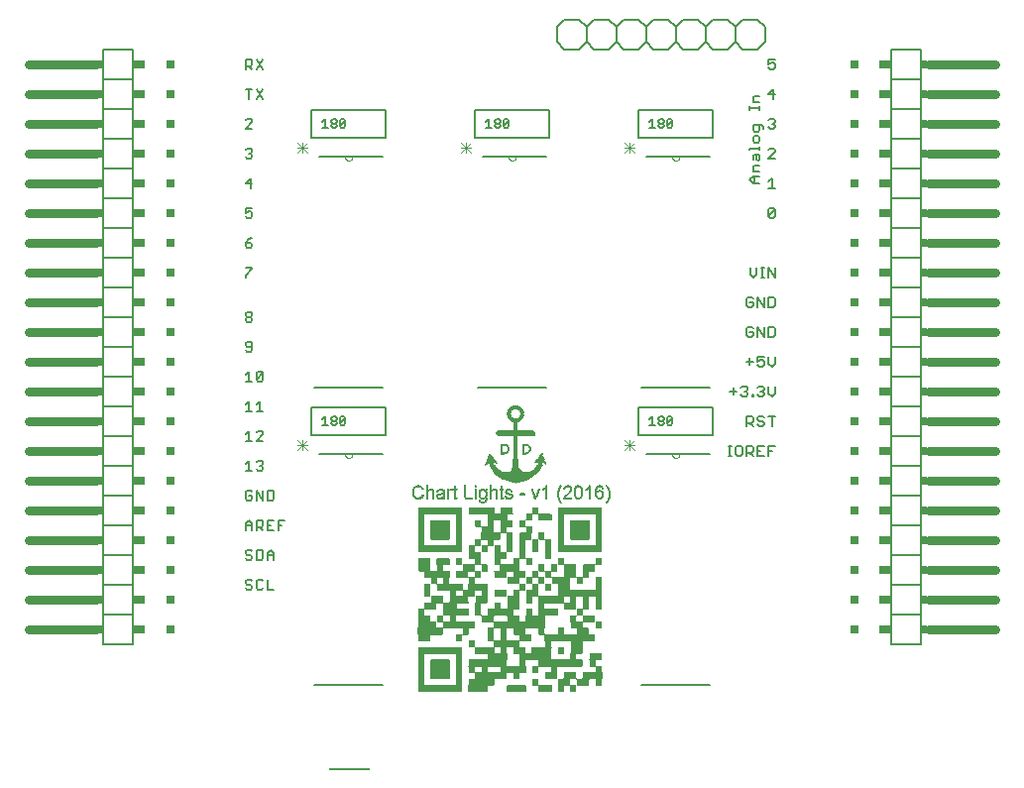
<source format=gto>
G75*
%MOIN*%
%OFA0B0*%
%FSLAX25Y25*%
%IPPOS*%
%LPD*%
%AMOC8*
5,1,8,0,0,1.08239X$1,22.5*
%
%ADD10R,0.14890X0.00111*%
%ADD11R,0.06220X0.00111*%
%ADD12R,0.06330X0.00111*%
%ADD13R,0.04120X0.00111*%
%ADD14R,0.02110X0.00111*%
%ADD15R,0.02000X0.00111*%
%ADD16R,0.06440X0.00111*%
%ADD17R,0.04340X0.00111*%
%ADD18R,0.02220X0.00111*%
%ADD19R,0.14890X0.00112*%
%ADD20R,0.06440X0.00112*%
%ADD21R,0.04340X0.00112*%
%ADD22R,0.02110X0.00112*%
%ADD23R,0.02220X0.00112*%
%ADD24R,0.06330X0.00112*%
%ADD25R,0.06550X0.00111*%
%ADD26R,0.04230X0.00111*%
%ADD27R,0.02220X0.00111*%
%ADD28R,0.08440X0.00111*%
%ADD29R,0.04220X0.00111*%
%ADD30R,0.04110X0.00111*%
%ADD31R,0.08550X0.00111*%
%ADD32R,0.04220X0.00111*%
%ADD33R,0.08550X0.00112*%
%ADD34R,0.04220X0.00112*%
%ADD35R,0.04220X0.00112*%
%ADD36R,0.04330X0.00111*%
%ADD37R,0.08560X0.00111*%
%ADD38R,0.04340X0.00111*%
%ADD39R,0.06220X0.00111*%
%ADD40R,0.10670X0.00111*%
%ADD41R,0.04440X0.00111*%
%ADD42R,0.06450X0.00111*%
%ADD43R,0.06340X0.00111*%
%ADD44R,0.06450X0.00112*%
%ADD45R,0.10670X0.00112*%
%ADD46R,0.04330X0.00112*%
%ADD47R,0.06340X0.00112*%
%ADD48R,0.10780X0.00111*%
%ADD49R,0.02330X0.00111*%
%ADD50R,0.01890X0.00111*%
%ADD51R,0.02230X0.00111*%
%ADD52R,0.13000X0.00111*%
%ADD53R,0.14670X0.00111*%
%ADD54R,0.01890X0.00111*%
%ADD55R,0.12890X0.00111*%
%ADD56R,0.15000X0.00111*%
%ADD57R,0.02120X0.00111*%
%ADD58R,0.12780X0.00111*%
%ADD59R,0.12780X0.00112*%
%ADD60R,0.15000X0.00112*%
%ADD61R,0.02120X0.00112*%
%ADD62R,0.06000X0.00111*%
%ADD63R,0.12560X0.00111*%
%ADD64R,0.02340X0.00111*%
%ADD65R,0.04230X0.00112*%
%ADD66R,0.04000X0.00111*%
%ADD67R,0.14780X0.00111*%
%ADD68R,0.02000X0.00112*%
%ADD69R,0.08670X0.00112*%
%ADD70R,0.02230X0.00112*%
%ADD71R,0.08560X0.00112*%
%ADD72R,0.16880X0.00111*%
%ADD73R,0.17000X0.00111*%
%ADD74R,0.17000X0.00112*%
%ADD75R,0.08330X0.00111*%
%ADD76R,0.02440X0.00111*%
%ADD77R,0.04670X0.00111*%
%ADD78R,0.08440X0.00112*%
%ADD79R,0.02550X0.00111*%
%ADD80R,0.02450X0.00111*%
%ADD81R,0.04660X0.00111*%
%ADD82R,0.01780X0.00111*%
%ADD83R,0.17120X0.00111*%
%ADD84R,0.17120X0.00112*%
%ADD85R,0.10560X0.00111*%
%ADD86R,0.06560X0.00111*%
%ADD87R,0.08450X0.00111*%
%ADD88R,0.08670X0.00111*%
%ADD89R,0.04450X0.00111*%
%ADD90R,0.02340X0.00111*%
%ADD91R,0.04110X0.00112*%
%ADD92R,0.06550X0.00112*%
%ADD93R,0.02330X0.00112*%
%ADD94R,0.02440X0.00112*%
%ADD95R,0.02560X0.00112*%
%ADD96R,0.14890X0.00111*%
%ADD97R,0.14890X0.00112*%
%ADD98R,0.02220X0.00112*%
%ADD99R,0.06670X0.00111*%
%ADD100R,0.01770X0.00111*%
%ADD101R,0.04340X0.00112*%
%ADD102R,0.14780X0.00112*%
%ADD103R,0.06340X0.00111*%
%ADD104R,0.06340X0.00112*%
%ADD105R,0.01220X0.00111*%
%ADD106R,0.00330X0.00111*%
%ADD107R,0.00450X0.00111*%
%ADD108R,0.01660X0.00111*%
%ADD109R,0.00440X0.00111*%
%ADD110R,0.00670X0.00111*%
%ADD111R,0.00890X0.00111*%
%ADD112R,0.00560X0.00111*%
%ADD113R,0.00670X0.00112*%
%ADD114R,0.00670X0.00112*%
%ADD115R,0.00560X0.00112*%
%ADD116R,0.00450X0.00112*%
%ADD117R,0.00340X0.00111*%
%ADD118R,0.00550X0.00111*%
%ADD119R,0.01340X0.00111*%
%ADD120R,0.01110X0.00111*%
%ADD121R,0.00780X0.00111*%
%ADD122R,0.02890X0.00111*%
%ADD123R,0.01000X0.00111*%
%ADD124R,0.03000X0.00111*%
%ADD125R,0.00440X0.00111*%
%ADD126R,0.01670X0.00111*%
%ADD127R,0.01440X0.00111*%
%ADD128R,0.01560X0.00111*%
%ADD129R,0.01450X0.00111*%
%ADD130R,0.02440X0.00112*%
%ADD131R,0.00550X0.00112*%
%ADD132R,0.01890X0.00112*%
%ADD133R,0.01000X0.00112*%
%ADD134R,0.02890X0.00112*%
%ADD135R,0.00780X0.00112*%
%ADD136R,0.03000X0.00112*%
%ADD137R,0.01780X0.00112*%
%ADD138R,0.02660X0.00111*%
%ADD139R,0.02780X0.00111*%
%ADD140R,0.02890X0.00111*%
%ADD141R,0.01220X0.00111*%
%ADD142R,0.00770X0.00111*%
%ADD143R,0.00670X0.00111*%
%ADD144R,0.00660X0.00111*%
%ADD145R,0.00890X0.00111*%
%ADD146R,0.00660X0.00112*%
%ADD147R,0.00230X0.00111*%
%ADD148R,0.01670X0.00111*%
%ADD149R,0.00880X0.00111*%
%ADD150R,0.02560X0.00111*%
%ADD151R,0.00890X0.00112*%
%ADD152R,0.00220X0.00111*%
%ADD153R,0.02670X0.00111*%
%ADD154R,0.01330X0.00111*%
%ADD155R,0.01550X0.00111*%
%ADD156R,0.00340X0.00111*%
%ADD157R,0.01220X0.00112*%
%ADD158R,0.01550X0.00112*%
%ADD159R,0.02550X0.00112*%
%ADD160R,0.01220X0.00112*%
%ADD161R,0.01560X0.00112*%
%ADD162R,0.01440X0.00112*%
%ADD163R,0.00440X0.00112*%
%ADD164R,0.00440X0.00112*%
%ADD165R,0.00110X0.00111*%
%ADD166R,0.00220X0.00111*%
%ADD167R,0.01230X0.00111*%
%ADD168R,0.03890X0.00111*%
%ADD169R,0.05560X0.00111*%
%ADD170R,0.06220X0.00112*%
%ADD171R,0.06890X0.00111*%
%ADD172R,0.07560X0.00111*%
%ADD173R,0.08110X0.00111*%
%ADD174R,0.09000X0.00111*%
%ADD175R,0.09550X0.00111*%
%ADD176R,0.10000X0.00111*%
%ADD177R,0.10330X0.00111*%
%ADD178R,0.11110X0.00111*%
%ADD179R,0.11330X0.00111*%
%ADD180R,0.11670X0.00111*%
%ADD181R,0.12000X0.00111*%
%ADD182R,0.12220X0.00111*%
%ADD183R,0.13220X0.00112*%
%ADD184R,0.13560X0.00111*%
%ADD185R,0.13780X0.00111*%
%ADD186R,0.14000X0.00111*%
%ADD187R,0.14220X0.00111*%
%ADD188R,0.14440X0.00111*%
%ADD189R,0.03560X0.00111*%
%ADD190R,0.05890X0.00111*%
%ADD191R,0.03550X0.00111*%
%ADD192R,0.03230X0.00111*%
%ADD193R,0.04890X0.00111*%
%ADD194R,0.03110X0.00111*%
%ADD195R,0.02660X0.00112*%
%ADD196R,0.02670X0.00111*%
%ADD197R,0.03670X0.00111*%
%ADD198R,0.03220X0.00111*%
%ADD199R,0.01670X0.00112*%
%ADD200R,0.01890X0.00112*%
%ADD201R,0.01670X0.00112*%
%ADD202R,0.01450X0.00112*%
%ADD203R,0.03660X0.00111*%
%ADD204R,0.03330X0.00111*%
%ADD205R,0.03450X0.00111*%
%ADD206R,0.03220X0.00111*%
%ADD207R,0.03340X0.00111*%
%ADD208R,0.02770X0.00111*%
%ADD209R,0.01330X0.00112*%
%ADD210R,0.01660X0.00112*%
%ADD211R,0.00340X0.00112*%
%ADD212R,0.00120X0.00111*%
%ADD213R,0.12330X0.00111*%
%ADD214R,0.12550X0.00111*%
%ADD215R,0.13110X0.00111*%
%ADD216R,0.13110X0.00112*%
%ADD217R,0.12890X0.00111*%
%ADD218R,0.12110X0.00111*%
%ADD219R,0.07330X0.00111*%
%ADD220R,0.02780X0.00112*%
%ADD221R,0.03780X0.00111*%
%ADD222R,0.01110X0.00112*%
%ADD223R,0.04560X0.00111*%
%ADD224C,0.00000*%
%ADD225C,0.00600*%
%ADD226C,0.00800*%
%ADD227C,0.00500*%
%ADD228C,0.00300*%
%ADD229C,0.03000*%
%ADD230R,0.02000X0.03000*%
%ADD231R,0.04000X0.03000*%
%ADD232R,0.03000X0.03000*%
D10*
X0140826Y0066525D03*
X0140826Y0066636D03*
X0140826Y0066747D03*
X0140826Y0066858D03*
X0140826Y0066969D03*
X0140826Y0067080D03*
X0140826Y0067191D03*
X0140826Y0067302D03*
X0140826Y0067525D03*
X0140826Y0067636D03*
X0140826Y0067747D03*
X0140826Y0067858D03*
X0140826Y0067969D03*
X0140826Y0068080D03*
X0140826Y0068191D03*
X0140826Y0068302D03*
X0140826Y0068525D03*
X0140826Y0079302D03*
X0140826Y0079525D03*
X0140826Y0079636D03*
X0140826Y0079747D03*
X0140826Y0079858D03*
X0140826Y0079969D03*
X0140826Y0080080D03*
X0140826Y0080191D03*
X0140826Y0080302D03*
X0140826Y0080525D03*
X0140826Y0080636D03*
X0140826Y0080747D03*
X0140826Y0080858D03*
X0140826Y0080969D03*
X0140826Y0081080D03*
X0140826Y0081191D03*
X0140826Y0113525D03*
X0140826Y0113636D03*
X0140826Y0113747D03*
X0140826Y0113858D03*
X0140826Y0113969D03*
X0140826Y0114080D03*
X0140826Y0114191D03*
X0140826Y0114302D03*
X0140826Y0114525D03*
X0140826Y0114636D03*
X0140826Y0114747D03*
X0140826Y0114858D03*
X0140826Y0114969D03*
X0140826Y0115080D03*
X0140826Y0115191D03*
X0140826Y0115302D03*
X0140826Y0126191D03*
X0140826Y0126302D03*
X0140826Y0126525D03*
X0140826Y0126636D03*
X0140826Y0126747D03*
X0140826Y0126858D03*
X0140826Y0126969D03*
X0140826Y0127080D03*
X0140826Y0127191D03*
X0140826Y0127302D03*
X0140826Y0127525D03*
X0140826Y0127636D03*
X0140826Y0127747D03*
X0140826Y0127858D03*
X0140826Y0127969D03*
X0140826Y0128080D03*
X0140826Y0128191D03*
X0181156Y0077080D03*
D11*
X0166381Y0068525D03*
X0153601Y0066525D03*
D12*
X0166436Y0066525D03*
X0140766Y0070858D03*
X0140766Y0076969D03*
X0136546Y0087969D03*
X0136546Y0088080D03*
X0136546Y0088191D03*
X0136546Y0088302D03*
X0136546Y0088525D03*
X0136546Y0088636D03*
X0136546Y0088747D03*
X0136546Y0088858D03*
X0136546Y0088969D03*
X0136546Y0089080D03*
X0136546Y0089191D03*
X0136546Y0089302D03*
X0136546Y0089525D03*
X0136546Y0089636D03*
X0136546Y0089747D03*
X0136546Y0089858D03*
X0147216Y0096525D03*
X0147216Y0096636D03*
X0147216Y0096747D03*
X0147216Y0096858D03*
X0147216Y0096969D03*
X0147216Y0097080D03*
X0147216Y0097191D03*
X0147216Y0097302D03*
X0147216Y0097525D03*
X0147216Y0097636D03*
X0147216Y0097747D03*
X0147216Y0097858D03*
X0147216Y0097969D03*
X0147216Y0098080D03*
X0147216Y0098191D03*
X0147216Y0098302D03*
X0153546Y0102636D03*
X0140766Y0117747D03*
X0140766Y0123858D03*
X0181326Y0104636D03*
X0181326Y0104525D03*
X0181326Y0104302D03*
X0181326Y0104191D03*
X0181326Y0104080D03*
X0181326Y0103969D03*
X0181326Y0103858D03*
X0181326Y0103747D03*
X0181326Y0103636D03*
X0181326Y0103525D03*
X0181326Y0103302D03*
X0181326Y0103191D03*
X0181326Y0103080D03*
X0181326Y0102969D03*
X0181326Y0102858D03*
X0181326Y0102747D03*
X0187766Y0117747D03*
X0187766Y0123858D03*
D13*
X0175991Y0124080D03*
X0190991Y0109080D03*
X0175991Y0066525D03*
D14*
X0172766Y0068747D03*
X0172766Y0068858D03*
X0172766Y0068969D03*
X0172766Y0069080D03*
X0172766Y0069191D03*
X0172766Y0069302D03*
X0172766Y0069525D03*
X0172766Y0069636D03*
X0172766Y0069747D03*
X0172766Y0069858D03*
X0172766Y0069969D03*
X0172766Y0070080D03*
X0172766Y0070191D03*
X0172766Y0070302D03*
X0172766Y0070525D03*
X0172766Y0072969D03*
X0172766Y0073080D03*
X0172766Y0073191D03*
X0172766Y0073302D03*
X0172766Y0073525D03*
X0172766Y0073636D03*
X0172766Y0073747D03*
X0172766Y0073858D03*
X0172766Y0073969D03*
X0172766Y0074080D03*
X0172766Y0074191D03*
X0172766Y0074302D03*
X0172766Y0074525D03*
X0172766Y0074636D03*
X0172766Y0074747D03*
X0168546Y0075080D03*
X0168546Y0075191D03*
X0168546Y0075302D03*
X0168546Y0075525D03*
X0168546Y0075636D03*
X0168546Y0075747D03*
X0168546Y0075858D03*
X0168546Y0075969D03*
X0168546Y0076080D03*
X0168546Y0076191D03*
X0168546Y0076302D03*
X0168546Y0076525D03*
X0168546Y0076636D03*
X0168546Y0076747D03*
X0168546Y0076858D03*
X0168546Y0076969D03*
X0166436Y0072636D03*
X0166436Y0072525D03*
X0166436Y0072302D03*
X0166436Y0072191D03*
X0166436Y0072080D03*
X0166436Y0071969D03*
X0166436Y0071858D03*
X0166436Y0071747D03*
X0166436Y0071636D03*
X0166436Y0071525D03*
X0166436Y0071302D03*
X0166436Y0071191D03*
X0166436Y0071080D03*
X0166436Y0070969D03*
X0166436Y0070858D03*
X0162106Y0079302D03*
X0162106Y0079525D03*
X0162106Y0079636D03*
X0162106Y0079747D03*
X0162106Y0079858D03*
X0162106Y0079969D03*
X0162106Y0080080D03*
X0162106Y0080191D03*
X0162106Y0080302D03*
X0162106Y0080525D03*
X0162106Y0080636D03*
X0162106Y0080747D03*
X0162106Y0080858D03*
X0162106Y0080969D03*
X0162106Y0081080D03*
X0162106Y0083747D03*
X0162106Y0083858D03*
X0162106Y0083969D03*
X0162106Y0084080D03*
X0162106Y0084191D03*
X0162106Y0084302D03*
X0162106Y0084525D03*
X0162106Y0084636D03*
X0162106Y0084747D03*
X0162106Y0084858D03*
X0162106Y0084969D03*
X0162106Y0085080D03*
X0162106Y0085191D03*
X0162106Y0085302D03*
X0162106Y0085525D03*
X0162106Y0085636D03*
X0162106Y0085747D03*
X0162106Y0085858D03*
X0162106Y0085969D03*
X0162106Y0086080D03*
X0162106Y0086191D03*
X0162106Y0086302D03*
X0162106Y0086525D03*
X0162106Y0086636D03*
X0162106Y0086747D03*
X0162106Y0086858D03*
X0162106Y0086969D03*
X0162106Y0087080D03*
X0162106Y0087191D03*
X0162106Y0087302D03*
X0162106Y0087525D03*
X0157876Y0087525D03*
X0157876Y0087636D03*
X0157876Y0087302D03*
X0157876Y0087191D03*
X0157876Y0087080D03*
X0157876Y0086969D03*
X0157876Y0086858D03*
X0157876Y0086747D03*
X0157876Y0086636D03*
X0157876Y0086525D03*
X0157876Y0086302D03*
X0157876Y0086191D03*
X0157876Y0086080D03*
X0157876Y0085969D03*
X0157876Y0085858D03*
X0157876Y0085747D03*
X0157876Y0085636D03*
X0157876Y0085525D03*
X0157876Y0085302D03*
X0157876Y0085191D03*
X0157876Y0085080D03*
X0157876Y0084969D03*
X0157876Y0084858D03*
X0157876Y0084747D03*
X0157876Y0084636D03*
X0157876Y0084525D03*
X0157876Y0084302D03*
X0157876Y0084191D03*
X0157876Y0084080D03*
X0157876Y0083969D03*
X0157876Y0083858D03*
X0157876Y0083747D03*
X0157876Y0083636D03*
X0151436Y0083302D03*
X0151436Y0083191D03*
X0151436Y0083080D03*
X0151436Y0082969D03*
X0151436Y0082858D03*
X0151436Y0082747D03*
X0151436Y0082636D03*
X0151436Y0082525D03*
X0151436Y0082302D03*
X0151436Y0082191D03*
X0151436Y0082080D03*
X0151436Y0081969D03*
X0151436Y0081858D03*
X0151436Y0081747D03*
X0151436Y0081636D03*
X0151436Y0081525D03*
X0147216Y0083636D03*
X0147216Y0083747D03*
X0147216Y0083858D03*
X0147216Y0083969D03*
X0147216Y0084080D03*
X0147216Y0084191D03*
X0147216Y0084302D03*
X0147216Y0084525D03*
X0147216Y0084636D03*
X0147216Y0084747D03*
X0147216Y0084858D03*
X0147216Y0084969D03*
X0147216Y0085080D03*
X0147216Y0085191D03*
X0147216Y0085302D03*
X0147216Y0085525D03*
X0149326Y0085747D03*
X0149326Y0085858D03*
X0149326Y0085969D03*
X0149326Y0086080D03*
X0149326Y0086191D03*
X0149326Y0086302D03*
X0149326Y0086525D03*
X0149326Y0086636D03*
X0149326Y0086747D03*
X0149326Y0086858D03*
X0149326Y0086969D03*
X0149326Y0087080D03*
X0149326Y0087191D03*
X0149326Y0087302D03*
X0149326Y0087525D03*
X0149326Y0087636D03*
X0145106Y0090080D03*
X0145106Y0090191D03*
X0145106Y0090302D03*
X0145106Y0090525D03*
X0145106Y0090636D03*
X0145106Y0090747D03*
X0145106Y0090858D03*
X0145106Y0090969D03*
X0145106Y0091080D03*
X0145106Y0091191D03*
X0145106Y0091302D03*
X0145106Y0091525D03*
X0145106Y0091636D03*
X0145106Y0091747D03*
X0140766Y0091747D03*
X0140766Y0091858D03*
X0140766Y0091636D03*
X0140766Y0091525D03*
X0140766Y0091302D03*
X0140766Y0091191D03*
X0140766Y0091080D03*
X0140766Y0090969D03*
X0140766Y0090858D03*
X0140766Y0090747D03*
X0140766Y0090636D03*
X0140766Y0090525D03*
X0140766Y0090302D03*
X0140766Y0090191D03*
X0140766Y0090080D03*
X0140766Y0089969D03*
X0134436Y0092191D03*
X0134436Y0092302D03*
X0134436Y0092525D03*
X0134436Y0092636D03*
X0134436Y0092747D03*
X0134436Y0092858D03*
X0134436Y0092969D03*
X0134436Y0093080D03*
X0134436Y0093191D03*
X0134436Y0093302D03*
X0134436Y0093525D03*
X0134436Y0093636D03*
X0134436Y0093747D03*
X0134436Y0093858D03*
X0134436Y0093969D03*
X0134436Y0094080D03*
X0136546Y0098525D03*
X0136546Y0098636D03*
X0136546Y0098747D03*
X0136546Y0098858D03*
X0136546Y0098969D03*
X0136546Y0099080D03*
X0136546Y0099191D03*
X0136546Y0099302D03*
X0136546Y0099525D03*
X0136546Y0099636D03*
X0136546Y0099747D03*
X0136546Y0099858D03*
X0136546Y0099969D03*
X0136546Y0100080D03*
X0136546Y0100191D03*
X0136546Y0100302D03*
X0136546Y0100525D03*
X0136546Y0100636D03*
X0136546Y0100747D03*
X0136546Y0100858D03*
X0136546Y0100969D03*
X0136546Y0101080D03*
X0136546Y0101191D03*
X0136546Y0101302D03*
X0136546Y0101525D03*
X0136546Y0101636D03*
X0136546Y0101747D03*
X0136546Y0101858D03*
X0136546Y0101969D03*
X0136546Y0102080D03*
X0136546Y0102191D03*
X0136546Y0102302D03*
X0136546Y0102525D03*
X0138656Y0102747D03*
X0138656Y0102858D03*
X0138656Y0102969D03*
X0138656Y0103080D03*
X0138656Y0103191D03*
X0138656Y0103302D03*
X0138656Y0103525D03*
X0138656Y0103636D03*
X0138656Y0103747D03*
X0138656Y0103858D03*
X0138656Y0103969D03*
X0138656Y0104080D03*
X0138656Y0104191D03*
X0138656Y0104302D03*
X0138656Y0104525D03*
X0138656Y0104636D03*
X0140766Y0107191D03*
X0140766Y0107302D03*
X0140766Y0107525D03*
X0140766Y0107636D03*
X0140766Y0107747D03*
X0140766Y0107858D03*
X0140766Y0107969D03*
X0140766Y0108080D03*
X0140766Y0108191D03*
X0140766Y0108302D03*
X0140766Y0108525D03*
X0140766Y0108636D03*
X0140766Y0108747D03*
X0140766Y0108858D03*
X0147216Y0109191D03*
X0147216Y0109302D03*
X0147216Y0109525D03*
X0147216Y0109636D03*
X0147216Y0109747D03*
X0147216Y0109858D03*
X0147216Y0109969D03*
X0147216Y0110080D03*
X0147216Y0110191D03*
X0147216Y0110302D03*
X0147216Y0110525D03*
X0147216Y0110636D03*
X0147216Y0110747D03*
X0147216Y0110858D03*
X0147216Y0110969D03*
X0147216Y0111080D03*
X0147216Y0115636D03*
X0147216Y0115747D03*
X0147216Y0115858D03*
X0147216Y0115969D03*
X0147216Y0116080D03*
X0147216Y0116191D03*
X0147216Y0116302D03*
X0147216Y0116525D03*
X0147216Y0116636D03*
X0147216Y0116747D03*
X0147216Y0116858D03*
X0147216Y0116969D03*
X0147216Y0117080D03*
X0147216Y0117191D03*
X0147216Y0117302D03*
X0147216Y0117525D03*
X0147216Y0117636D03*
X0147216Y0117747D03*
X0147216Y0117858D03*
X0147216Y0117969D03*
X0147216Y0118080D03*
X0147216Y0118191D03*
X0147216Y0118302D03*
X0147216Y0118525D03*
X0147216Y0118636D03*
X0147216Y0118747D03*
X0147216Y0118858D03*
X0147216Y0118969D03*
X0147216Y0119080D03*
X0147216Y0119191D03*
X0147216Y0119302D03*
X0147216Y0119525D03*
X0147216Y0119636D03*
X0147216Y0119747D03*
X0147216Y0119858D03*
X0147216Y0119969D03*
X0147216Y0120080D03*
X0147216Y0120191D03*
X0147216Y0120302D03*
X0147216Y0120525D03*
X0147216Y0120636D03*
X0147216Y0120747D03*
X0147216Y0120858D03*
X0147216Y0120969D03*
X0147216Y0121080D03*
X0147216Y0121191D03*
X0147216Y0121302D03*
X0147216Y0121525D03*
X0147216Y0121636D03*
X0147216Y0121747D03*
X0147216Y0121858D03*
X0147216Y0121969D03*
X0147216Y0122080D03*
X0147216Y0122191D03*
X0147216Y0122302D03*
X0147216Y0122525D03*
X0147216Y0122636D03*
X0147216Y0122747D03*
X0147216Y0122858D03*
X0147216Y0122969D03*
X0147216Y0123080D03*
X0147216Y0123191D03*
X0147216Y0123302D03*
X0147216Y0123525D03*
X0147216Y0123636D03*
X0147216Y0123747D03*
X0147216Y0123858D03*
X0147216Y0123969D03*
X0147216Y0124080D03*
X0147216Y0124191D03*
X0147216Y0124302D03*
X0147216Y0124525D03*
X0147216Y0124636D03*
X0147216Y0124747D03*
X0147216Y0124858D03*
X0147216Y0124969D03*
X0147216Y0125080D03*
X0147216Y0125191D03*
X0147216Y0125302D03*
X0147216Y0125525D03*
X0147216Y0125636D03*
X0147216Y0125747D03*
X0147216Y0125858D03*
X0147216Y0125969D03*
X0153656Y0121969D03*
X0157876Y0122080D03*
X0157876Y0122191D03*
X0157876Y0122302D03*
X0157876Y0122525D03*
X0157876Y0122636D03*
X0157876Y0122747D03*
X0157876Y0122858D03*
X0157876Y0122969D03*
X0157876Y0123080D03*
X0157876Y0123191D03*
X0157876Y0123302D03*
X0157876Y0123525D03*
X0157876Y0123636D03*
X0157876Y0123747D03*
X0157876Y0123858D03*
X0162106Y0121636D03*
X0162106Y0121525D03*
X0162106Y0121302D03*
X0162106Y0121191D03*
X0162106Y0121080D03*
X0162106Y0120969D03*
X0162106Y0120858D03*
X0162106Y0120747D03*
X0162106Y0120636D03*
X0162106Y0120525D03*
X0162106Y0120302D03*
X0162106Y0120191D03*
X0162106Y0120080D03*
X0162106Y0119969D03*
X0162106Y0119858D03*
X0164216Y0119636D03*
X0168546Y0117525D03*
X0168546Y0117302D03*
X0168546Y0117191D03*
X0168546Y0117080D03*
X0168546Y0116969D03*
X0168546Y0116858D03*
X0168546Y0116747D03*
X0168546Y0116636D03*
X0168546Y0116525D03*
X0168546Y0116302D03*
X0168546Y0116191D03*
X0168546Y0116080D03*
X0168546Y0115969D03*
X0168546Y0115858D03*
X0168546Y0115747D03*
X0168546Y0115636D03*
X0168546Y0115525D03*
X0168546Y0115302D03*
X0168546Y0115191D03*
X0168546Y0115080D03*
X0168546Y0114969D03*
X0168546Y0114858D03*
X0168546Y0114747D03*
X0168546Y0114636D03*
X0168546Y0114525D03*
X0168546Y0114302D03*
X0168546Y0114191D03*
X0168546Y0114080D03*
X0168546Y0113969D03*
X0168546Y0113858D03*
X0168546Y0113747D03*
X0168546Y0113636D03*
X0168546Y0113525D03*
X0168546Y0113302D03*
X0168546Y0113191D03*
X0168546Y0113080D03*
X0168546Y0112969D03*
X0168546Y0112858D03*
X0168546Y0112747D03*
X0168546Y0112636D03*
X0168546Y0112525D03*
X0168546Y0112302D03*
X0168546Y0112191D03*
X0168546Y0112080D03*
X0168546Y0111969D03*
X0168546Y0111858D03*
X0168546Y0111747D03*
X0168546Y0111636D03*
X0168546Y0111525D03*
X0168546Y0111302D03*
X0166436Y0111080D03*
X0166436Y0110969D03*
X0166436Y0110858D03*
X0166436Y0110747D03*
X0166436Y0110636D03*
X0166436Y0110525D03*
X0166436Y0110302D03*
X0166436Y0110191D03*
X0166436Y0110080D03*
X0166436Y0109969D03*
X0166436Y0109858D03*
X0166436Y0109747D03*
X0166436Y0109636D03*
X0166436Y0109525D03*
X0166436Y0109302D03*
X0170656Y0109302D03*
X0170656Y0109191D03*
X0170656Y0109525D03*
X0170656Y0109636D03*
X0170656Y0109747D03*
X0170656Y0109858D03*
X0170656Y0109969D03*
X0170656Y0110080D03*
X0170656Y0110191D03*
X0170656Y0110302D03*
X0170656Y0110525D03*
X0170656Y0110636D03*
X0170656Y0110747D03*
X0170656Y0110858D03*
X0170656Y0110969D03*
X0170656Y0111080D03*
X0172766Y0113525D03*
X0172766Y0113636D03*
X0172766Y0113747D03*
X0172766Y0113858D03*
X0172766Y0113969D03*
X0172766Y0114080D03*
X0172766Y0114191D03*
X0172766Y0114302D03*
X0172766Y0114525D03*
X0172766Y0114636D03*
X0172766Y0114747D03*
X0172766Y0114858D03*
X0172766Y0114969D03*
X0172766Y0115080D03*
X0172766Y0115191D03*
X0172766Y0115302D03*
X0172766Y0115525D03*
X0172766Y0115636D03*
X0172766Y0115747D03*
X0172766Y0115858D03*
X0172766Y0115969D03*
X0172766Y0116080D03*
X0172766Y0116191D03*
X0172766Y0116302D03*
X0172766Y0116525D03*
X0172766Y0116636D03*
X0172766Y0116747D03*
X0172766Y0116858D03*
X0172766Y0116969D03*
X0172766Y0117080D03*
X0172766Y0117191D03*
X0172766Y0117302D03*
X0172766Y0117525D03*
X0170656Y0119858D03*
X0170656Y0119969D03*
X0170656Y0120080D03*
X0170656Y0120191D03*
X0170656Y0120302D03*
X0170656Y0120525D03*
X0170656Y0120636D03*
X0170656Y0120747D03*
X0170656Y0120858D03*
X0170656Y0120969D03*
X0170656Y0121080D03*
X0170656Y0121191D03*
X0170656Y0121302D03*
X0170656Y0121525D03*
X0170656Y0121636D03*
X0170656Y0121747D03*
X0168546Y0121969D03*
X0168546Y0122080D03*
X0168546Y0122191D03*
X0168546Y0122302D03*
X0168546Y0122525D03*
X0168546Y0122636D03*
X0168546Y0122747D03*
X0168546Y0122858D03*
X0168546Y0122969D03*
X0168546Y0123080D03*
X0168546Y0123191D03*
X0168546Y0123302D03*
X0168546Y0123525D03*
X0168546Y0123636D03*
X0168546Y0123747D03*
X0168546Y0123858D03*
X0170656Y0124191D03*
X0170656Y0124302D03*
X0170656Y0124525D03*
X0170656Y0124636D03*
X0170656Y0124747D03*
X0170656Y0124858D03*
X0170656Y0124969D03*
X0170656Y0125080D03*
X0170656Y0125191D03*
X0170656Y0125302D03*
X0170656Y0125525D03*
X0170656Y0125636D03*
X0170656Y0125747D03*
X0170656Y0125858D03*
X0170656Y0125969D03*
X0172766Y0126191D03*
X0172766Y0126302D03*
X0172766Y0126525D03*
X0172766Y0126636D03*
X0172766Y0126747D03*
X0172766Y0126858D03*
X0172766Y0126969D03*
X0172766Y0127080D03*
X0172766Y0127191D03*
X0172766Y0127302D03*
X0172766Y0127525D03*
X0172766Y0127636D03*
X0172766Y0127747D03*
X0172766Y0127858D03*
X0172766Y0127969D03*
X0172766Y0128080D03*
X0181326Y0125969D03*
X0181326Y0125858D03*
X0181326Y0125747D03*
X0181326Y0125636D03*
X0181326Y0125525D03*
X0181326Y0125302D03*
X0181326Y0125191D03*
X0181326Y0125080D03*
X0181326Y0124969D03*
X0181326Y0124858D03*
X0181326Y0124747D03*
X0181326Y0124636D03*
X0181326Y0124525D03*
X0181326Y0124302D03*
X0181326Y0124191D03*
X0181326Y0124080D03*
X0181326Y0123969D03*
X0181326Y0123858D03*
X0181326Y0123747D03*
X0181326Y0123636D03*
X0181326Y0123525D03*
X0181326Y0123302D03*
X0181326Y0123191D03*
X0181326Y0123080D03*
X0181326Y0122969D03*
X0181326Y0122858D03*
X0181326Y0122747D03*
X0181326Y0122636D03*
X0181326Y0122525D03*
X0181326Y0122302D03*
X0181326Y0122191D03*
X0181326Y0122080D03*
X0181326Y0121969D03*
X0181326Y0121858D03*
X0181326Y0121747D03*
X0181326Y0121636D03*
X0181326Y0121525D03*
X0181326Y0121302D03*
X0181326Y0121191D03*
X0181326Y0121080D03*
X0181326Y0120969D03*
X0181326Y0120858D03*
X0181326Y0120747D03*
X0181326Y0120636D03*
X0181326Y0120525D03*
X0181326Y0120302D03*
X0181326Y0120191D03*
X0181326Y0120080D03*
X0181326Y0119969D03*
X0181326Y0119858D03*
X0181326Y0119747D03*
X0181326Y0119636D03*
X0181326Y0119525D03*
X0181326Y0119302D03*
X0181326Y0119191D03*
X0181326Y0119080D03*
X0181326Y0118969D03*
X0181326Y0118858D03*
X0181326Y0118747D03*
X0181326Y0118636D03*
X0181326Y0118525D03*
X0181326Y0118302D03*
X0181326Y0118191D03*
X0181326Y0118080D03*
X0181326Y0117969D03*
X0181326Y0117858D03*
X0181326Y0117747D03*
X0181326Y0117636D03*
X0181326Y0117525D03*
X0181326Y0117302D03*
X0181326Y0117191D03*
X0181326Y0117080D03*
X0181326Y0116969D03*
X0181326Y0116858D03*
X0181326Y0116747D03*
X0181326Y0116636D03*
X0181326Y0116525D03*
X0181326Y0116302D03*
X0181326Y0116191D03*
X0181326Y0116080D03*
X0181326Y0115969D03*
X0181326Y0115858D03*
X0181326Y0115747D03*
X0181326Y0115636D03*
X0177106Y0115636D03*
X0177106Y0115747D03*
X0177106Y0115858D03*
X0177106Y0115969D03*
X0177106Y0116080D03*
X0177106Y0116191D03*
X0177106Y0116302D03*
X0177106Y0116525D03*
X0177106Y0116636D03*
X0177106Y0116747D03*
X0177106Y0116858D03*
X0177106Y0116969D03*
X0177106Y0117080D03*
X0177106Y0117191D03*
X0177106Y0117302D03*
X0177106Y0115525D03*
X0177106Y0115302D03*
X0177106Y0115191D03*
X0177106Y0115080D03*
X0177106Y0114969D03*
X0177106Y0114858D03*
X0177106Y0114747D03*
X0177106Y0114636D03*
X0177106Y0114525D03*
X0177106Y0114302D03*
X0177106Y0114191D03*
X0177106Y0114080D03*
X0177106Y0113969D03*
X0177106Y0113858D03*
X0177106Y0113747D03*
X0177106Y0113636D03*
X0177106Y0113525D03*
X0177106Y0113302D03*
X0177106Y0113191D03*
X0177106Y0113080D03*
X0177106Y0112969D03*
X0177106Y0112858D03*
X0177106Y0112747D03*
X0177106Y0112636D03*
X0177106Y0112525D03*
X0177106Y0112302D03*
X0177106Y0112191D03*
X0177106Y0112080D03*
X0177106Y0111969D03*
X0177106Y0111858D03*
X0177106Y0111747D03*
X0177106Y0111636D03*
X0177106Y0111525D03*
X0179216Y0108969D03*
X0179216Y0108858D03*
X0179216Y0108747D03*
X0179216Y0108636D03*
X0179216Y0108525D03*
X0179216Y0108302D03*
X0179216Y0108191D03*
X0179216Y0108080D03*
X0179216Y0107969D03*
X0179216Y0107858D03*
X0179216Y0107747D03*
X0179216Y0107636D03*
X0179216Y0107525D03*
X0179216Y0107302D03*
X0179216Y0107191D03*
X0179216Y0107080D03*
X0177106Y0106858D03*
X0177106Y0106747D03*
X0177106Y0106636D03*
X0177106Y0106525D03*
X0177106Y0106302D03*
X0177106Y0106191D03*
X0177106Y0106080D03*
X0177106Y0105969D03*
X0177106Y0105858D03*
X0177106Y0105747D03*
X0177106Y0105636D03*
X0177106Y0105525D03*
X0177106Y0105302D03*
X0177106Y0105191D03*
X0177106Y0105080D03*
X0177106Y0104969D03*
X0177106Y0104858D03*
X0177106Y0102636D03*
X0177106Y0102525D03*
X0177106Y0102302D03*
X0177106Y0102191D03*
X0177106Y0102080D03*
X0177106Y0101969D03*
X0177106Y0101858D03*
X0177106Y0101747D03*
X0177106Y0101636D03*
X0177106Y0101525D03*
X0177106Y0101302D03*
X0177106Y0101191D03*
X0177106Y0101080D03*
X0177106Y0100969D03*
X0177106Y0100858D03*
X0177106Y0100747D03*
X0172766Y0100747D03*
X0172766Y0100858D03*
X0172766Y0100969D03*
X0172766Y0101080D03*
X0172766Y0101191D03*
X0172766Y0101302D03*
X0172766Y0101525D03*
X0172766Y0101636D03*
X0172766Y0101747D03*
X0172766Y0101858D03*
X0172766Y0101969D03*
X0172766Y0102080D03*
X0172766Y0102191D03*
X0172766Y0102302D03*
X0172766Y0102525D03*
X0172766Y0102636D03*
X0172766Y0100636D03*
X0170656Y0102747D03*
X0170656Y0102858D03*
X0170656Y0102969D03*
X0170656Y0103080D03*
X0170656Y0103191D03*
X0170656Y0103302D03*
X0170656Y0103525D03*
X0170656Y0103636D03*
X0170656Y0103747D03*
X0170656Y0103858D03*
X0170656Y0103969D03*
X0170656Y0104080D03*
X0170656Y0104191D03*
X0170656Y0104302D03*
X0170656Y0104525D03*
X0170656Y0104636D03*
X0170656Y0104747D03*
X0172766Y0104858D03*
X0172766Y0104969D03*
X0172766Y0105080D03*
X0172766Y0105191D03*
X0172766Y0105302D03*
X0172766Y0105525D03*
X0172766Y0105636D03*
X0172766Y0105747D03*
X0172766Y0105858D03*
X0172766Y0105969D03*
X0172766Y0106080D03*
X0172766Y0106191D03*
X0172766Y0106302D03*
X0172766Y0106525D03*
X0172766Y0106636D03*
X0172766Y0106747D03*
X0168546Y0102636D03*
X0168546Y0102525D03*
X0168546Y0102302D03*
X0168546Y0102191D03*
X0168546Y0102080D03*
X0168546Y0101969D03*
X0168546Y0101858D03*
X0168546Y0101747D03*
X0168546Y0101636D03*
X0168546Y0101525D03*
X0168546Y0101302D03*
X0168546Y0101191D03*
X0168546Y0101080D03*
X0168546Y0100969D03*
X0168546Y0100858D03*
X0168546Y0100747D03*
X0168546Y0100636D03*
X0166436Y0100302D03*
X0166436Y0100191D03*
X0166436Y0100080D03*
X0166436Y0099969D03*
X0166436Y0099858D03*
X0166436Y0099747D03*
X0166436Y0099636D03*
X0166436Y0099525D03*
X0166436Y0099302D03*
X0166436Y0099191D03*
X0166436Y0099080D03*
X0166436Y0098969D03*
X0166436Y0098858D03*
X0166436Y0098747D03*
X0166436Y0098636D03*
X0170656Y0098302D03*
X0170656Y0098191D03*
X0170656Y0098080D03*
X0170656Y0097969D03*
X0170656Y0097858D03*
X0170656Y0097747D03*
X0170656Y0097636D03*
X0170656Y0097525D03*
X0170656Y0097302D03*
X0170656Y0097191D03*
X0170656Y0097080D03*
X0170656Y0096969D03*
X0170656Y0096858D03*
X0170656Y0096747D03*
X0170656Y0096636D03*
X0170656Y0096525D03*
X0170656Y0093969D03*
X0170656Y0093858D03*
X0170656Y0093747D03*
X0170656Y0093636D03*
X0170656Y0093525D03*
X0170656Y0093302D03*
X0170656Y0093191D03*
X0170656Y0093080D03*
X0170656Y0092969D03*
X0170656Y0092858D03*
X0170656Y0092747D03*
X0170656Y0092636D03*
X0170656Y0092525D03*
X0170656Y0092302D03*
X0170656Y0092191D03*
X0177106Y0083302D03*
X0177106Y0083191D03*
X0177106Y0083080D03*
X0177106Y0082969D03*
X0177106Y0082858D03*
X0177106Y0082747D03*
X0177106Y0082636D03*
X0177106Y0082525D03*
X0177106Y0082302D03*
X0177106Y0082191D03*
X0177106Y0082080D03*
X0177106Y0081969D03*
X0177106Y0081858D03*
X0177106Y0081747D03*
X0177106Y0081636D03*
X0181326Y0081191D03*
X0181326Y0081080D03*
X0181326Y0080969D03*
X0181326Y0080858D03*
X0181326Y0080747D03*
X0181326Y0080636D03*
X0181326Y0080525D03*
X0181326Y0080302D03*
X0181326Y0080191D03*
X0181326Y0080080D03*
X0181326Y0079969D03*
X0181326Y0079858D03*
X0181326Y0079747D03*
X0181326Y0079636D03*
X0181326Y0079525D03*
X0179216Y0074747D03*
X0179216Y0074636D03*
X0179216Y0074525D03*
X0179216Y0074302D03*
X0179216Y0074191D03*
X0179216Y0074080D03*
X0179216Y0073969D03*
X0179216Y0073858D03*
X0179216Y0073747D03*
X0179216Y0073636D03*
X0179216Y0073525D03*
X0179216Y0073302D03*
X0179216Y0073191D03*
X0179216Y0073080D03*
X0179216Y0072969D03*
X0181326Y0068302D03*
X0181326Y0068191D03*
X0181326Y0068080D03*
X0181326Y0067969D03*
X0181326Y0067858D03*
X0181326Y0067747D03*
X0181326Y0067636D03*
X0181326Y0067525D03*
X0181326Y0067302D03*
X0181326Y0067191D03*
X0181326Y0067080D03*
X0181326Y0066969D03*
X0181326Y0066858D03*
X0181326Y0066747D03*
X0181326Y0066636D03*
X0181326Y0066525D03*
X0194106Y0068747D03*
X0194106Y0068858D03*
X0194106Y0068969D03*
X0194106Y0069080D03*
X0194106Y0069191D03*
X0194106Y0069302D03*
X0194106Y0069525D03*
X0194106Y0069636D03*
X0194106Y0069747D03*
X0194106Y0069858D03*
X0194106Y0069969D03*
X0194106Y0070080D03*
X0194106Y0070191D03*
X0194106Y0070302D03*
X0194106Y0070525D03*
X0194106Y0070636D03*
X0194106Y0072969D03*
X0194106Y0073080D03*
X0194106Y0073191D03*
X0194106Y0073302D03*
X0194106Y0073525D03*
X0194106Y0073636D03*
X0194106Y0073747D03*
X0194106Y0073858D03*
X0194106Y0073969D03*
X0194106Y0074080D03*
X0194106Y0074191D03*
X0194106Y0074302D03*
X0194106Y0074525D03*
X0194106Y0074636D03*
X0194106Y0074747D03*
X0194106Y0074858D03*
X0194106Y0087969D03*
X0194106Y0088080D03*
X0194106Y0088191D03*
X0194106Y0088302D03*
X0194106Y0088525D03*
X0194106Y0088636D03*
X0194106Y0088747D03*
X0194106Y0088858D03*
X0194106Y0088969D03*
X0194106Y0089080D03*
X0194106Y0089191D03*
X0194106Y0089302D03*
X0194106Y0089525D03*
X0194106Y0089636D03*
X0194106Y0089747D03*
X0194106Y0094302D03*
X0194106Y0094525D03*
X0194106Y0094636D03*
X0194106Y0094747D03*
X0194106Y0094858D03*
X0194106Y0094969D03*
X0194106Y0095080D03*
X0194106Y0095191D03*
X0194106Y0095302D03*
X0194106Y0095525D03*
X0194106Y0095636D03*
X0194106Y0095747D03*
X0194106Y0095858D03*
X0194106Y0095969D03*
X0194106Y0096080D03*
X0194106Y0096191D03*
X0194106Y0096302D03*
X0194106Y0096525D03*
X0194106Y0096636D03*
X0194106Y0096747D03*
X0194106Y0096858D03*
X0194106Y0096969D03*
X0194106Y0097080D03*
X0194106Y0097191D03*
X0194106Y0097302D03*
X0194106Y0097525D03*
X0194106Y0097636D03*
X0194106Y0097747D03*
X0194106Y0097858D03*
X0194106Y0097969D03*
X0194106Y0098080D03*
X0194106Y0098191D03*
X0194106Y0098302D03*
X0194106Y0100636D03*
X0194106Y0100747D03*
X0194106Y0100858D03*
X0194106Y0100969D03*
X0194106Y0101080D03*
X0194106Y0101191D03*
X0194106Y0101302D03*
X0194106Y0101525D03*
X0194106Y0101636D03*
X0194106Y0101747D03*
X0194106Y0101858D03*
X0194106Y0101969D03*
X0194106Y0102080D03*
X0194106Y0102191D03*
X0194106Y0102302D03*
X0194106Y0102525D03*
X0194106Y0102636D03*
X0194106Y0102747D03*
X0194106Y0102858D03*
X0194106Y0102969D03*
X0194106Y0103080D03*
X0194106Y0103191D03*
X0194106Y0103302D03*
X0194106Y0103525D03*
X0194106Y0103636D03*
X0194106Y0103747D03*
X0194106Y0103858D03*
X0194106Y0103969D03*
X0194106Y0104080D03*
X0194106Y0104191D03*
X0194106Y0104302D03*
X0194106Y0104525D03*
X0194106Y0104636D03*
X0189876Y0104969D03*
X0189876Y0105080D03*
X0189876Y0105191D03*
X0189876Y0105302D03*
X0189876Y0105525D03*
X0189876Y0105636D03*
X0189876Y0105747D03*
X0189876Y0105858D03*
X0189876Y0105969D03*
X0189876Y0106080D03*
X0189876Y0106191D03*
X0189876Y0106302D03*
X0189876Y0106525D03*
X0189876Y0106636D03*
X0189876Y0106747D03*
X0189876Y0106858D03*
X0187766Y0104747D03*
X0187766Y0104636D03*
X0187766Y0104525D03*
X0187766Y0104302D03*
X0187766Y0104191D03*
X0187766Y0104080D03*
X0187766Y0103969D03*
X0187766Y0103858D03*
X0187766Y0103747D03*
X0187766Y0103636D03*
X0187766Y0103525D03*
X0187766Y0103302D03*
X0187766Y0103191D03*
X0187766Y0103080D03*
X0187766Y0102969D03*
X0187766Y0102858D03*
X0189876Y0098302D03*
X0189876Y0098191D03*
X0189876Y0098080D03*
X0189876Y0097969D03*
X0189876Y0097858D03*
X0189876Y0097747D03*
X0189876Y0097636D03*
X0189876Y0097525D03*
X0189876Y0097302D03*
X0189876Y0097191D03*
X0189876Y0097080D03*
X0189876Y0096969D03*
X0189876Y0096858D03*
X0189876Y0096747D03*
X0189876Y0096636D03*
X0189876Y0096525D03*
X0189876Y0096302D03*
X0189876Y0096191D03*
X0189876Y0096080D03*
X0189876Y0095969D03*
X0189876Y0095858D03*
X0189876Y0095747D03*
X0189876Y0095636D03*
X0189876Y0095525D03*
X0189876Y0095302D03*
X0189876Y0095191D03*
X0189876Y0095080D03*
X0189876Y0094969D03*
X0189876Y0094858D03*
X0189876Y0094747D03*
X0189876Y0094636D03*
X0189876Y0094525D03*
X0189876Y0094302D03*
X0187766Y0094080D03*
X0187766Y0093969D03*
X0187766Y0093858D03*
X0187766Y0093747D03*
X0187766Y0093636D03*
X0187766Y0093525D03*
X0187766Y0093302D03*
X0187766Y0093191D03*
X0187766Y0093080D03*
X0187766Y0092969D03*
X0187766Y0092858D03*
X0187766Y0092747D03*
X0187766Y0092636D03*
X0187766Y0092525D03*
X0187766Y0092302D03*
X0187766Y0092191D03*
X0187766Y0092080D03*
X0185656Y0091969D03*
X0185656Y0091858D03*
X0181326Y0087636D03*
X0181326Y0087525D03*
X0181326Y0087302D03*
X0181326Y0087191D03*
X0181326Y0087080D03*
X0181326Y0086969D03*
X0181326Y0086858D03*
X0181326Y0086747D03*
X0181326Y0086636D03*
X0181326Y0086525D03*
X0181326Y0086302D03*
X0181326Y0086191D03*
X0181326Y0086080D03*
X0181326Y0085969D03*
X0181326Y0085858D03*
X0181326Y0085747D03*
X0181326Y0109191D03*
X0181326Y0109302D03*
X0181326Y0109525D03*
X0181326Y0109636D03*
X0181326Y0109747D03*
X0181326Y0109858D03*
X0181326Y0109969D03*
X0181326Y0110080D03*
X0181326Y0110191D03*
X0181326Y0110302D03*
X0181326Y0110525D03*
X0181326Y0110636D03*
X0181326Y0110747D03*
X0181326Y0110858D03*
X0181326Y0110969D03*
X0181326Y0111080D03*
X0194106Y0111080D03*
X0194106Y0110969D03*
X0194106Y0110858D03*
X0194106Y0110747D03*
X0194106Y0110636D03*
X0194106Y0110525D03*
X0194106Y0110302D03*
X0194106Y0110191D03*
X0194106Y0110080D03*
X0194106Y0109969D03*
X0194106Y0109858D03*
X0194106Y0109747D03*
X0194106Y0109636D03*
X0194106Y0109525D03*
X0194106Y0109302D03*
X0194106Y0109191D03*
X0194106Y0115636D03*
X0194106Y0115747D03*
X0194106Y0115858D03*
X0194106Y0115969D03*
X0194106Y0116080D03*
X0194106Y0116191D03*
X0194106Y0116302D03*
X0194106Y0116525D03*
X0194106Y0116636D03*
X0194106Y0116747D03*
X0194106Y0116858D03*
X0194106Y0116969D03*
X0194106Y0117080D03*
X0194106Y0117191D03*
X0194106Y0117302D03*
X0194106Y0117525D03*
X0194106Y0117636D03*
X0194106Y0117747D03*
X0194106Y0117858D03*
X0194106Y0117969D03*
X0194106Y0118080D03*
X0194106Y0118191D03*
X0194106Y0118302D03*
X0194106Y0118525D03*
X0194106Y0118636D03*
X0194106Y0118747D03*
X0194106Y0118858D03*
X0194106Y0118969D03*
X0194106Y0119080D03*
X0194106Y0119191D03*
X0194106Y0119302D03*
X0194106Y0119525D03*
X0194106Y0119636D03*
X0194106Y0119747D03*
X0194106Y0119858D03*
X0194106Y0119969D03*
X0194106Y0120080D03*
X0194106Y0120191D03*
X0194106Y0120302D03*
X0194106Y0120525D03*
X0194106Y0120636D03*
X0194106Y0120747D03*
X0194106Y0120858D03*
X0194106Y0120969D03*
X0194106Y0121080D03*
X0194106Y0121191D03*
X0194106Y0121302D03*
X0194106Y0121525D03*
X0194106Y0121636D03*
X0194106Y0121747D03*
X0194106Y0121858D03*
X0194106Y0121969D03*
X0194106Y0122080D03*
X0194106Y0122191D03*
X0194106Y0122302D03*
X0194106Y0122525D03*
X0194106Y0122636D03*
X0194106Y0122747D03*
X0194106Y0122858D03*
X0194106Y0122969D03*
X0194106Y0123080D03*
X0194106Y0123191D03*
X0194106Y0123302D03*
X0194106Y0123525D03*
X0194106Y0123636D03*
X0194106Y0123747D03*
X0194106Y0123858D03*
X0194106Y0123969D03*
X0194106Y0124080D03*
X0194106Y0124191D03*
X0194106Y0124302D03*
X0194106Y0124525D03*
X0194106Y0124636D03*
X0194106Y0124747D03*
X0194106Y0124858D03*
X0194106Y0124969D03*
X0194106Y0125080D03*
X0194106Y0125191D03*
X0194106Y0125302D03*
X0194106Y0125525D03*
X0194106Y0125636D03*
X0194106Y0125747D03*
X0194106Y0125858D03*
X0194106Y0125969D03*
X0194106Y0126080D03*
X0194436Y0131525D03*
X0194436Y0135302D03*
X0173436Y0141191D03*
X0173326Y0141080D03*
X0173216Y0140969D03*
X0174656Y0144858D03*
X0169546Y0146636D03*
X0166216Y0141969D03*
X0166216Y0141858D03*
X0162326Y0146636D03*
X0159216Y0141302D03*
X0166436Y0136858D03*
X0155106Y0130080D03*
X0153656Y0117525D03*
X0155766Y0115302D03*
X0155766Y0115191D03*
X0155766Y0115080D03*
X0155766Y0114969D03*
X0155766Y0114858D03*
X0155766Y0114747D03*
X0155766Y0114636D03*
X0155766Y0114525D03*
X0155766Y0114302D03*
X0155766Y0114191D03*
X0155766Y0114080D03*
X0155766Y0113969D03*
X0155766Y0113858D03*
X0155766Y0113747D03*
X0155766Y0113636D03*
X0155766Y0113525D03*
X0157876Y0115525D03*
X0157876Y0115636D03*
X0157876Y0115747D03*
X0157876Y0115858D03*
X0157876Y0115969D03*
X0157876Y0116080D03*
X0157876Y0116191D03*
X0157876Y0116302D03*
X0157876Y0116525D03*
X0157876Y0116636D03*
X0157876Y0116747D03*
X0157876Y0116858D03*
X0157876Y0116969D03*
X0157876Y0117080D03*
X0157876Y0117191D03*
X0157876Y0117302D03*
X0151436Y0115302D03*
X0151436Y0115191D03*
X0151436Y0115080D03*
X0151436Y0114969D03*
X0151436Y0114858D03*
X0151436Y0114747D03*
X0151436Y0114636D03*
X0151436Y0114525D03*
X0151436Y0114302D03*
X0151436Y0114191D03*
X0151436Y0114080D03*
X0151436Y0113969D03*
X0151436Y0113858D03*
X0151436Y0113747D03*
X0151436Y0113636D03*
X0155766Y0108969D03*
X0155766Y0108858D03*
X0155766Y0108747D03*
X0155766Y0108636D03*
X0155766Y0108525D03*
X0155766Y0108302D03*
X0155766Y0108191D03*
X0155766Y0108080D03*
X0155766Y0107969D03*
X0155766Y0107858D03*
X0155766Y0107747D03*
X0155766Y0107636D03*
X0155766Y0107525D03*
X0155766Y0107302D03*
X0155766Y0107191D03*
X0155766Y0107080D03*
X0153546Y0104969D03*
X0153546Y0104858D03*
X0151436Y0104747D03*
X0151436Y0104636D03*
X0151436Y0104525D03*
X0151436Y0104302D03*
X0151436Y0104191D03*
X0151436Y0104080D03*
X0151436Y0103969D03*
X0151436Y0103858D03*
X0151436Y0103747D03*
X0151436Y0103636D03*
X0151436Y0103525D03*
X0151436Y0103302D03*
X0151436Y0103191D03*
X0151436Y0103080D03*
X0151436Y0102969D03*
X0155766Y0100302D03*
X0155766Y0100191D03*
X0155766Y0100080D03*
X0155766Y0099969D03*
X0155766Y0099858D03*
X0155766Y0099747D03*
X0155766Y0099636D03*
X0155766Y0099525D03*
X0155766Y0099302D03*
X0155766Y0099191D03*
X0155766Y0099080D03*
X0155766Y0098969D03*
X0155766Y0098858D03*
X0155766Y0098747D03*
X0155766Y0098636D03*
X0153656Y0092191D03*
X0153656Y0092080D03*
X0145106Y0098525D03*
X0145106Y0098636D03*
X0145106Y0098747D03*
X0145106Y0098858D03*
X0145106Y0098969D03*
X0145106Y0099080D03*
X0145106Y0099191D03*
X0145106Y0099302D03*
X0145106Y0099525D03*
X0145106Y0099636D03*
X0145106Y0099747D03*
X0145106Y0099858D03*
X0145106Y0099969D03*
X0145106Y0100080D03*
X0145106Y0100191D03*
X0145106Y0100302D03*
X0134436Y0115636D03*
X0134436Y0115747D03*
X0134436Y0115858D03*
X0134436Y0115969D03*
X0134436Y0116080D03*
X0134436Y0116191D03*
X0134436Y0116302D03*
X0134436Y0116525D03*
X0134436Y0116636D03*
X0134436Y0116747D03*
X0134436Y0116858D03*
X0134436Y0116969D03*
X0134436Y0117080D03*
X0134436Y0117191D03*
X0134436Y0117302D03*
X0134436Y0117525D03*
X0134436Y0117636D03*
X0134436Y0117747D03*
X0134436Y0117858D03*
X0134436Y0117969D03*
X0134436Y0118080D03*
X0134436Y0118191D03*
X0134436Y0118302D03*
X0134436Y0118525D03*
X0134436Y0118636D03*
X0134436Y0118747D03*
X0134436Y0118858D03*
X0134436Y0118969D03*
X0134436Y0119080D03*
X0134436Y0119191D03*
X0134436Y0119302D03*
X0134436Y0119525D03*
X0134436Y0119636D03*
X0134436Y0119747D03*
X0134436Y0119858D03*
X0134436Y0119969D03*
X0134436Y0120080D03*
X0134436Y0120191D03*
X0134436Y0120302D03*
X0134436Y0120525D03*
X0134436Y0120636D03*
X0134436Y0120747D03*
X0134436Y0120858D03*
X0134436Y0120969D03*
X0134436Y0121080D03*
X0134436Y0121191D03*
X0134436Y0121302D03*
X0134436Y0121525D03*
X0134436Y0121636D03*
X0134436Y0121747D03*
X0134436Y0121858D03*
X0134436Y0121969D03*
X0134436Y0122080D03*
X0134436Y0122191D03*
X0134436Y0122302D03*
X0134436Y0122525D03*
X0134436Y0122636D03*
X0134436Y0122747D03*
X0134436Y0122858D03*
X0134436Y0122969D03*
X0134436Y0123080D03*
X0134436Y0123191D03*
X0134436Y0123302D03*
X0134436Y0123525D03*
X0134436Y0123636D03*
X0134436Y0123747D03*
X0134436Y0123858D03*
X0134436Y0123969D03*
X0134436Y0124080D03*
X0134436Y0124191D03*
X0134436Y0124302D03*
X0134436Y0124525D03*
X0134436Y0124636D03*
X0134436Y0124747D03*
X0134436Y0124858D03*
X0134436Y0124969D03*
X0134436Y0125080D03*
X0134436Y0125191D03*
X0134436Y0125302D03*
X0134436Y0125525D03*
X0134436Y0125636D03*
X0134436Y0125747D03*
X0134436Y0125858D03*
X0134436Y0125969D03*
X0134436Y0126080D03*
X0164216Y0113525D03*
X0147216Y0079080D03*
X0147216Y0078969D03*
X0147216Y0078858D03*
X0147216Y0078747D03*
X0147216Y0078636D03*
X0147216Y0078525D03*
X0147216Y0078302D03*
X0147216Y0078191D03*
X0147216Y0078080D03*
X0147216Y0077969D03*
X0147216Y0077858D03*
X0147216Y0077747D03*
X0147216Y0077636D03*
X0147216Y0077525D03*
X0147216Y0077302D03*
X0147216Y0077191D03*
X0147216Y0077080D03*
X0147216Y0076969D03*
X0147216Y0076858D03*
X0147216Y0076747D03*
X0147216Y0076636D03*
X0147216Y0076525D03*
X0147216Y0076302D03*
X0147216Y0076191D03*
X0147216Y0076080D03*
X0147216Y0075969D03*
X0147216Y0075858D03*
X0147216Y0075747D03*
X0147216Y0075636D03*
X0147216Y0075525D03*
X0147216Y0075302D03*
X0147216Y0075191D03*
X0147216Y0075080D03*
X0147216Y0074969D03*
X0147216Y0074858D03*
X0147216Y0074747D03*
X0147216Y0074636D03*
X0147216Y0074525D03*
X0147216Y0074302D03*
X0147216Y0074191D03*
X0147216Y0074080D03*
X0147216Y0073969D03*
X0147216Y0073858D03*
X0147216Y0073747D03*
X0147216Y0073636D03*
X0147216Y0073525D03*
X0147216Y0073302D03*
X0147216Y0073191D03*
X0147216Y0073080D03*
X0147216Y0072969D03*
X0147216Y0072858D03*
X0147216Y0072747D03*
X0147216Y0072636D03*
X0147216Y0072525D03*
X0147216Y0072302D03*
X0147216Y0072191D03*
X0147216Y0072080D03*
X0147216Y0071969D03*
X0147216Y0071858D03*
X0147216Y0071747D03*
X0147216Y0071636D03*
X0147216Y0071525D03*
X0147216Y0071302D03*
X0147216Y0071191D03*
X0147216Y0071080D03*
X0147216Y0070969D03*
X0147216Y0070858D03*
X0147216Y0070747D03*
X0147216Y0070636D03*
X0147216Y0070525D03*
X0147216Y0070302D03*
X0147216Y0070191D03*
X0147216Y0070080D03*
X0147216Y0069969D03*
X0147216Y0069858D03*
X0147216Y0069747D03*
X0147216Y0069636D03*
X0147216Y0069525D03*
X0147216Y0069302D03*
X0147216Y0069191D03*
X0147216Y0069080D03*
X0147216Y0068969D03*
X0147216Y0068858D03*
X0147216Y0068747D03*
X0151436Y0072969D03*
X0151436Y0073080D03*
X0151436Y0073191D03*
X0151436Y0073302D03*
X0151436Y0073525D03*
X0151436Y0073636D03*
X0151436Y0073747D03*
X0151436Y0073858D03*
X0151436Y0073969D03*
X0151436Y0074080D03*
X0151436Y0074191D03*
X0151436Y0074302D03*
X0151436Y0074525D03*
X0151436Y0074636D03*
X0151436Y0074747D03*
X0155766Y0074747D03*
X0155766Y0074636D03*
X0155766Y0074525D03*
X0155766Y0074302D03*
X0155766Y0074191D03*
X0155766Y0074080D03*
X0155766Y0073969D03*
X0155766Y0073858D03*
X0155766Y0073747D03*
X0155766Y0073636D03*
X0155766Y0073525D03*
X0155766Y0073302D03*
X0155766Y0073191D03*
X0155766Y0073080D03*
X0134436Y0073080D03*
X0134436Y0073191D03*
X0134436Y0073302D03*
X0134436Y0073525D03*
X0134436Y0073636D03*
X0134436Y0073747D03*
X0134436Y0073858D03*
X0134436Y0073969D03*
X0134436Y0074080D03*
X0134436Y0074191D03*
X0134436Y0074302D03*
X0134436Y0074525D03*
X0134436Y0074636D03*
X0134436Y0074747D03*
X0134436Y0074858D03*
X0134436Y0074969D03*
X0134436Y0075080D03*
X0134436Y0075191D03*
X0134436Y0075302D03*
X0134436Y0075525D03*
X0134436Y0075636D03*
X0134436Y0075747D03*
X0134436Y0075858D03*
X0134436Y0075969D03*
X0134436Y0076080D03*
X0134436Y0076191D03*
X0134436Y0076302D03*
X0134436Y0076525D03*
X0134436Y0076636D03*
X0134436Y0076747D03*
X0134436Y0076858D03*
X0134436Y0076969D03*
X0134436Y0077080D03*
X0134436Y0077191D03*
X0134436Y0077302D03*
X0134436Y0077525D03*
X0134436Y0077636D03*
X0134436Y0077747D03*
X0134436Y0077858D03*
X0134436Y0077969D03*
X0134436Y0078080D03*
X0134436Y0078191D03*
X0134436Y0078302D03*
X0134436Y0078525D03*
X0134436Y0078636D03*
X0134436Y0078747D03*
X0134436Y0078858D03*
X0134436Y0078969D03*
X0134436Y0079080D03*
X0134436Y0072969D03*
X0134436Y0072858D03*
X0134436Y0072747D03*
X0134436Y0072636D03*
X0134436Y0072525D03*
X0134436Y0072302D03*
X0134436Y0072191D03*
X0134436Y0072080D03*
X0134436Y0071969D03*
X0134436Y0071858D03*
X0134436Y0071747D03*
X0134436Y0071636D03*
X0134436Y0071525D03*
X0134436Y0071302D03*
X0134436Y0071191D03*
X0134436Y0071080D03*
X0134436Y0070969D03*
X0134436Y0070858D03*
X0134436Y0070747D03*
X0134436Y0070636D03*
X0134436Y0070525D03*
X0134436Y0070302D03*
X0134436Y0070191D03*
X0134436Y0070080D03*
X0134436Y0069969D03*
X0134436Y0069858D03*
X0134436Y0069747D03*
X0134436Y0069636D03*
X0134436Y0069525D03*
X0134436Y0069302D03*
X0134436Y0069191D03*
X0134436Y0069080D03*
X0134436Y0068969D03*
X0134436Y0068858D03*
X0134436Y0068747D03*
X0134436Y0068636D03*
D15*
X0151491Y0072858D03*
X0157931Y0083525D03*
X0157931Y0087747D03*
X0149271Y0085636D03*
X0140821Y0091969D03*
X0136601Y0102636D03*
X0155601Y0109080D03*
X0166491Y0111191D03*
X0170601Y0111191D03*
X0174931Y0108969D03*
X0172821Y0106858D03*
X0177051Y0111302D03*
X0179271Y0109080D03*
X0187711Y0102747D03*
X0189821Y0104858D03*
X0194161Y0104747D03*
X0189821Y0094191D03*
X0194051Y0089858D03*
X0194161Y0087858D03*
X0181381Y0079302D03*
X0172821Y0074858D03*
X0172821Y0070636D03*
X0172821Y0068636D03*
X0166381Y0070747D03*
X0175051Y0085636D03*
X0170711Y0094080D03*
X0166491Y0100525D03*
X0177051Y0100636D03*
X0177051Y0117525D03*
X0174931Y0119636D03*
X0170601Y0121858D03*
X0170601Y0124080D03*
X0170711Y0126080D03*
X0172821Y0128191D03*
X0168601Y0123969D03*
X0164161Y0119747D03*
X0153601Y0123858D03*
X0153601Y0123969D03*
X0163931Y0134191D03*
X0166271Y0142080D03*
X0166271Y0142191D03*
X0166271Y0142302D03*
X0169491Y0146525D03*
X0174711Y0144969D03*
X0173491Y0141302D03*
X0159051Y0141525D03*
X0158931Y0141636D03*
X0157821Y0144858D03*
X0166161Y0157191D03*
X0187271Y0135302D03*
X0187271Y0131525D03*
X0141381Y0132969D03*
X0141051Y0134302D03*
X0133491Y0135525D03*
X0133491Y0131302D03*
X0194161Y0068636D03*
X0185601Y0066525D03*
D16*
X0166381Y0066636D03*
X0166381Y0066747D03*
X0166381Y0066858D03*
X0166381Y0066969D03*
X0166381Y0067080D03*
X0166381Y0067191D03*
X0166381Y0067302D03*
X0166381Y0067525D03*
X0166381Y0067636D03*
X0166381Y0067747D03*
X0166381Y0067858D03*
X0166381Y0067969D03*
X0166381Y0068080D03*
X0166381Y0068191D03*
X0166381Y0068302D03*
X0153601Y0068302D03*
X0153601Y0068191D03*
X0153601Y0068080D03*
X0153601Y0067969D03*
X0153601Y0067858D03*
X0153601Y0067747D03*
X0153601Y0067636D03*
X0153601Y0067525D03*
X0153601Y0067302D03*
X0153601Y0067191D03*
X0153601Y0067080D03*
X0153601Y0066969D03*
X0153601Y0066858D03*
X0153601Y0066747D03*
X0153601Y0066636D03*
X0155711Y0079525D03*
X0155711Y0079636D03*
X0155711Y0079747D03*
X0155711Y0079858D03*
X0155711Y0079969D03*
X0155711Y0080080D03*
X0155711Y0080191D03*
X0155711Y0080302D03*
X0155711Y0080525D03*
X0155711Y0080636D03*
X0155711Y0080747D03*
X0155711Y0080858D03*
X0155711Y0080969D03*
X0155711Y0081080D03*
X0155711Y0081191D03*
X0155711Y0081302D03*
X0153601Y0100636D03*
X0153601Y0100747D03*
X0153601Y0100858D03*
X0153601Y0100969D03*
X0153601Y0101080D03*
X0153601Y0101191D03*
X0153601Y0101302D03*
X0153601Y0101525D03*
X0153601Y0101636D03*
X0153601Y0101747D03*
X0153601Y0101858D03*
X0153601Y0101969D03*
X0153601Y0102080D03*
X0153601Y0102191D03*
X0153601Y0102302D03*
X0153601Y0102525D03*
X0164271Y0107080D03*
X0164271Y0107191D03*
X0164271Y0107302D03*
X0164271Y0107525D03*
X0164271Y0107636D03*
X0164271Y0107747D03*
X0164271Y0107858D03*
X0164271Y0107969D03*
X0164271Y0108080D03*
X0164271Y0108191D03*
X0164271Y0108302D03*
X0164271Y0108525D03*
X0164271Y0108636D03*
X0164271Y0108747D03*
X0164271Y0108858D03*
X0164271Y0108969D03*
X0164271Y0109080D03*
X0181381Y0104747D03*
X0187711Y0117858D03*
X0187711Y0117969D03*
X0187711Y0118080D03*
X0187711Y0118191D03*
X0187711Y0118302D03*
X0187711Y0118525D03*
X0187711Y0118636D03*
X0187711Y0118747D03*
X0187711Y0118858D03*
X0187711Y0118969D03*
X0187711Y0119080D03*
X0187711Y0119191D03*
X0187711Y0119302D03*
X0187711Y0119525D03*
X0187711Y0119636D03*
X0187711Y0119747D03*
X0187711Y0119858D03*
X0187711Y0119969D03*
X0187711Y0120080D03*
X0187711Y0120191D03*
X0187711Y0120302D03*
X0187711Y0120525D03*
X0187711Y0120636D03*
X0187711Y0120747D03*
X0187711Y0120858D03*
X0187711Y0120969D03*
X0187711Y0121080D03*
X0187711Y0121191D03*
X0187711Y0121302D03*
X0187711Y0121525D03*
X0187711Y0121636D03*
X0187711Y0121747D03*
X0187711Y0121858D03*
X0187711Y0121969D03*
X0187711Y0122080D03*
X0187711Y0122191D03*
X0187711Y0122302D03*
X0187711Y0122525D03*
X0187711Y0122636D03*
X0187711Y0122747D03*
X0187711Y0122858D03*
X0187711Y0122969D03*
X0187711Y0123080D03*
X0187711Y0123191D03*
X0187711Y0123302D03*
X0187711Y0123525D03*
X0187711Y0123636D03*
X0187711Y0123747D03*
X0136601Y0087858D03*
D17*
X0143991Y0094302D03*
X0143991Y0094525D03*
X0143991Y0094636D03*
X0143991Y0094747D03*
X0143991Y0094858D03*
X0143991Y0094969D03*
X0143991Y0095080D03*
X0143991Y0095191D03*
X0143991Y0095302D03*
X0143991Y0095525D03*
X0143991Y0095636D03*
X0143991Y0095747D03*
X0143991Y0095858D03*
X0143991Y0095969D03*
X0143991Y0096080D03*
X0143991Y0096191D03*
X0175991Y0068302D03*
X0175991Y0068191D03*
X0175991Y0068080D03*
X0175991Y0067969D03*
X0175991Y0067858D03*
X0175991Y0067747D03*
X0175991Y0067636D03*
X0175991Y0067525D03*
X0175991Y0067302D03*
X0175991Y0067191D03*
X0175991Y0067080D03*
X0175991Y0066969D03*
X0175991Y0066858D03*
X0175991Y0066747D03*
X0175991Y0066636D03*
X0175991Y0124302D03*
X0175991Y0124525D03*
X0175991Y0124636D03*
X0175991Y0124747D03*
X0175991Y0124858D03*
X0175991Y0124969D03*
X0175991Y0125080D03*
X0175991Y0125191D03*
X0175991Y0125302D03*
X0175991Y0125525D03*
X0175991Y0125636D03*
X0175991Y0125747D03*
X0175991Y0125858D03*
X0175991Y0125969D03*
D18*
X0181381Y0126080D03*
X0181381Y0115525D03*
X0166381Y0109191D03*
X0166381Y0098525D03*
X0153601Y0096191D03*
X0153601Y0096080D03*
X0153601Y0095969D03*
X0153601Y0095858D03*
X0153601Y0095747D03*
X0153601Y0095636D03*
X0153601Y0095525D03*
X0153601Y0095302D03*
X0153601Y0095191D03*
X0153601Y0095080D03*
X0153601Y0094969D03*
X0153601Y0094858D03*
X0153601Y0094747D03*
X0153601Y0094636D03*
X0153601Y0094525D03*
X0153601Y0094302D03*
X0153601Y0094191D03*
X0153601Y0094080D03*
X0153601Y0093969D03*
X0153601Y0093858D03*
X0153601Y0093747D03*
X0153601Y0093636D03*
X0153601Y0093525D03*
X0153601Y0093302D03*
X0153601Y0093191D03*
X0153601Y0093080D03*
X0153601Y0092969D03*
X0153601Y0092858D03*
X0153601Y0092747D03*
X0153601Y0092636D03*
X0153601Y0092525D03*
X0153601Y0092302D03*
X0151491Y0102747D03*
X0151491Y0102858D03*
X0153601Y0105080D03*
X0153601Y0105191D03*
X0153601Y0105302D03*
X0153601Y0105525D03*
X0153601Y0105636D03*
X0153601Y0105747D03*
X0153601Y0105858D03*
X0153601Y0105969D03*
X0153601Y0106080D03*
X0153601Y0106191D03*
X0153601Y0106302D03*
X0153601Y0106525D03*
X0153601Y0106636D03*
X0153601Y0106747D03*
X0153601Y0106858D03*
X0153601Y0109191D03*
X0153601Y0109302D03*
X0153601Y0109525D03*
X0153601Y0109636D03*
X0153601Y0109747D03*
X0153601Y0109858D03*
X0153601Y0109969D03*
X0153601Y0110080D03*
X0153601Y0110191D03*
X0153601Y0110302D03*
X0153601Y0110525D03*
X0153601Y0110636D03*
X0153601Y0110747D03*
X0153601Y0110858D03*
X0153601Y0110969D03*
X0153601Y0111080D03*
X0151491Y0113525D03*
X0153601Y0115525D03*
X0153601Y0115636D03*
X0153601Y0115747D03*
X0153601Y0115858D03*
X0153601Y0115969D03*
X0153601Y0116080D03*
X0153601Y0116191D03*
X0153601Y0116302D03*
X0153601Y0116525D03*
X0153601Y0116636D03*
X0153601Y0116747D03*
X0153601Y0116858D03*
X0153601Y0116969D03*
X0153601Y0117080D03*
X0153601Y0117191D03*
X0153601Y0117302D03*
X0153601Y0122080D03*
X0153601Y0122191D03*
X0153601Y0122302D03*
X0153601Y0122525D03*
X0153601Y0122636D03*
X0153601Y0122747D03*
X0153601Y0122858D03*
X0153601Y0122969D03*
X0153601Y0123080D03*
X0153601Y0123191D03*
X0153601Y0123302D03*
X0153601Y0123525D03*
X0153601Y0123636D03*
X0153601Y0123747D03*
X0134491Y0115525D03*
X0134491Y0092080D03*
X0134491Y0079191D03*
X0151491Y0074858D03*
X0166381Y0072747D03*
X0181381Y0068525D03*
X0185601Y0068525D03*
X0185601Y0068302D03*
X0185601Y0068191D03*
X0185601Y0068080D03*
X0185601Y0067969D03*
X0185601Y0067858D03*
X0185601Y0067747D03*
X0185601Y0067636D03*
X0185601Y0067525D03*
X0185601Y0067302D03*
X0185601Y0067191D03*
X0185601Y0067080D03*
X0185601Y0066969D03*
X0185601Y0066858D03*
X0185601Y0066747D03*
X0185601Y0066636D03*
X0185601Y0077191D03*
X0185601Y0077302D03*
X0185601Y0077525D03*
X0185601Y0077636D03*
X0185601Y0077747D03*
X0185601Y0077858D03*
X0185601Y0077969D03*
X0185601Y0078080D03*
X0185601Y0078191D03*
X0185601Y0078302D03*
X0185601Y0078525D03*
X0185601Y0078636D03*
X0185601Y0078747D03*
X0185601Y0078858D03*
X0185601Y0078969D03*
X0185601Y0079080D03*
X0185601Y0089969D03*
X0185601Y0090080D03*
X0185601Y0090191D03*
X0185601Y0090302D03*
X0185601Y0090525D03*
X0185601Y0090636D03*
X0185601Y0090747D03*
X0185601Y0090858D03*
X0185601Y0090969D03*
X0185601Y0091080D03*
X0185601Y0091191D03*
X0185601Y0091302D03*
X0185601Y0091525D03*
X0185601Y0091636D03*
X0185601Y0091747D03*
X0185601Y0096525D03*
X0185601Y0096636D03*
X0185601Y0096747D03*
X0185601Y0096858D03*
X0185601Y0096969D03*
X0185601Y0097080D03*
X0185601Y0097191D03*
X0185601Y0097302D03*
X0185601Y0097525D03*
X0185601Y0097636D03*
X0185601Y0097747D03*
X0185601Y0097858D03*
X0185601Y0097969D03*
X0185601Y0098080D03*
X0185601Y0098191D03*
X0185601Y0098302D03*
X0169601Y0149302D03*
X0162381Y0149302D03*
X0162381Y0146747D03*
D19*
X0140826Y0127413D03*
X0140826Y0126413D03*
X0140826Y0115413D03*
X0140826Y0114413D03*
X0140826Y0080413D03*
X0140826Y0079413D03*
X0140826Y0068413D03*
X0140826Y0067413D03*
D20*
X0153601Y0067413D03*
X0153601Y0068413D03*
X0155711Y0079413D03*
X0155711Y0080413D03*
X0166381Y0067413D03*
X0153601Y0101413D03*
X0153601Y0102413D03*
X0164271Y0107413D03*
X0164271Y0108413D03*
X0187711Y0118413D03*
X0187711Y0119413D03*
X0187711Y0120413D03*
X0187711Y0121413D03*
X0187711Y0122413D03*
X0187711Y0123413D03*
D21*
X0175991Y0124413D03*
X0175991Y0125413D03*
X0143991Y0095413D03*
X0143991Y0094413D03*
X0175991Y0068413D03*
X0175991Y0067413D03*
D22*
X0172766Y0069413D03*
X0172766Y0070413D03*
X0172766Y0073413D03*
X0172766Y0074413D03*
X0168546Y0075413D03*
X0168546Y0076413D03*
X0166436Y0072413D03*
X0166436Y0071413D03*
X0162106Y0079413D03*
X0162106Y0080413D03*
X0162106Y0084413D03*
X0162106Y0085413D03*
X0162106Y0086413D03*
X0162106Y0087413D03*
X0157876Y0087413D03*
X0157876Y0086413D03*
X0157876Y0085413D03*
X0157876Y0084413D03*
X0151436Y0082413D03*
X0147216Y0084413D03*
X0147216Y0085413D03*
X0149326Y0086413D03*
X0149326Y0087413D03*
X0145106Y0090413D03*
X0145106Y0091413D03*
X0140766Y0091413D03*
X0140766Y0090413D03*
X0134436Y0092413D03*
X0134436Y0093413D03*
X0136546Y0099413D03*
X0136546Y0100413D03*
X0136546Y0101413D03*
X0136546Y0102413D03*
X0138656Y0103413D03*
X0138656Y0104413D03*
X0140766Y0107413D03*
X0140766Y0108413D03*
X0147216Y0109413D03*
X0147216Y0110413D03*
X0151436Y0114413D03*
X0147216Y0116413D03*
X0147216Y0117413D03*
X0147216Y0118413D03*
X0147216Y0119413D03*
X0147216Y0120413D03*
X0147216Y0121413D03*
X0147216Y0122413D03*
X0147216Y0123413D03*
X0147216Y0124413D03*
X0147216Y0125413D03*
X0157876Y0123413D03*
X0157876Y0122413D03*
X0162106Y0121413D03*
X0162106Y0120413D03*
X0157876Y0117413D03*
X0157876Y0116413D03*
X0155766Y0115413D03*
X0155766Y0114413D03*
X0155766Y0108413D03*
X0155766Y0107413D03*
X0151436Y0104413D03*
X0151436Y0103413D03*
X0155766Y0099413D03*
X0166436Y0099413D03*
X0166436Y0100413D03*
X0168546Y0101413D03*
X0168546Y0102413D03*
X0170656Y0103413D03*
X0170656Y0104413D03*
X0172766Y0105413D03*
X0172766Y0106413D03*
X0170656Y0109413D03*
X0170656Y0110413D03*
X0168546Y0111413D03*
X0168546Y0112413D03*
X0168546Y0113413D03*
X0168546Y0114413D03*
X0168546Y0115413D03*
X0168546Y0116413D03*
X0168546Y0117413D03*
X0170656Y0120413D03*
X0170656Y0121413D03*
X0168546Y0122413D03*
X0168546Y0123413D03*
X0170656Y0124413D03*
X0170656Y0125413D03*
X0172766Y0126413D03*
X0172766Y0127413D03*
X0181326Y0125413D03*
X0181326Y0124413D03*
X0181326Y0123413D03*
X0181326Y0122413D03*
X0181326Y0121413D03*
X0181326Y0120413D03*
X0181326Y0119413D03*
X0181326Y0118413D03*
X0181326Y0117413D03*
X0181326Y0116413D03*
X0177106Y0116413D03*
X0177106Y0117413D03*
X0177106Y0115413D03*
X0177106Y0114413D03*
X0177106Y0113413D03*
X0177106Y0112413D03*
X0177106Y0111413D03*
X0179216Y0108413D03*
X0179216Y0107413D03*
X0177106Y0106413D03*
X0177106Y0105413D03*
X0177106Y0102413D03*
X0177106Y0101413D03*
X0172766Y0101413D03*
X0172766Y0102413D03*
X0170656Y0097413D03*
X0170656Y0096413D03*
X0170656Y0093413D03*
X0170656Y0092413D03*
X0177106Y0083413D03*
X0177106Y0082413D03*
X0181326Y0080413D03*
X0181326Y0079413D03*
X0179216Y0074413D03*
X0179216Y0073413D03*
X0181326Y0068413D03*
X0181326Y0067413D03*
X0194106Y0069413D03*
X0194106Y0070413D03*
X0194106Y0073413D03*
X0194106Y0074413D03*
X0194106Y0088413D03*
X0194106Y0089413D03*
X0194106Y0094413D03*
X0194106Y0095413D03*
X0194106Y0096413D03*
X0194106Y0097413D03*
X0189876Y0097413D03*
X0189876Y0096413D03*
X0189876Y0095413D03*
X0189876Y0094413D03*
X0187766Y0093413D03*
X0187766Y0092413D03*
X0181326Y0087413D03*
X0181326Y0086413D03*
X0187766Y0103413D03*
X0187766Y0104413D03*
X0189876Y0105413D03*
X0189876Y0106413D03*
X0194106Y0104413D03*
X0194106Y0103413D03*
X0194106Y0102413D03*
X0194106Y0101413D03*
X0194106Y0109413D03*
X0194106Y0110413D03*
X0194106Y0116413D03*
X0194106Y0117413D03*
X0194106Y0118413D03*
X0194106Y0119413D03*
X0194106Y0120413D03*
X0194106Y0121413D03*
X0194106Y0122413D03*
X0194106Y0123413D03*
X0194106Y0124413D03*
X0194106Y0125413D03*
X0181326Y0110413D03*
X0181326Y0109413D03*
X0172766Y0114413D03*
X0172766Y0115413D03*
X0172766Y0116413D03*
X0172766Y0117413D03*
X0166436Y0110413D03*
X0166436Y0109413D03*
X0164216Y0113413D03*
X0145106Y0099413D03*
X0134436Y0116413D03*
X0134436Y0117413D03*
X0134436Y0118413D03*
X0134436Y0119413D03*
X0134436Y0120413D03*
X0134436Y0121413D03*
X0134436Y0122413D03*
X0134436Y0123413D03*
X0134436Y0124413D03*
X0134436Y0125413D03*
X0159106Y0141413D03*
X0162326Y0149413D03*
X0169546Y0149413D03*
X0147216Y0078413D03*
X0147216Y0077413D03*
X0147216Y0076413D03*
X0147216Y0075413D03*
X0147216Y0074413D03*
X0147216Y0073413D03*
X0147216Y0072413D03*
X0147216Y0071413D03*
X0147216Y0070413D03*
X0147216Y0069413D03*
X0151436Y0073413D03*
X0151436Y0074413D03*
X0155766Y0074413D03*
X0155766Y0073413D03*
X0134436Y0073413D03*
X0134436Y0074413D03*
X0134436Y0075413D03*
X0134436Y0076413D03*
X0134436Y0077413D03*
X0134436Y0078413D03*
X0134436Y0072413D03*
X0134436Y0071413D03*
X0134436Y0070413D03*
X0134436Y0069413D03*
D23*
X0153601Y0092413D03*
X0153601Y0093413D03*
X0153601Y0094413D03*
X0153601Y0095413D03*
X0153601Y0105413D03*
X0153601Y0106413D03*
X0153601Y0109413D03*
X0153601Y0110413D03*
X0151491Y0113413D03*
X0153601Y0116413D03*
X0153601Y0117413D03*
X0153601Y0122413D03*
X0153601Y0123413D03*
X0185601Y0097413D03*
X0185601Y0096413D03*
X0185601Y0091413D03*
X0185601Y0090413D03*
X0185601Y0078413D03*
X0185601Y0077413D03*
X0185601Y0068413D03*
X0185601Y0067413D03*
D24*
X0166436Y0068413D03*
X0147216Y0097413D03*
X0136546Y0089413D03*
X0136546Y0088413D03*
X0181326Y0103413D03*
X0181326Y0104413D03*
D25*
X0153656Y0068525D03*
D26*
X0175936Y0068525D03*
X0193046Y0077191D03*
X0193046Y0077302D03*
X0193046Y0077525D03*
X0193046Y0077636D03*
X0193046Y0077747D03*
X0193046Y0077858D03*
X0193046Y0077969D03*
X0193046Y0078080D03*
X0193046Y0078191D03*
X0193046Y0078302D03*
X0193046Y0078525D03*
X0193046Y0078636D03*
X0193046Y0078747D03*
X0193046Y0078858D03*
X0193046Y0078969D03*
X0193046Y0079080D03*
X0190936Y0089969D03*
X0190936Y0090080D03*
X0190936Y0090191D03*
X0190936Y0090302D03*
X0190936Y0090525D03*
X0190936Y0090636D03*
X0190936Y0090747D03*
X0190936Y0090858D03*
X0190936Y0090969D03*
X0190936Y0091080D03*
X0190936Y0091191D03*
X0190936Y0091302D03*
X0190936Y0091525D03*
X0190936Y0091636D03*
X0190936Y0091747D03*
X0190936Y0091858D03*
X0190936Y0107080D03*
X0190936Y0107191D03*
X0190936Y0107302D03*
X0190936Y0107525D03*
X0190936Y0107636D03*
X0190936Y0107747D03*
X0190936Y0107858D03*
X0190936Y0107969D03*
X0190936Y0108080D03*
X0190936Y0108191D03*
X0190936Y0108302D03*
X0190936Y0108525D03*
X0190936Y0108636D03*
X0190936Y0108747D03*
X0190936Y0108858D03*
X0190936Y0108969D03*
X0176046Y0124191D03*
X0175936Y0126080D03*
X0161046Y0113302D03*
X0161046Y0113191D03*
X0161046Y0113080D03*
X0161046Y0112969D03*
X0161046Y0112858D03*
X0161046Y0112747D03*
X0161046Y0112636D03*
X0161046Y0112525D03*
X0161046Y0112302D03*
X0161046Y0112191D03*
X0161046Y0112080D03*
X0161046Y0111969D03*
X0161046Y0111858D03*
X0161046Y0111747D03*
X0161046Y0111636D03*
X0161046Y0111525D03*
X0161046Y0111302D03*
X0161046Y0106747D03*
X0161046Y0106636D03*
X0161046Y0106525D03*
X0161046Y0106302D03*
X0161046Y0106191D03*
X0161046Y0106080D03*
X0161046Y0105969D03*
X0161046Y0105858D03*
X0161046Y0105747D03*
X0161046Y0105636D03*
X0161046Y0105525D03*
X0161046Y0105302D03*
X0161046Y0105191D03*
X0161046Y0105080D03*
X0161046Y0104969D03*
X0161046Y0100302D03*
X0161046Y0100191D03*
X0161046Y0100080D03*
X0161046Y0099969D03*
X0161046Y0099858D03*
X0161046Y0099747D03*
X0161046Y0099636D03*
X0161046Y0099525D03*
X0161046Y0099302D03*
X0161046Y0099191D03*
X0161046Y0099080D03*
X0161046Y0098969D03*
X0161046Y0098858D03*
X0161046Y0098747D03*
X0161046Y0098636D03*
X0161046Y0098525D03*
D27*
X0155711Y0098525D03*
X0155711Y0100525D03*
X0162161Y0087636D03*
X0162161Y0083636D03*
X0162161Y0081302D03*
X0162161Y0081191D03*
X0155711Y0074858D03*
X0155711Y0072969D03*
X0147161Y0068636D03*
X0147161Y0079191D03*
X0170711Y0092080D03*
X0179161Y0074858D03*
X0179161Y0072858D03*
X0140821Y0107080D03*
X0140821Y0108969D03*
X0138711Y0104747D03*
X0147161Y0115525D03*
X0157821Y0117525D03*
X0157821Y0121969D03*
X0162161Y0121858D03*
X0162161Y0121747D03*
X0164271Y0119525D03*
X0164271Y0119302D03*
X0164271Y0119191D03*
X0164271Y0119080D03*
X0164271Y0118969D03*
X0164271Y0118858D03*
X0164271Y0118747D03*
X0164271Y0118636D03*
X0164271Y0118525D03*
X0164271Y0118302D03*
X0164271Y0118191D03*
X0164271Y0118080D03*
X0164271Y0117969D03*
X0164271Y0117858D03*
X0164271Y0117747D03*
X0164271Y0117636D03*
X0164271Y0117525D03*
X0164271Y0117302D03*
X0164271Y0117191D03*
X0164271Y0117080D03*
X0164271Y0116969D03*
X0164271Y0116858D03*
X0164271Y0116747D03*
X0164271Y0116636D03*
X0164271Y0116525D03*
X0164271Y0116302D03*
X0164271Y0116191D03*
X0164271Y0116080D03*
X0164271Y0115969D03*
X0164271Y0115858D03*
X0164271Y0115747D03*
X0164271Y0115636D03*
X0164271Y0115525D03*
X0164271Y0115302D03*
X0164271Y0115191D03*
X0164271Y0115080D03*
X0164271Y0114969D03*
X0164271Y0114858D03*
X0164271Y0114747D03*
X0164271Y0114636D03*
X0164271Y0114525D03*
X0164271Y0114302D03*
X0164271Y0114191D03*
X0164271Y0114080D03*
X0164271Y0113969D03*
X0164271Y0113858D03*
X0164271Y0113747D03*
X0164271Y0113636D03*
X0147161Y0126080D03*
X0159271Y0141191D03*
X0157821Y0144747D03*
X0166271Y0141747D03*
X0166271Y0141636D03*
X0166271Y0141525D03*
X0174711Y0144747D03*
X0183711Y0135302D03*
D28*
X0154711Y0128191D03*
X0137601Y0087747D03*
X0137601Y0087636D03*
X0137601Y0087525D03*
X0137601Y0087302D03*
X0137601Y0087191D03*
X0137601Y0087080D03*
X0137601Y0086969D03*
X0137601Y0086858D03*
X0137601Y0086747D03*
X0137601Y0086636D03*
X0137601Y0086525D03*
X0137601Y0086302D03*
X0137601Y0086191D03*
X0137601Y0086080D03*
X0137601Y0085969D03*
X0137601Y0085858D03*
X0137601Y0085747D03*
X0154601Y0068636D03*
D29*
X0167491Y0079525D03*
X0167491Y0079636D03*
X0167491Y0079747D03*
X0167491Y0079858D03*
X0167491Y0079969D03*
X0167491Y0080080D03*
X0167491Y0080191D03*
X0167491Y0080302D03*
X0167491Y0080525D03*
X0167491Y0080636D03*
X0167491Y0080747D03*
X0167491Y0080858D03*
X0167491Y0080969D03*
X0167491Y0081080D03*
X0167381Y0081302D03*
X0169601Y0083636D03*
X0169601Y0083747D03*
X0169601Y0083858D03*
X0169601Y0083969D03*
X0169601Y0084080D03*
X0169601Y0084191D03*
X0169601Y0084302D03*
X0169601Y0084525D03*
X0169601Y0084636D03*
X0169601Y0084747D03*
X0169601Y0084858D03*
X0169601Y0084969D03*
X0169601Y0085080D03*
X0169601Y0085191D03*
X0169601Y0085302D03*
X0167491Y0085747D03*
X0167491Y0085858D03*
X0167491Y0085969D03*
X0167491Y0086080D03*
X0167491Y0086191D03*
X0167491Y0086302D03*
X0167491Y0086525D03*
X0167491Y0086636D03*
X0167491Y0086747D03*
X0167491Y0086858D03*
X0167491Y0086969D03*
X0167491Y0087080D03*
X0167491Y0087191D03*
X0167491Y0087302D03*
X0167491Y0087525D03*
X0165381Y0102747D03*
X0165381Y0102858D03*
X0167491Y0105080D03*
X0167491Y0105191D03*
X0167491Y0105302D03*
X0167491Y0105525D03*
X0167491Y0105636D03*
X0167491Y0105747D03*
X0167491Y0105858D03*
X0167491Y0105969D03*
X0167491Y0106080D03*
X0167491Y0106191D03*
X0167491Y0106302D03*
X0167491Y0106525D03*
X0167491Y0106636D03*
X0167491Y0106747D03*
X0169601Y0117636D03*
X0169601Y0117747D03*
X0169601Y0117858D03*
X0169601Y0117969D03*
X0169601Y0118080D03*
X0169601Y0118191D03*
X0169601Y0118302D03*
X0169601Y0118525D03*
X0169601Y0118636D03*
X0169601Y0118747D03*
X0169601Y0118858D03*
X0169601Y0118969D03*
X0169601Y0119080D03*
X0169601Y0119191D03*
X0169601Y0119302D03*
X0169601Y0119525D03*
X0169601Y0119636D03*
X0184491Y0108969D03*
X0182381Y0102525D03*
X0182381Y0102302D03*
X0182381Y0102191D03*
X0182381Y0102080D03*
X0182381Y0101969D03*
X0182381Y0101858D03*
X0182381Y0101747D03*
X0182381Y0101636D03*
X0182381Y0101525D03*
X0182381Y0101302D03*
X0182381Y0101191D03*
X0182381Y0101080D03*
X0182381Y0100969D03*
X0182381Y0100858D03*
X0182381Y0100747D03*
X0184601Y0094191D03*
X0188601Y0087747D03*
X0186601Y0079302D03*
X0182381Y0070302D03*
X0182381Y0070191D03*
X0182381Y0070080D03*
X0182381Y0069969D03*
X0182381Y0069858D03*
X0182381Y0069747D03*
X0182381Y0069636D03*
X0182381Y0069525D03*
X0182381Y0069302D03*
X0182381Y0069191D03*
X0182381Y0069080D03*
X0182381Y0068969D03*
X0182381Y0068858D03*
X0182381Y0068747D03*
X0182381Y0068636D03*
X0150381Y0098525D03*
X0150381Y0098636D03*
X0150381Y0098747D03*
X0150381Y0098858D03*
X0150381Y0098969D03*
X0150381Y0099080D03*
X0150381Y0099191D03*
X0150381Y0099302D03*
X0150381Y0099525D03*
X0150381Y0099636D03*
X0150381Y0099747D03*
X0150381Y0099858D03*
X0150381Y0099969D03*
X0150381Y0100080D03*
X0150381Y0100191D03*
X0150381Y0100302D03*
X0150381Y0107080D03*
X0150381Y0107191D03*
X0150381Y0107302D03*
X0150381Y0107525D03*
X0150381Y0107636D03*
X0150381Y0107747D03*
X0150381Y0107858D03*
X0150381Y0107969D03*
X0150381Y0108080D03*
X0150381Y0108191D03*
X0150381Y0108302D03*
X0150381Y0108525D03*
X0150381Y0108636D03*
X0150381Y0108747D03*
X0150381Y0108858D03*
X0150381Y0108969D03*
X0150381Y0109080D03*
X0152601Y0111302D03*
X0135491Y0111080D03*
X0135491Y0110969D03*
X0135491Y0110858D03*
X0135491Y0110747D03*
X0135491Y0110636D03*
X0135491Y0110525D03*
X0135491Y0110302D03*
X0135491Y0110191D03*
X0135491Y0110080D03*
X0135491Y0109969D03*
X0135491Y0109858D03*
X0135491Y0109747D03*
X0135491Y0109636D03*
X0135491Y0109525D03*
X0135491Y0109302D03*
X0135491Y0109191D03*
X0135491Y0109080D03*
X0135491Y0108969D03*
X0135491Y0108858D03*
X0135491Y0108747D03*
X0135491Y0108636D03*
X0135491Y0108525D03*
X0135491Y0108302D03*
X0135491Y0108191D03*
X0135491Y0108080D03*
X0135491Y0107969D03*
X0135491Y0107858D03*
X0135491Y0107747D03*
X0135491Y0107636D03*
X0135491Y0107525D03*
X0135491Y0107302D03*
X0135491Y0107191D03*
X0135491Y0107080D03*
X0137601Y0096080D03*
X0137601Y0095969D03*
X0137601Y0095858D03*
X0137601Y0095747D03*
X0137601Y0095636D03*
X0137601Y0095525D03*
X0137601Y0095302D03*
X0137601Y0095191D03*
X0137601Y0095080D03*
X0137601Y0094969D03*
X0137601Y0094858D03*
X0137601Y0094747D03*
X0137601Y0094636D03*
X0137601Y0094525D03*
X0137601Y0094302D03*
X0135491Y0091858D03*
X0135491Y0091747D03*
X0135491Y0091636D03*
X0135491Y0091525D03*
X0135491Y0091302D03*
X0135491Y0091191D03*
X0135491Y0091080D03*
X0135491Y0090969D03*
X0135491Y0090858D03*
X0135491Y0090747D03*
X0135491Y0090636D03*
X0135491Y0090525D03*
X0135491Y0090302D03*
X0135491Y0090191D03*
X0135491Y0090080D03*
X0135491Y0085525D03*
X0135491Y0085302D03*
X0135491Y0085191D03*
X0135491Y0085080D03*
X0135491Y0084969D03*
X0135491Y0084858D03*
X0135491Y0084747D03*
X0135491Y0084636D03*
X0135491Y0084525D03*
X0135491Y0084302D03*
X0135491Y0084191D03*
X0135491Y0084080D03*
X0135491Y0083969D03*
X0135491Y0083858D03*
X0135491Y0083747D03*
X0135491Y0083636D03*
D30*
X0135436Y0091969D03*
X0137546Y0094191D03*
X0148326Y0104858D03*
X0141876Y0111191D03*
X0154546Y0096302D03*
X0161106Y0104858D03*
X0169656Y0119747D03*
X0163216Y0128191D03*
X0184436Y0109080D03*
X0190876Y0106969D03*
X0190876Y0091969D03*
X0169546Y0083525D03*
X0184546Y0072747D03*
X0188766Y0068636D03*
D31*
X0165326Y0072969D03*
X0165326Y0073080D03*
X0165326Y0073191D03*
X0165326Y0073302D03*
X0165326Y0073525D03*
X0165326Y0073636D03*
X0165326Y0073747D03*
X0165326Y0073858D03*
X0165326Y0073969D03*
X0165326Y0074080D03*
X0165326Y0074191D03*
X0165326Y0074302D03*
X0165326Y0074525D03*
X0165326Y0074636D03*
X0165326Y0074747D03*
X0165326Y0074858D03*
X0154656Y0070525D03*
X0154656Y0070302D03*
X0154656Y0070191D03*
X0154656Y0070080D03*
X0154656Y0069969D03*
X0154656Y0069858D03*
X0154656Y0069747D03*
X0154656Y0069636D03*
X0154656Y0069525D03*
X0154656Y0069302D03*
X0154656Y0069191D03*
X0154656Y0069080D03*
X0154656Y0068969D03*
X0154656Y0068858D03*
X0154656Y0068747D03*
X0139656Y0106858D03*
X0154656Y0126302D03*
X0154656Y0126525D03*
X0154656Y0126636D03*
X0154656Y0126747D03*
X0154656Y0126858D03*
X0154656Y0126969D03*
X0154656Y0127080D03*
X0154656Y0127191D03*
X0154656Y0127302D03*
X0154656Y0127525D03*
X0154656Y0127636D03*
X0154656Y0127747D03*
X0154656Y0127858D03*
X0154656Y0127969D03*
X0154656Y0128080D03*
X0166326Y0137858D03*
D32*
X0163161Y0126302D03*
X0163161Y0123969D03*
X0163161Y0123858D03*
X0163161Y0121969D03*
X0156821Y0121858D03*
X0156821Y0121747D03*
X0156821Y0121636D03*
X0156821Y0121525D03*
X0156821Y0121302D03*
X0156821Y0121191D03*
X0156821Y0121080D03*
X0156821Y0120969D03*
X0156821Y0120858D03*
X0156821Y0120747D03*
X0156821Y0120636D03*
X0156821Y0120525D03*
X0156821Y0120302D03*
X0156821Y0120191D03*
X0156821Y0120080D03*
X0156821Y0119969D03*
X0156821Y0119858D03*
X0148271Y0106747D03*
X0148271Y0106636D03*
X0148271Y0106525D03*
X0148271Y0106302D03*
X0148271Y0106191D03*
X0148271Y0106080D03*
X0148271Y0105969D03*
X0148271Y0105858D03*
X0148271Y0105747D03*
X0148271Y0105636D03*
X0148271Y0105525D03*
X0148271Y0105302D03*
X0148271Y0105191D03*
X0148271Y0105080D03*
X0148271Y0104969D03*
X0141821Y0109191D03*
X0141821Y0111080D03*
X0139711Y0098302D03*
X0139711Y0098191D03*
X0139711Y0098080D03*
X0139711Y0097969D03*
X0139711Y0097858D03*
X0139711Y0097747D03*
X0139711Y0097636D03*
X0139711Y0097525D03*
X0139711Y0097302D03*
X0139711Y0097191D03*
X0139711Y0097080D03*
X0139711Y0096969D03*
X0139711Y0096858D03*
X0139711Y0096747D03*
X0139711Y0096636D03*
X0139711Y0096525D03*
X0156821Y0091858D03*
X0156821Y0091747D03*
X0156821Y0091636D03*
X0156821Y0091525D03*
X0156821Y0091302D03*
X0156821Y0091191D03*
X0156821Y0091080D03*
X0156821Y0090969D03*
X0156821Y0090858D03*
X0156821Y0090747D03*
X0156821Y0090636D03*
X0156821Y0090525D03*
X0156821Y0090302D03*
X0156821Y0090191D03*
X0156821Y0090080D03*
X0156821Y0089969D03*
X0165271Y0091969D03*
X0171711Y0098525D03*
X0171711Y0098636D03*
X0171711Y0098747D03*
X0171711Y0098858D03*
X0171711Y0098969D03*
X0171711Y0099080D03*
X0171711Y0099191D03*
X0171711Y0099302D03*
X0171711Y0099525D03*
X0171711Y0099636D03*
X0171711Y0099747D03*
X0171711Y0099858D03*
X0171711Y0099969D03*
X0171711Y0100080D03*
X0171711Y0100191D03*
X0171711Y0100302D03*
X0171711Y0100525D03*
X0186711Y0087858D03*
X0188821Y0087525D03*
X0188821Y0087302D03*
X0188821Y0087191D03*
X0188821Y0087080D03*
X0188821Y0086969D03*
X0188821Y0086858D03*
X0188821Y0086747D03*
X0188821Y0086636D03*
X0188821Y0086525D03*
X0188821Y0086302D03*
X0188821Y0086191D03*
X0188821Y0086080D03*
X0188821Y0085969D03*
X0188821Y0085858D03*
X0188821Y0070525D03*
X0188821Y0070302D03*
X0188821Y0070191D03*
X0188821Y0070080D03*
X0188821Y0069969D03*
X0188821Y0069858D03*
X0188821Y0069747D03*
X0188821Y0069636D03*
X0188821Y0069525D03*
X0188821Y0069302D03*
X0188821Y0069191D03*
X0188821Y0069080D03*
X0188821Y0068969D03*
X0188821Y0068858D03*
X0188821Y0068747D03*
X0178161Y0070747D03*
X0178161Y0070858D03*
X0178161Y0070969D03*
X0178161Y0071080D03*
X0178161Y0071191D03*
X0178161Y0071302D03*
X0178161Y0071525D03*
X0178161Y0071636D03*
X0178161Y0071747D03*
X0178161Y0071858D03*
X0178161Y0071969D03*
X0178161Y0072080D03*
X0178161Y0072191D03*
X0178161Y0072302D03*
X0178161Y0072525D03*
X0178161Y0072636D03*
X0178161Y0072747D03*
X0166161Y0158080D03*
X0166161Y0161747D03*
D33*
X0154656Y0127413D03*
X0154656Y0126413D03*
X0165326Y0074413D03*
X0165326Y0073413D03*
X0154656Y0070413D03*
X0154656Y0069413D03*
D34*
X0167491Y0079413D03*
X0167491Y0080413D03*
X0169601Y0084413D03*
X0169601Y0085413D03*
X0167491Y0086413D03*
X0167491Y0087413D03*
X0165381Y0098413D03*
X0167491Y0105413D03*
X0167491Y0106413D03*
X0169601Y0118413D03*
X0169601Y0119413D03*
X0182381Y0102413D03*
X0182381Y0101413D03*
X0182381Y0070413D03*
X0182381Y0069413D03*
X0150381Y0099413D03*
X0150381Y0107413D03*
X0150381Y0108413D03*
X0135491Y0108413D03*
X0135491Y0109413D03*
X0135491Y0110413D03*
X0135491Y0107413D03*
X0137601Y0095413D03*
X0137601Y0094413D03*
X0135491Y0091413D03*
X0135491Y0090413D03*
X0135491Y0085413D03*
X0135491Y0084413D03*
D35*
X0139711Y0096413D03*
X0139711Y0097413D03*
X0148271Y0105413D03*
X0148271Y0106413D03*
X0156821Y0120413D03*
X0156821Y0121413D03*
X0171711Y0100413D03*
X0171711Y0099413D03*
X0156821Y0091413D03*
X0156821Y0090413D03*
X0178161Y0072413D03*
X0178161Y0071413D03*
X0188821Y0070413D03*
X0188821Y0069413D03*
X0188821Y0086413D03*
X0188821Y0087413D03*
D36*
X0188766Y0087636D03*
X0188766Y0085747D03*
X0186656Y0087969D03*
X0186656Y0088080D03*
X0186656Y0088191D03*
X0186656Y0088302D03*
X0186656Y0088525D03*
X0186656Y0088636D03*
X0186656Y0088747D03*
X0186656Y0088858D03*
X0186656Y0088969D03*
X0186656Y0089080D03*
X0186656Y0089191D03*
X0186656Y0089302D03*
X0186656Y0089525D03*
X0186656Y0089636D03*
X0186656Y0089747D03*
X0186656Y0089858D03*
X0184546Y0094302D03*
X0184546Y0094525D03*
X0184546Y0094636D03*
X0184546Y0094747D03*
X0184546Y0094858D03*
X0184546Y0094969D03*
X0184546Y0095080D03*
X0184546Y0095191D03*
X0184546Y0095302D03*
X0184546Y0095525D03*
X0184546Y0095636D03*
X0184546Y0095747D03*
X0184546Y0095858D03*
X0184546Y0095969D03*
X0184546Y0096080D03*
X0184546Y0096191D03*
X0182436Y0100636D03*
X0182326Y0102636D03*
X0184546Y0104969D03*
X0184546Y0105080D03*
X0184546Y0105191D03*
X0184546Y0105302D03*
X0184546Y0105525D03*
X0184546Y0105636D03*
X0184546Y0105747D03*
X0184546Y0105858D03*
X0184546Y0105969D03*
X0184546Y0106080D03*
X0184546Y0106191D03*
X0184546Y0106302D03*
X0184546Y0106525D03*
X0184546Y0106636D03*
X0184546Y0106747D03*
X0184546Y0106858D03*
X0184546Y0106969D03*
X0184546Y0107080D03*
X0184546Y0107191D03*
X0184546Y0107302D03*
X0184546Y0107525D03*
X0184546Y0107636D03*
X0184546Y0107747D03*
X0184546Y0107858D03*
X0184546Y0107969D03*
X0184546Y0108080D03*
X0184546Y0108191D03*
X0184546Y0108302D03*
X0184546Y0108525D03*
X0184546Y0108636D03*
X0184546Y0108747D03*
X0184546Y0108858D03*
X0167436Y0106858D03*
X0167436Y0104969D03*
X0167436Y0104858D03*
X0165326Y0104747D03*
X0165326Y0104636D03*
X0165326Y0104525D03*
X0165326Y0104302D03*
X0165326Y0104191D03*
X0165326Y0104080D03*
X0165326Y0103969D03*
X0165326Y0103858D03*
X0165326Y0103747D03*
X0165326Y0103636D03*
X0165326Y0103525D03*
X0165326Y0103302D03*
X0165326Y0103191D03*
X0165326Y0103080D03*
X0165326Y0102969D03*
X0165326Y0098302D03*
X0165326Y0098191D03*
X0165326Y0098080D03*
X0165326Y0097969D03*
X0165326Y0097858D03*
X0165326Y0097747D03*
X0165326Y0097636D03*
X0165326Y0097525D03*
X0165326Y0097302D03*
X0165326Y0097191D03*
X0165326Y0097080D03*
X0165326Y0096969D03*
X0165326Y0096858D03*
X0165326Y0096747D03*
X0165326Y0096636D03*
X0165326Y0096525D03*
X0165326Y0096302D03*
X0165326Y0096191D03*
X0165326Y0096080D03*
X0165326Y0095969D03*
X0165326Y0095858D03*
X0165326Y0095747D03*
X0165326Y0095636D03*
X0165326Y0095525D03*
X0165326Y0095302D03*
X0165326Y0095191D03*
X0165326Y0095080D03*
X0165326Y0094969D03*
X0165326Y0094858D03*
X0165326Y0094747D03*
X0165326Y0094636D03*
X0165326Y0094525D03*
X0165326Y0094302D03*
X0165216Y0094191D03*
X0165326Y0091858D03*
X0165326Y0091747D03*
X0165326Y0091636D03*
X0165326Y0091525D03*
X0165326Y0091302D03*
X0165326Y0091191D03*
X0165326Y0091080D03*
X0165326Y0090969D03*
X0165326Y0090858D03*
X0165326Y0090747D03*
X0165326Y0090636D03*
X0165326Y0090525D03*
X0165326Y0090302D03*
X0165326Y0090191D03*
X0165326Y0090080D03*
X0165326Y0089969D03*
X0167436Y0087636D03*
X0167656Y0085636D03*
X0169546Y0085525D03*
X0167436Y0081191D03*
X0167546Y0079302D03*
X0182436Y0070636D03*
X0182436Y0070525D03*
X0184546Y0070858D03*
X0184546Y0070969D03*
X0184546Y0071080D03*
X0184546Y0071191D03*
X0184546Y0071302D03*
X0184546Y0071525D03*
X0184546Y0071636D03*
X0184546Y0071747D03*
X0184546Y0071858D03*
X0184546Y0071969D03*
X0184546Y0072080D03*
X0184546Y0072191D03*
X0184546Y0072302D03*
X0184546Y0072525D03*
X0184546Y0072636D03*
X0186656Y0079525D03*
X0186656Y0079636D03*
X0186656Y0079747D03*
X0186656Y0079858D03*
X0186656Y0079969D03*
X0186656Y0080080D03*
X0186656Y0080191D03*
X0186656Y0080302D03*
X0186656Y0080525D03*
X0186656Y0080636D03*
X0186656Y0080747D03*
X0186656Y0080858D03*
X0186656Y0080969D03*
X0186656Y0081080D03*
X0186656Y0081191D03*
X0186656Y0081302D03*
X0186656Y0081525D03*
X0186656Y0081636D03*
X0186656Y0081747D03*
X0186656Y0081858D03*
X0186656Y0081969D03*
X0186656Y0082080D03*
X0186656Y0082191D03*
X0186656Y0082302D03*
X0186656Y0082525D03*
X0186656Y0082636D03*
X0186656Y0082747D03*
X0186656Y0082858D03*
X0186656Y0082969D03*
X0186656Y0083080D03*
X0186656Y0083191D03*
X0186656Y0083302D03*
X0154656Y0096525D03*
X0154656Y0096636D03*
X0154656Y0096747D03*
X0154656Y0096858D03*
X0154656Y0096969D03*
X0154656Y0097080D03*
X0154656Y0097191D03*
X0154656Y0097302D03*
X0154656Y0097525D03*
X0154656Y0097636D03*
X0154656Y0097747D03*
X0154656Y0097858D03*
X0154656Y0097969D03*
X0154656Y0098080D03*
X0154656Y0098191D03*
X0154656Y0098302D03*
X0150436Y0100525D03*
X0148326Y0106858D03*
X0150326Y0106969D03*
X0152546Y0111525D03*
X0152546Y0111636D03*
X0152546Y0111747D03*
X0152546Y0111858D03*
X0152546Y0111969D03*
X0152546Y0112080D03*
X0152546Y0112191D03*
X0152546Y0112302D03*
X0152546Y0112525D03*
X0152546Y0112636D03*
X0152546Y0112747D03*
X0152546Y0112858D03*
X0152546Y0112969D03*
X0152546Y0113080D03*
X0152546Y0113191D03*
X0152546Y0113302D03*
X0163216Y0122080D03*
X0163216Y0122191D03*
X0163216Y0122302D03*
X0163216Y0122525D03*
X0163216Y0122636D03*
X0163216Y0122747D03*
X0163216Y0122858D03*
X0163216Y0122969D03*
X0163216Y0123080D03*
X0163216Y0123191D03*
X0163216Y0123302D03*
X0163216Y0123525D03*
X0163216Y0123636D03*
X0163216Y0123747D03*
X0163216Y0126525D03*
X0163216Y0126636D03*
X0163216Y0126747D03*
X0163216Y0126858D03*
X0163216Y0126969D03*
X0163216Y0127080D03*
X0163216Y0127191D03*
X0163216Y0127302D03*
X0163216Y0127525D03*
X0163216Y0127636D03*
X0163216Y0127747D03*
X0163216Y0127858D03*
X0163216Y0127969D03*
X0163216Y0128080D03*
X0135656Y0106969D03*
X0137656Y0096191D03*
X0139656Y0096302D03*
X0135546Y0089969D03*
D37*
X0146101Y0092191D03*
X0146101Y0092302D03*
X0146101Y0092525D03*
X0146101Y0092636D03*
X0146101Y0092747D03*
X0146101Y0092858D03*
X0146101Y0092969D03*
X0146101Y0093080D03*
X0146101Y0093191D03*
X0146101Y0093302D03*
X0146101Y0093525D03*
X0146101Y0093636D03*
X0146101Y0093747D03*
X0146101Y0093858D03*
X0146101Y0093969D03*
X0146101Y0094080D03*
X0143991Y0100747D03*
X0143991Y0100858D03*
X0143991Y0100969D03*
X0143991Y0101080D03*
X0143991Y0101191D03*
X0143991Y0101302D03*
X0143991Y0101525D03*
X0143991Y0101636D03*
X0143991Y0101747D03*
X0143991Y0101858D03*
X0143991Y0101969D03*
X0143991Y0102080D03*
X0143991Y0102191D03*
X0143991Y0102302D03*
X0143991Y0102525D03*
X0139771Y0104969D03*
X0139771Y0105080D03*
X0139771Y0105191D03*
X0139771Y0105302D03*
X0139771Y0105525D03*
X0139771Y0105636D03*
X0139771Y0105747D03*
X0139771Y0105858D03*
X0139771Y0105969D03*
X0139771Y0106080D03*
X0139771Y0106191D03*
X0139771Y0106302D03*
X0139771Y0106525D03*
X0139771Y0106636D03*
X0139771Y0106747D03*
X0161101Y0094080D03*
X0161101Y0093969D03*
X0161101Y0093858D03*
X0161101Y0093747D03*
X0161101Y0093636D03*
X0161101Y0093525D03*
X0161101Y0093302D03*
X0161101Y0093191D03*
X0161101Y0093080D03*
X0161101Y0092969D03*
X0161101Y0092858D03*
X0161101Y0092747D03*
X0161101Y0092636D03*
X0161101Y0092525D03*
X0161101Y0092302D03*
X0161101Y0092191D03*
X0163211Y0083302D03*
X0163211Y0083191D03*
X0163211Y0083080D03*
X0163211Y0082969D03*
X0163211Y0082858D03*
X0163211Y0082747D03*
X0163211Y0082636D03*
X0163211Y0082525D03*
X0163211Y0082302D03*
X0163211Y0082191D03*
X0163211Y0082080D03*
X0163211Y0081969D03*
X0163211Y0081858D03*
X0163211Y0081747D03*
X0163211Y0081636D03*
X0163211Y0081525D03*
X0165211Y0072858D03*
X0154771Y0070636D03*
X0178101Y0096302D03*
X0178101Y0096525D03*
X0178101Y0096636D03*
X0178101Y0096747D03*
X0178101Y0096858D03*
X0178101Y0096969D03*
X0178101Y0097080D03*
X0178101Y0097191D03*
X0178101Y0097302D03*
X0178101Y0097525D03*
X0178101Y0097636D03*
X0178101Y0097747D03*
X0178101Y0097858D03*
X0178101Y0097969D03*
X0178101Y0098080D03*
X0178101Y0098191D03*
X0178101Y0098302D03*
X0154771Y0126191D03*
D38*
X0163101Y0126191D03*
X0161101Y0106858D03*
X0156881Y0091969D03*
X0141881Y0109302D03*
X0141881Y0109525D03*
X0141881Y0109636D03*
X0141881Y0109747D03*
X0141881Y0109858D03*
X0141881Y0109969D03*
X0141881Y0110080D03*
X0141881Y0110191D03*
X0141881Y0110302D03*
X0141881Y0110525D03*
X0141881Y0110636D03*
X0141881Y0110747D03*
X0141881Y0110858D03*
X0141881Y0110969D03*
X0166101Y0158191D03*
X0166101Y0161636D03*
X0188881Y0070636D03*
D39*
X0140821Y0070747D03*
X0157821Y0117636D03*
X0140821Y0123969D03*
X0187711Y0123969D03*
D40*
X0147156Y0089747D03*
X0147156Y0089636D03*
X0147156Y0089525D03*
X0147156Y0089302D03*
X0147156Y0089191D03*
X0147156Y0089080D03*
X0147156Y0088969D03*
X0147156Y0088858D03*
X0147156Y0088747D03*
X0147156Y0088636D03*
X0147156Y0088525D03*
X0147156Y0088302D03*
X0147156Y0088191D03*
X0147156Y0088080D03*
X0147156Y0087969D03*
X0147156Y0087858D03*
X0157826Y0072636D03*
X0157826Y0072525D03*
X0157826Y0072302D03*
X0157826Y0072191D03*
X0157826Y0072080D03*
X0157826Y0071969D03*
X0157826Y0071858D03*
X0157826Y0071747D03*
X0157826Y0071636D03*
X0157826Y0071525D03*
X0157826Y0071302D03*
X0157826Y0071191D03*
X0157826Y0071080D03*
X0157826Y0070969D03*
X0157826Y0070858D03*
X0157826Y0070747D03*
X0172826Y0077191D03*
X0172826Y0077302D03*
X0172826Y0077525D03*
X0172826Y0077636D03*
X0172826Y0077747D03*
X0172826Y0077858D03*
X0172826Y0077969D03*
X0172826Y0078080D03*
X0172826Y0078191D03*
X0172826Y0078302D03*
X0172826Y0078525D03*
X0172826Y0078636D03*
X0172826Y0078747D03*
X0172826Y0078858D03*
X0172826Y0078969D03*
X0172826Y0079080D03*
D41*
X0184491Y0070747D03*
X0184491Y0104858D03*
D42*
X0177046Y0093969D03*
X0177046Y0093858D03*
X0177046Y0093747D03*
X0177046Y0093636D03*
X0177046Y0093525D03*
X0177046Y0093302D03*
X0177046Y0093191D03*
X0177046Y0093080D03*
X0177046Y0092969D03*
X0177046Y0092858D03*
X0177046Y0092747D03*
X0177046Y0092636D03*
X0177046Y0092525D03*
X0177046Y0092302D03*
X0177046Y0092191D03*
X0172826Y0091969D03*
X0172826Y0091858D03*
X0172826Y0091747D03*
X0172826Y0091636D03*
X0172826Y0091525D03*
X0172826Y0091302D03*
X0172826Y0091191D03*
X0172826Y0091080D03*
X0172826Y0090969D03*
X0172826Y0090858D03*
X0172826Y0090747D03*
X0172826Y0090636D03*
X0172826Y0090525D03*
X0172826Y0090302D03*
X0172826Y0090191D03*
X0172826Y0090080D03*
X0174936Y0081191D03*
X0174936Y0081080D03*
X0174936Y0080969D03*
X0174936Y0080858D03*
X0174936Y0080747D03*
X0174936Y0080636D03*
X0174936Y0080525D03*
X0174936Y0080302D03*
X0174936Y0080191D03*
X0174936Y0080080D03*
X0174936Y0079969D03*
X0174936Y0079858D03*
X0174936Y0079747D03*
X0174936Y0079636D03*
X0174936Y0079525D03*
X0174936Y0079302D03*
X0159936Y0079191D03*
X0159936Y0077191D03*
X0155826Y0079302D03*
X0140826Y0076858D03*
X0140826Y0076747D03*
X0140826Y0076636D03*
X0140826Y0076525D03*
X0140826Y0076302D03*
X0140826Y0076191D03*
X0140826Y0076080D03*
X0140826Y0075969D03*
X0140826Y0075858D03*
X0140826Y0075747D03*
X0140826Y0075636D03*
X0140826Y0075525D03*
X0140826Y0075302D03*
X0140826Y0075191D03*
X0140826Y0075080D03*
X0140826Y0074969D03*
X0140826Y0074858D03*
X0140826Y0074747D03*
X0140826Y0074636D03*
X0140826Y0074525D03*
X0140826Y0074302D03*
X0140826Y0074191D03*
X0140826Y0074080D03*
X0140826Y0073969D03*
X0140826Y0073858D03*
X0140826Y0073747D03*
X0140826Y0073636D03*
X0140826Y0073525D03*
X0140826Y0073302D03*
X0140826Y0073191D03*
X0140826Y0073080D03*
X0140826Y0072969D03*
X0140826Y0072858D03*
X0140826Y0072747D03*
X0140826Y0072636D03*
X0140826Y0072525D03*
X0140826Y0072302D03*
X0140826Y0072191D03*
X0140826Y0072080D03*
X0140826Y0071969D03*
X0140826Y0071858D03*
X0140826Y0071747D03*
X0140826Y0071636D03*
X0140826Y0071525D03*
X0140826Y0071302D03*
X0140826Y0071191D03*
X0140826Y0071080D03*
X0140826Y0070969D03*
X0147046Y0096302D03*
X0140826Y0117858D03*
X0140826Y0117969D03*
X0140826Y0118080D03*
X0140826Y0118191D03*
X0140826Y0118302D03*
X0140826Y0118525D03*
X0140826Y0118636D03*
X0140826Y0118747D03*
X0140826Y0118858D03*
X0140826Y0118969D03*
X0140826Y0119080D03*
X0140826Y0119191D03*
X0140826Y0119302D03*
X0140826Y0119525D03*
X0140826Y0119636D03*
X0140826Y0119747D03*
X0140826Y0119858D03*
X0140826Y0119969D03*
X0140826Y0120080D03*
X0140826Y0120191D03*
X0140826Y0120302D03*
X0140826Y0120525D03*
X0140826Y0120636D03*
X0140826Y0120747D03*
X0140826Y0120858D03*
X0140826Y0120969D03*
X0140826Y0121080D03*
X0140826Y0121191D03*
X0140826Y0121302D03*
X0140826Y0121525D03*
X0140826Y0121636D03*
X0140826Y0121747D03*
X0140826Y0121858D03*
X0140826Y0121969D03*
X0140826Y0122080D03*
X0140826Y0122191D03*
X0140826Y0122302D03*
X0140826Y0122525D03*
X0140826Y0122636D03*
X0140826Y0122747D03*
X0140826Y0122858D03*
X0140826Y0122969D03*
X0140826Y0123080D03*
X0140826Y0123191D03*
X0140826Y0123302D03*
X0140826Y0123525D03*
X0140826Y0123636D03*
X0140826Y0123747D03*
X0160046Y0124080D03*
X0160046Y0124191D03*
X0191936Y0070747D03*
D43*
X0191991Y0070858D03*
X0191991Y0070969D03*
X0191991Y0071080D03*
X0191991Y0071191D03*
X0191991Y0071302D03*
X0191991Y0071525D03*
X0191991Y0071636D03*
X0191991Y0071747D03*
X0191991Y0071858D03*
X0191991Y0071969D03*
X0191991Y0072080D03*
X0191991Y0072191D03*
X0191991Y0072302D03*
X0191991Y0072525D03*
X0191991Y0072636D03*
X0191991Y0072747D03*
X0174991Y0081302D03*
X0176991Y0092080D03*
X0176991Y0094080D03*
X0159991Y0079080D03*
X0159991Y0078969D03*
X0159991Y0078858D03*
X0159991Y0078747D03*
X0159991Y0078636D03*
X0159991Y0078525D03*
X0159991Y0078302D03*
X0159991Y0078191D03*
X0159991Y0078080D03*
X0159991Y0077969D03*
X0159991Y0077858D03*
X0159991Y0077747D03*
X0159991Y0077636D03*
X0159991Y0077525D03*
X0159991Y0077302D03*
X0159991Y0124302D03*
X0159991Y0124525D03*
X0159991Y0124636D03*
X0159991Y0124747D03*
X0159991Y0124858D03*
X0159991Y0124969D03*
X0159991Y0125080D03*
X0159991Y0125191D03*
X0159991Y0125302D03*
X0159991Y0125525D03*
X0159991Y0125636D03*
X0159991Y0125747D03*
X0159991Y0125858D03*
X0159991Y0125969D03*
D44*
X0140826Y0123413D03*
X0140826Y0122413D03*
X0140826Y0121413D03*
X0140826Y0120413D03*
X0140826Y0119413D03*
X0140826Y0118413D03*
X0147156Y0096413D03*
X0140826Y0076413D03*
X0140826Y0075413D03*
X0140826Y0074413D03*
X0140826Y0073413D03*
X0140826Y0072413D03*
X0140826Y0071413D03*
X0172826Y0090413D03*
X0172826Y0091413D03*
X0177046Y0092413D03*
X0177046Y0093413D03*
X0174936Y0080413D03*
X0174936Y0079413D03*
D45*
X0172826Y0078413D03*
X0172826Y0077413D03*
X0157826Y0072413D03*
X0157826Y0071413D03*
X0147156Y0088413D03*
X0147156Y0089413D03*
X0166156Y0138413D03*
D46*
X0166436Y0140413D03*
X0163216Y0127413D03*
X0163216Y0126413D03*
X0163216Y0123413D03*
X0163216Y0122413D03*
X0152546Y0112413D03*
X0152546Y0111413D03*
X0150436Y0100413D03*
X0154656Y0098413D03*
X0154656Y0097413D03*
X0154656Y0096413D03*
X0165326Y0096413D03*
X0165326Y0097413D03*
X0165326Y0095413D03*
X0165326Y0094413D03*
X0165326Y0091413D03*
X0165326Y0090413D03*
X0165326Y0103413D03*
X0165326Y0104413D03*
X0184546Y0105413D03*
X0184546Y0106413D03*
X0184546Y0107413D03*
X0184546Y0108413D03*
X0184546Y0095413D03*
X0184546Y0094413D03*
X0186656Y0089413D03*
X0186656Y0088413D03*
X0186656Y0083413D03*
X0186656Y0082413D03*
X0186656Y0081413D03*
X0186656Y0080413D03*
X0186656Y0079413D03*
X0184546Y0072413D03*
X0184546Y0071413D03*
D47*
X0191991Y0071413D03*
X0191991Y0072413D03*
X0159991Y0077413D03*
X0159991Y0078413D03*
X0159991Y0124413D03*
X0159991Y0125413D03*
D48*
X0172771Y0079191D03*
X0157881Y0072747D03*
D49*
X0155766Y0072858D03*
X0168436Y0074969D03*
X0168656Y0077080D03*
X0185656Y0079191D03*
X0185546Y0096302D03*
X0153546Y0111191D03*
X0141216Y0132858D03*
X0159436Y0141080D03*
X0159546Y0140969D03*
X0174656Y0144636D03*
D50*
X0174766Y0145080D03*
X0173766Y0141636D03*
X0166216Y0142525D03*
X0166216Y0142636D03*
X0166216Y0142747D03*
X0166216Y0142858D03*
X0162216Y0146525D03*
X0162216Y0149525D03*
X0157766Y0144969D03*
X0158766Y0141858D03*
X0147216Y0111191D03*
X0147216Y0083525D03*
X0172766Y0072858D03*
D51*
X0177046Y0081525D03*
X0174936Y0085858D03*
X0174936Y0085969D03*
X0174936Y0086080D03*
X0174936Y0086191D03*
X0174936Y0086302D03*
X0174936Y0086525D03*
X0174936Y0086636D03*
X0174936Y0086747D03*
X0174936Y0086858D03*
X0174936Y0086969D03*
X0174936Y0087080D03*
X0174936Y0087191D03*
X0174936Y0087302D03*
X0174936Y0087525D03*
X0174936Y0087636D03*
X0174936Y0094302D03*
X0174936Y0094525D03*
X0174936Y0094636D03*
X0174936Y0094747D03*
X0174936Y0094858D03*
X0174936Y0094969D03*
X0174936Y0095080D03*
X0174936Y0095191D03*
X0174936Y0095302D03*
X0174936Y0095525D03*
X0174936Y0095636D03*
X0174936Y0095747D03*
X0174936Y0095858D03*
X0174936Y0095969D03*
X0174936Y0096080D03*
X0174936Y0096191D03*
X0174936Y0102747D03*
X0174936Y0102858D03*
X0174936Y0102969D03*
X0174936Y0103080D03*
X0174936Y0103191D03*
X0174936Y0103302D03*
X0174936Y0103525D03*
X0174936Y0103636D03*
X0174936Y0103747D03*
X0174936Y0103858D03*
X0174936Y0103969D03*
X0174936Y0104080D03*
X0174936Y0104191D03*
X0174936Y0104302D03*
X0174936Y0104525D03*
X0174936Y0104636D03*
X0174936Y0104747D03*
X0174936Y0107080D03*
X0174936Y0107191D03*
X0174936Y0107302D03*
X0174936Y0107525D03*
X0174936Y0107636D03*
X0174936Y0107747D03*
X0174936Y0107858D03*
X0174936Y0107969D03*
X0174936Y0108080D03*
X0174936Y0108191D03*
X0174936Y0108302D03*
X0174936Y0108525D03*
X0174936Y0108636D03*
X0174936Y0108747D03*
X0174936Y0108858D03*
X0174936Y0117747D03*
X0174936Y0117858D03*
X0174936Y0117969D03*
X0174936Y0118080D03*
X0174936Y0118191D03*
X0174936Y0118302D03*
X0174936Y0118525D03*
X0174936Y0118636D03*
X0174936Y0118747D03*
X0174936Y0118858D03*
X0174936Y0118969D03*
X0174936Y0119080D03*
X0174936Y0119191D03*
X0174936Y0119302D03*
X0174936Y0119525D03*
X0163936Y0131525D03*
X0157936Y0123969D03*
X0160046Y0111191D03*
X0142936Y0104747D03*
X0142936Y0104636D03*
X0142936Y0104525D03*
X0142936Y0104302D03*
X0142936Y0104191D03*
X0142936Y0104080D03*
X0142936Y0103969D03*
X0142936Y0103858D03*
X0142936Y0103747D03*
X0142936Y0103636D03*
X0142936Y0103525D03*
X0142936Y0103302D03*
X0142936Y0103191D03*
X0142936Y0103080D03*
X0142936Y0102969D03*
X0142936Y0102858D03*
X0142936Y0102747D03*
X0145046Y0091969D03*
X0145046Y0091858D03*
X0145046Y0089969D03*
X0141046Y0134191D03*
X0194046Y0115525D03*
X0194046Y0072858D03*
D52*
X0156881Y0074969D03*
X0166211Y0139302D03*
X0166321Y0152969D03*
X0166321Y0153080D03*
X0166211Y0153525D03*
D53*
X0166266Y0140080D03*
X0181266Y0074969D03*
D54*
X0181326Y0081302D03*
X0192106Y0074969D03*
X0194106Y0094191D03*
X0179106Y0106969D03*
X0181326Y0111191D03*
X0194106Y0111191D03*
X0173656Y0141525D03*
X0169436Y0149525D03*
X0158876Y0141747D03*
X0155656Y0106969D03*
D55*
X0156826Y0075080D03*
X0166376Y0152858D03*
D56*
X0181321Y0076969D03*
X0181321Y0076858D03*
X0181321Y0076747D03*
X0181321Y0076636D03*
X0181321Y0076525D03*
X0181321Y0076302D03*
X0181321Y0076191D03*
X0181321Y0076080D03*
X0181321Y0075969D03*
X0181321Y0075858D03*
X0181321Y0075747D03*
X0181321Y0075636D03*
X0181321Y0075525D03*
X0181321Y0075302D03*
X0181321Y0075191D03*
X0181321Y0075080D03*
D57*
X0191991Y0075080D03*
X0191991Y0075191D03*
X0191991Y0075302D03*
X0191991Y0075525D03*
X0191991Y0075636D03*
X0191991Y0075747D03*
X0191991Y0075858D03*
X0191991Y0075969D03*
X0191991Y0076080D03*
X0191991Y0076191D03*
X0191991Y0076302D03*
X0191991Y0076525D03*
X0191991Y0076636D03*
X0191991Y0076747D03*
X0191991Y0076858D03*
X0191991Y0076969D03*
X0174991Y0085747D03*
X0159991Y0094302D03*
X0159991Y0094525D03*
X0159991Y0094636D03*
X0159991Y0094747D03*
X0159991Y0094858D03*
X0159991Y0094969D03*
X0159991Y0095080D03*
X0159991Y0095191D03*
X0159991Y0095302D03*
X0159991Y0095525D03*
X0159991Y0095636D03*
X0159991Y0095747D03*
X0159991Y0095858D03*
X0159991Y0095969D03*
X0159991Y0096080D03*
X0159991Y0096191D03*
X0159991Y0109191D03*
X0159991Y0109302D03*
X0159991Y0109525D03*
X0159991Y0109636D03*
X0159991Y0109747D03*
X0159991Y0109858D03*
X0159991Y0109969D03*
X0159991Y0110080D03*
X0159991Y0110191D03*
X0159991Y0110302D03*
X0159991Y0110525D03*
X0159991Y0110636D03*
X0159991Y0110747D03*
X0159991Y0110858D03*
X0159991Y0110969D03*
X0159991Y0111080D03*
X0159991Y0113525D03*
X0159991Y0113636D03*
X0159991Y0113747D03*
X0159991Y0113858D03*
X0159991Y0113969D03*
X0159991Y0114080D03*
X0159991Y0114191D03*
X0159991Y0114302D03*
X0159991Y0114525D03*
X0159991Y0114636D03*
X0159991Y0114747D03*
X0159991Y0114858D03*
X0159991Y0114969D03*
X0159991Y0115080D03*
X0159991Y0115191D03*
X0159991Y0115302D03*
X0174991Y0117636D03*
X0174991Y0106969D03*
D58*
X0166211Y0139191D03*
X0166321Y0152747D03*
X0166211Y0153747D03*
X0156771Y0076969D03*
X0156771Y0076858D03*
X0156771Y0076747D03*
X0156771Y0076636D03*
X0156771Y0076525D03*
X0156771Y0076302D03*
X0156771Y0076191D03*
X0156771Y0076080D03*
X0156771Y0075969D03*
X0156771Y0075858D03*
X0156771Y0075747D03*
X0156771Y0075636D03*
X0156771Y0075525D03*
X0156771Y0075302D03*
X0156771Y0075191D03*
D59*
X0156771Y0075413D03*
X0156771Y0076413D03*
D60*
X0181321Y0076413D03*
X0181321Y0075413D03*
D61*
X0191991Y0075413D03*
X0191991Y0076413D03*
X0159991Y0094413D03*
X0159991Y0095413D03*
X0159991Y0109413D03*
X0159991Y0110413D03*
X0159991Y0114413D03*
X0159991Y0115413D03*
D62*
X0140821Y0117636D03*
X0140821Y0077080D03*
X0187711Y0117636D03*
D63*
X0166211Y0139080D03*
X0166211Y0153858D03*
X0156881Y0077080D03*
D64*
X0162101Y0083525D03*
X0174881Y0087747D03*
X0192101Y0077080D03*
X0145101Y0100525D03*
X0140881Y0109080D03*
X0155101Y0130191D03*
X0157881Y0144525D03*
X0157881Y0144636D03*
X0173101Y0140858D03*
D65*
X0161046Y0112413D03*
X0161046Y0111413D03*
X0161046Y0106413D03*
X0161046Y0105413D03*
X0161046Y0100413D03*
X0161046Y0099413D03*
X0190936Y0091413D03*
X0190936Y0090413D03*
X0193046Y0078413D03*
X0193046Y0077413D03*
X0190936Y0107413D03*
X0190936Y0108413D03*
D66*
X0161051Y0100525D03*
X0135491Y0111191D03*
X0135491Y0083525D03*
X0193051Y0079191D03*
X0166161Y0157969D03*
D67*
X0140771Y0081302D03*
D68*
X0151491Y0081413D03*
X0151491Y0083413D03*
X0155711Y0113413D03*
X0151491Y0115413D03*
X0163931Y0131413D03*
X0173601Y0141413D03*
X0183711Y0135413D03*
X0172821Y0113413D03*
D69*
X0178266Y0098413D03*
X0163266Y0081413D03*
D70*
X0174936Y0086413D03*
X0174936Y0087413D03*
X0177046Y0081413D03*
X0174936Y0094413D03*
X0174936Y0095413D03*
X0174936Y0103413D03*
X0174936Y0104413D03*
X0174936Y0107413D03*
X0174936Y0108413D03*
X0174936Y0118413D03*
X0174936Y0119413D03*
X0160046Y0113413D03*
X0142936Y0104413D03*
X0142936Y0103413D03*
X0145046Y0100413D03*
X0194046Y0098413D03*
D71*
X0178101Y0097413D03*
X0178101Y0096413D03*
X0163211Y0083413D03*
X0163211Y0082413D03*
X0161101Y0092413D03*
X0161101Y0093413D03*
X0146101Y0093413D03*
X0146101Y0092413D03*
X0143991Y0101413D03*
X0143991Y0102413D03*
X0139771Y0105413D03*
X0139771Y0106413D03*
D72*
X0184491Y0083525D03*
D73*
X0184551Y0083636D03*
X0184551Y0083747D03*
X0184551Y0083858D03*
X0184551Y0083969D03*
X0184551Y0084080D03*
X0184551Y0084191D03*
X0184551Y0084302D03*
X0184551Y0084525D03*
X0184551Y0084636D03*
X0184551Y0084747D03*
X0184551Y0084858D03*
X0184551Y0084969D03*
X0184551Y0085080D03*
X0184551Y0085191D03*
X0184551Y0085302D03*
X0184551Y0085525D03*
D74*
X0184551Y0085413D03*
X0184551Y0084413D03*
D75*
X0137546Y0085636D03*
D76*
X0181381Y0085636D03*
X0155381Y0131525D03*
X0155381Y0134191D03*
X0158711Y0134191D03*
X0166271Y0141302D03*
X0137381Y0134191D03*
D77*
X0188826Y0085636D03*
D78*
X0137601Y0086413D03*
X0137601Y0087413D03*
D79*
X0149326Y0087747D03*
X0137436Y0134080D03*
X0157436Y0143191D03*
X0157436Y0143302D03*
X0159656Y0140858D03*
X0166326Y0141191D03*
X0172656Y0140525D03*
X0174656Y0144525D03*
D80*
X0175046Y0143525D03*
X0172826Y0140636D03*
X0166156Y0157302D03*
X0166156Y0162302D03*
X0140826Y0106969D03*
X0162156Y0087747D03*
D81*
X0167491Y0087747D03*
X0166491Y0137191D03*
D82*
X0163821Y0132969D03*
X0166271Y0142969D03*
X0166271Y0143080D03*
X0166271Y0143191D03*
X0166271Y0143302D03*
X0158711Y0141969D03*
X0158601Y0142080D03*
X0158601Y0142191D03*
X0158491Y0142302D03*
X0173821Y0141747D03*
X0183711Y0135525D03*
X0164711Y0158302D03*
X0164601Y0161302D03*
X0170711Y0096302D03*
X0181381Y0087747D03*
D83*
X0167491Y0087858D03*
X0167491Y0087969D03*
X0167491Y0088080D03*
X0167491Y0088191D03*
X0167491Y0088302D03*
X0167491Y0088525D03*
X0167491Y0088636D03*
X0167491Y0088747D03*
X0167491Y0088858D03*
X0167491Y0088969D03*
X0167491Y0089080D03*
X0167491Y0089191D03*
X0167491Y0089302D03*
X0167491Y0089525D03*
X0167491Y0089636D03*
X0167491Y0089747D03*
X0167491Y0089858D03*
D84*
X0167491Y0089413D03*
X0167491Y0088413D03*
D85*
X0147101Y0089858D03*
D86*
X0172771Y0089969D03*
X0159991Y0126080D03*
D87*
X0139826Y0104858D03*
X0143936Y0102636D03*
X0144046Y0100636D03*
X0146046Y0092080D03*
D88*
X0161046Y0092080D03*
D89*
X0144046Y0094191D03*
D90*
X0159991Y0094191D03*
X0174991Y0094191D03*
X0172991Y0140747D03*
D91*
X0139656Y0098413D03*
D92*
X0147326Y0098413D03*
D93*
X0170766Y0098413D03*
X0155436Y0131413D03*
X0133546Y0135413D03*
D94*
X0166271Y0141413D03*
X0185601Y0098413D03*
D95*
X0189881Y0098413D03*
X0157881Y0144413D03*
D96*
X0187716Y0128191D03*
X0187716Y0128080D03*
X0187716Y0127969D03*
X0187716Y0127858D03*
X0187716Y0127747D03*
X0187716Y0127636D03*
X0187716Y0127525D03*
X0187716Y0127302D03*
X0187716Y0127191D03*
X0187716Y0127080D03*
X0187716Y0126969D03*
X0187716Y0126858D03*
X0187716Y0126747D03*
X0187716Y0126636D03*
X0187716Y0126525D03*
X0187716Y0126302D03*
X0187716Y0126191D03*
X0187716Y0115302D03*
X0187716Y0115191D03*
X0187716Y0115080D03*
X0187716Y0114969D03*
X0187716Y0114858D03*
X0187716Y0114747D03*
X0187716Y0114636D03*
X0187716Y0114525D03*
X0187716Y0114302D03*
X0187716Y0114191D03*
X0187716Y0114080D03*
X0187716Y0113969D03*
X0187716Y0113858D03*
X0187716Y0113747D03*
X0187716Y0113636D03*
X0187716Y0113525D03*
X0187716Y0100525D03*
X0187716Y0100302D03*
X0187716Y0100191D03*
X0187716Y0100080D03*
X0187716Y0099969D03*
X0187716Y0099858D03*
X0187716Y0099747D03*
X0187716Y0099636D03*
X0187716Y0099525D03*
X0187716Y0099302D03*
X0187716Y0099191D03*
X0187716Y0099080D03*
X0187716Y0098969D03*
X0187716Y0098858D03*
X0187716Y0098747D03*
X0187716Y0098636D03*
X0187716Y0098525D03*
D97*
X0187716Y0099413D03*
X0187716Y0100413D03*
X0187716Y0114413D03*
X0187716Y0115413D03*
X0187716Y0126413D03*
X0187716Y0127413D03*
D98*
X0164271Y0119413D03*
X0164271Y0118413D03*
X0164271Y0117413D03*
X0164271Y0116413D03*
X0164271Y0115413D03*
X0164271Y0114413D03*
X0155711Y0100413D03*
D99*
X0164266Y0106969D03*
D100*
X0174936Y0109080D03*
X0174936Y0119747D03*
X0163936Y0131302D03*
X0164046Y0132858D03*
X0163936Y0134302D03*
X0173936Y0141858D03*
X0173936Y0141969D03*
X0174046Y0142080D03*
X0144046Y0134191D03*
D101*
X0141881Y0110413D03*
X0141881Y0109413D03*
D102*
X0140771Y0113413D03*
X0187771Y0113413D03*
D103*
X0157881Y0117747D03*
X0157881Y0117858D03*
X0157881Y0117969D03*
X0157881Y0118080D03*
X0157881Y0118191D03*
X0157881Y0118302D03*
X0157881Y0118525D03*
X0157881Y0118636D03*
X0157881Y0118747D03*
X0157881Y0118858D03*
X0157881Y0118969D03*
X0157881Y0119080D03*
X0157881Y0119191D03*
X0157881Y0119302D03*
X0157881Y0119525D03*
X0157881Y0119636D03*
X0157881Y0119747D03*
D104*
X0157881Y0119413D03*
X0157881Y0118413D03*
D105*
X0155101Y0129858D03*
X0163991Y0131191D03*
X0174881Y0145636D03*
X0167991Y0158636D03*
X0168101Y0158747D03*
X0168101Y0160969D03*
X0164101Y0160636D03*
X0163991Y0160525D03*
X0163991Y0160302D03*
X0163991Y0159302D03*
X0163991Y0159191D03*
X0164101Y0158969D03*
X0190881Y0134858D03*
D106*
X0181436Y0135636D03*
X0175326Y0134191D03*
X0181436Y0129858D03*
X0176326Y0142969D03*
X0157546Y0146191D03*
X0157546Y0146302D03*
X0152766Y0135747D03*
X0156326Y0134525D03*
X0144656Y0134080D03*
D107*
X0152826Y0134525D03*
X0156156Y0142747D03*
X0159826Y0143302D03*
X0162936Y0133636D03*
X0162936Y0132191D03*
X0174046Y0134525D03*
X0180826Y0134525D03*
X0180936Y0134747D03*
X0180936Y0134858D03*
X0181046Y0134969D03*
X0181156Y0135191D03*
X0180826Y0130969D03*
X0180936Y0130747D03*
X0181046Y0130525D03*
X0181156Y0130302D03*
X0191156Y0131191D03*
X0193156Y0133969D03*
X0191156Y0135636D03*
X0196826Y0135636D03*
X0196936Y0135525D03*
X0197046Y0135302D03*
X0197156Y0135191D03*
X0197156Y0135080D03*
X0197046Y0130191D03*
X0196936Y0130080D03*
X0196936Y0129969D03*
X0196826Y0129858D03*
D108*
X0174101Y0142191D03*
X0166101Y0157080D03*
X0155101Y0129969D03*
D109*
X0156271Y0130858D03*
X0157711Y0135747D03*
X0149271Y0135747D03*
X0136381Y0135747D03*
X0171711Y0134525D03*
X0172381Y0132525D03*
X0173271Y0132191D03*
X0173381Y0132525D03*
X0176601Y0135525D03*
X0176601Y0135636D03*
X0181381Y0135525D03*
X0183711Y0135747D03*
X0187271Y0135747D03*
X0180711Y0131302D03*
X0181271Y0130191D03*
X0181271Y0130080D03*
X0181381Y0129969D03*
X0197271Y0130636D03*
X0197381Y0130858D03*
X0197601Y0131525D03*
X0197601Y0134080D03*
X0197381Y0134636D03*
X0197271Y0134858D03*
X0197271Y0134969D03*
D110*
X0195266Y0135080D03*
X0195266Y0133525D03*
X0195266Y0131747D03*
X0193266Y0132191D03*
X0193156Y0132858D03*
X0193156Y0132969D03*
X0191156Y0132969D03*
X0191156Y0133080D03*
X0191156Y0133191D03*
X0191156Y0133302D03*
X0191156Y0133525D03*
X0191156Y0133636D03*
X0191156Y0133747D03*
X0191156Y0133858D03*
X0191156Y0133969D03*
X0191156Y0134080D03*
X0191156Y0134191D03*
X0191156Y0134302D03*
X0191156Y0134525D03*
X0191156Y0132858D03*
X0191156Y0132747D03*
X0191156Y0132636D03*
X0191156Y0132525D03*
X0191156Y0132302D03*
X0191156Y0132191D03*
X0191156Y0132080D03*
X0191156Y0131969D03*
X0191156Y0131858D03*
X0191156Y0131747D03*
X0191156Y0131636D03*
X0191156Y0131525D03*
X0191156Y0131302D03*
X0188156Y0131858D03*
X0188156Y0134969D03*
X0186156Y0134525D03*
X0184826Y0134747D03*
X0184716Y0134969D03*
X0184826Y0134191D03*
X0184716Y0133969D03*
X0184716Y0133858D03*
X0182826Y0135080D03*
X0182716Y0134969D03*
X0182826Y0131969D03*
X0182716Y0131858D03*
X0172826Y0131302D03*
X0171826Y0134080D03*
X0164826Y0133858D03*
X0164716Y0133969D03*
X0159826Y0133747D03*
X0159716Y0133858D03*
X0157826Y0133747D03*
X0157826Y0133636D03*
X0156266Y0133636D03*
X0156266Y0133525D03*
X0156266Y0132191D03*
X0156266Y0132080D03*
X0156266Y0131969D03*
X0156156Y0130525D03*
X0154266Y0130302D03*
X0154266Y0131747D03*
X0154156Y0131969D03*
X0154156Y0133747D03*
X0154266Y0133858D03*
X0149266Y0133858D03*
X0149266Y0133969D03*
X0149266Y0134080D03*
X0149266Y0134191D03*
X0149266Y0134302D03*
X0149266Y0134525D03*
X0149266Y0134636D03*
X0149266Y0134747D03*
X0149266Y0134858D03*
X0149266Y0134969D03*
X0149266Y0135080D03*
X0149266Y0135191D03*
X0149266Y0135302D03*
X0149266Y0135525D03*
X0149266Y0135636D03*
X0149266Y0133747D03*
X0149266Y0133636D03*
X0149266Y0133525D03*
X0149266Y0133302D03*
X0149266Y0133191D03*
X0149266Y0133080D03*
X0149266Y0132969D03*
X0149266Y0132858D03*
X0149266Y0132747D03*
X0149266Y0132636D03*
X0149266Y0132525D03*
X0149266Y0132302D03*
X0149266Y0132191D03*
X0149266Y0132080D03*
X0149266Y0131969D03*
X0149266Y0131858D03*
X0149266Y0131747D03*
X0139826Y0131747D03*
X0139826Y0131858D03*
X0139826Y0132302D03*
X0137716Y0134525D03*
X0134826Y0134858D03*
X0131826Y0134302D03*
X0131826Y0134191D03*
X0131716Y0133858D03*
X0131716Y0133747D03*
X0131716Y0133636D03*
X0131716Y0133525D03*
X0131716Y0133302D03*
X0131716Y0133191D03*
X0131716Y0133080D03*
X0131716Y0132969D03*
X0131826Y0132636D03*
X0131826Y0132525D03*
X0132156Y0131969D03*
X0170716Y0147080D03*
X0170826Y0147191D03*
X0170826Y0148858D03*
X0170716Y0148969D03*
D111*
X0174936Y0145969D03*
X0176376Y0135080D03*
X0175606Y0134525D03*
X0183376Y0132525D03*
X0190156Y0134525D03*
X0191046Y0135191D03*
X0195156Y0133636D03*
X0163156Y0133302D03*
X0157936Y0133858D03*
X0156156Y0133858D03*
X0156156Y0131747D03*
X0155936Y0130302D03*
X0143606Y0133969D03*
X0141046Y0134525D03*
X0136606Y0133858D03*
X0134606Y0135080D03*
X0132376Y0135080D03*
X0157606Y0145858D03*
X0163156Y0149191D03*
D112*
X0163771Y0148302D03*
X0163771Y0148191D03*
X0163771Y0148080D03*
X0163771Y0147969D03*
X0163771Y0147858D03*
X0163771Y0147747D03*
X0163771Y0147636D03*
X0168771Y0147636D03*
X0168771Y0147747D03*
X0168771Y0147858D03*
X0168771Y0147969D03*
X0168771Y0148080D03*
X0168771Y0148191D03*
X0168771Y0148302D03*
X0168771Y0148525D03*
X0168771Y0148636D03*
X0168771Y0148747D03*
X0168771Y0148858D03*
X0168771Y0148969D03*
X0168771Y0149080D03*
X0168771Y0149191D03*
X0168771Y0147525D03*
X0168771Y0147302D03*
X0168771Y0147191D03*
X0168771Y0147080D03*
X0168771Y0146969D03*
X0168771Y0146858D03*
X0170881Y0147302D03*
X0170991Y0147525D03*
X0170991Y0147636D03*
X0170991Y0147747D03*
X0170991Y0147858D03*
X0170991Y0147969D03*
X0170991Y0148080D03*
X0170991Y0148191D03*
X0170991Y0148302D03*
X0170991Y0148525D03*
X0170881Y0148636D03*
X0170881Y0148747D03*
X0174991Y0146302D03*
X0174991Y0146191D03*
X0176101Y0143191D03*
X0176211Y0143080D03*
X0181211Y0135302D03*
X0181101Y0135080D03*
X0180881Y0134636D03*
X0180771Y0134302D03*
X0180771Y0131191D03*
X0180771Y0131080D03*
X0180881Y0130858D03*
X0180991Y0130636D03*
X0184771Y0134080D03*
X0184881Y0134302D03*
X0184881Y0134525D03*
X0184881Y0134636D03*
X0184771Y0134858D03*
X0186101Y0134302D03*
X0186101Y0134191D03*
X0186101Y0134080D03*
X0186101Y0133969D03*
X0186101Y0133858D03*
X0186211Y0134636D03*
X0186211Y0134747D03*
X0186101Y0132969D03*
X0186101Y0132858D03*
X0186101Y0132747D03*
X0186101Y0132636D03*
X0186101Y0132525D03*
X0186211Y0132302D03*
X0186211Y0132191D03*
X0186211Y0132080D03*
X0188211Y0131969D03*
X0188211Y0134858D03*
X0189991Y0134302D03*
X0191211Y0135525D03*
X0193211Y0134525D03*
X0193211Y0134302D03*
X0193211Y0134191D03*
X0193211Y0134080D03*
X0193101Y0133858D03*
X0193211Y0132747D03*
X0193211Y0132636D03*
X0193211Y0132525D03*
X0193211Y0132302D03*
X0197101Y0130302D03*
X0197211Y0130525D03*
X0197771Y0131969D03*
X0197771Y0132080D03*
X0197771Y0132191D03*
X0197771Y0132302D03*
X0197771Y0132525D03*
X0197771Y0132636D03*
X0197771Y0132747D03*
X0197771Y0132858D03*
X0197771Y0132969D03*
X0197771Y0133080D03*
X0197771Y0133191D03*
X0197771Y0133302D03*
X0197771Y0133525D03*
X0173991Y0134191D03*
X0173991Y0134302D03*
X0173881Y0133969D03*
X0173881Y0133858D03*
X0173771Y0133747D03*
X0173771Y0133636D03*
X0173771Y0133525D03*
X0173211Y0132080D03*
X0173211Y0131969D03*
X0172881Y0131191D03*
X0172211Y0132858D03*
X0172211Y0132969D03*
X0172211Y0133080D03*
X0172101Y0133191D03*
X0172101Y0133302D03*
X0171991Y0133525D03*
X0171991Y0133636D03*
X0171881Y0133858D03*
X0171881Y0133969D03*
X0171771Y0134191D03*
X0171771Y0134302D03*
X0164881Y0133747D03*
X0164881Y0133636D03*
X0164991Y0132302D03*
X0164991Y0132191D03*
X0164991Y0132080D03*
X0164991Y0131969D03*
X0164991Y0131858D03*
X0162991Y0131858D03*
X0162881Y0132080D03*
X0162991Y0133525D03*
X0162991Y0133747D03*
X0162991Y0133858D03*
X0159881Y0133636D03*
X0159881Y0133525D03*
X0159881Y0133302D03*
X0159881Y0133191D03*
X0159881Y0133080D03*
X0159881Y0132969D03*
X0159881Y0132858D03*
X0159881Y0132747D03*
X0159881Y0132636D03*
X0159881Y0132525D03*
X0159881Y0132302D03*
X0159881Y0132191D03*
X0159881Y0132080D03*
X0159881Y0131969D03*
X0159881Y0131858D03*
X0159881Y0131747D03*
X0159881Y0131636D03*
X0159881Y0131525D03*
X0159881Y0131302D03*
X0159881Y0131191D03*
X0157771Y0131191D03*
X0157771Y0131302D03*
X0157771Y0131525D03*
X0157771Y0131636D03*
X0157771Y0131747D03*
X0157771Y0131858D03*
X0157771Y0131969D03*
X0157771Y0132080D03*
X0157771Y0132191D03*
X0157771Y0132302D03*
X0157771Y0132525D03*
X0157771Y0132636D03*
X0157771Y0132747D03*
X0157771Y0132858D03*
X0157771Y0132969D03*
X0157771Y0133080D03*
X0157771Y0133191D03*
X0157771Y0133302D03*
X0157771Y0133525D03*
X0157771Y0134302D03*
X0157771Y0134525D03*
X0157771Y0134636D03*
X0157771Y0134747D03*
X0157771Y0134858D03*
X0157771Y0134969D03*
X0157771Y0135080D03*
X0157771Y0135191D03*
X0157771Y0135302D03*
X0157771Y0135525D03*
X0157771Y0135636D03*
X0155101Y0134525D03*
X0154101Y0133636D03*
X0154101Y0133525D03*
X0153991Y0133302D03*
X0153991Y0133191D03*
X0153991Y0133080D03*
X0153991Y0132969D03*
X0153991Y0132858D03*
X0153991Y0132747D03*
X0153991Y0132636D03*
X0153991Y0132525D03*
X0153991Y0132302D03*
X0154101Y0132080D03*
X0154211Y0131858D03*
X0154101Y0130636D03*
X0154101Y0130525D03*
X0152771Y0131191D03*
X0152771Y0131302D03*
X0152771Y0131525D03*
X0152771Y0131636D03*
X0152771Y0131747D03*
X0152771Y0131858D03*
X0152771Y0131969D03*
X0152771Y0132080D03*
X0152771Y0132191D03*
X0152771Y0132302D03*
X0152771Y0132525D03*
X0152771Y0132636D03*
X0152771Y0132747D03*
X0152771Y0132858D03*
X0152771Y0132969D03*
X0152771Y0133080D03*
X0152771Y0133191D03*
X0152771Y0133302D03*
X0152771Y0133525D03*
X0152771Y0133636D03*
X0152771Y0133747D03*
X0152771Y0133858D03*
X0152771Y0133969D03*
X0152771Y0134080D03*
X0152771Y0134191D03*
X0152771Y0134302D03*
X0152771Y0135191D03*
X0152771Y0135302D03*
X0152771Y0135525D03*
X0152771Y0135636D03*
X0156211Y0130747D03*
X0156211Y0130636D03*
X0145771Y0131747D03*
X0145771Y0131858D03*
X0145771Y0131969D03*
X0145771Y0132080D03*
X0145771Y0132191D03*
X0145771Y0132302D03*
X0145771Y0132525D03*
X0145771Y0132636D03*
X0145771Y0132747D03*
X0145771Y0132858D03*
X0145771Y0132969D03*
X0145771Y0133080D03*
X0145771Y0133191D03*
X0145771Y0133302D03*
X0145771Y0133525D03*
X0145771Y0133636D03*
X0145771Y0133747D03*
X0145771Y0133858D03*
X0145771Y0133969D03*
X0145771Y0134636D03*
X0145771Y0134747D03*
X0145771Y0134858D03*
X0145771Y0134969D03*
X0145771Y0135080D03*
X0145771Y0135191D03*
X0145771Y0135302D03*
X0141991Y0133747D03*
X0139991Y0133858D03*
X0139881Y0133747D03*
X0139881Y0133636D03*
X0139771Y0132191D03*
X0139771Y0132080D03*
X0139771Y0131969D03*
X0142101Y0131302D03*
X0142211Y0131191D03*
X0135101Y0132525D03*
X0134991Y0134525D03*
X0131771Y0134080D03*
X0131771Y0133969D03*
X0131771Y0132858D03*
X0131771Y0132747D03*
D113*
X0131716Y0133413D03*
X0149266Y0133413D03*
X0149266Y0134413D03*
X0149266Y0135413D03*
X0149266Y0132413D03*
X0154156Y0130413D03*
X0171716Y0134413D03*
X0191156Y0134413D03*
X0191156Y0133413D03*
X0191156Y0132413D03*
X0191156Y0131413D03*
X0191156Y0135413D03*
D114*
X0186046Y0133413D03*
X0172046Y0133413D03*
X0163046Y0133413D03*
X0156046Y0130413D03*
X0142046Y0132413D03*
X0142046Y0133413D03*
X0139936Y0132413D03*
X0135046Y0132413D03*
D115*
X0134991Y0134413D03*
X0131881Y0134413D03*
X0131881Y0132413D03*
X0142101Y0131413D03*
X0145771Y0132413D03*
X0145771Y0133413D03*
X0152771Y0133413D03*
X0152771Y0134413D03*
X0152771Y0135413D03*
X0153991Y0133413D03*
X0153991Y0132413D03*
X0152771Y0132413D03*
X0152771Y0131413D03*
X0157771Y0131413D03*
X0157771Y0132413D03*
X0157771Y0133413D03*
X0157771Y0134413D03*
X0157771Y0135413D03*
X0159881Y0133413D03*
X0159881Y0132413D03*
X0159881Y0131413D03*
X0174101Y0134413D03*
X0180771Y0134413D03*
X0181101Y0130413D03*
X0186101Y0132413D03*
X0186101Y0134413D03*
X0184881Y0134413D03*
X0193211Y0134413D03*
X0193211Y0132413D03*
X0197771Y0132413D03*
X0197771Y0133413D03*
X0170881Y0147413D03*
X0170991Y0148413D03*
X0168771Y0148413D03*
X0168771Y0147413D03*
X0163771Y0148413D03*
D116*
X0145826Y0135413D03*
X0196936Y0135413D03*
X0197156Y0130413D03*
D117*
X0153991Y0130747D03*
D118*
X0156326Y0130969D03*
X0156326Y0131080D03*
X0156326Y0131191D03*
X0156326Y0131302D03*
X0156326Y0132302D03*
X0156326Y0132525D03*
X0156326Y0132636D03*
X0156326Y0132747D03*
X0156326Y0132858D03*
X0156326Y0132969D03*
X0156326Y0133080D03*
X0156326Y0133191D03*
X0156326Y0133302D03*
X0156326Y0134302D03*
X0161436Y0134636D03*
X0161436Y0134747D03*
X0161436Y0134858D03*
X0161436Y0134969D03*
X0161436Y0135080D03*
X0161436Y0135191D03*
X0161436Y0135302D03*
X0161436Y0133969D03*
X0161436Y0133858D03*
X0161436Y0133747D03*
X0161436Y0133636D03*
X0161436Y0133525D03*
X0161436Y0133302D03*
X0161436Y0133191D03*
X0161436Y0133080D03*
X0161436Y0132969D03*
X0161436Y0132858D03*
X0161436Y0132747D03*
X0161436Y0132636D03*
X0161436Y0132525D03*
X0161436Y0132302D03*
X0161436Y0132191D03*
X0161436Y0132080D03*
X0161436Y0131969D03*
X0161436Y0131858D03*
X0161436Y0131747D03*
X0156326Y0142858D03*
X0157546Y0146080D03*
X0161546Y0146858D03*
X0161546Y0146969D03*
X0161546Y0147080D03*
X0161546Y0147191D03*
X0161546Y0147302D03*
X0161546Y0147525D03*
X0161546Y0147636D03*
X0161546Y0147747D03*
X0161546Y0147858D03*
X0161546Y0147969D03*
X0161546Y0148080D03*
X0161546Y0148191D03*
X0161546Y0148302D03*
X0161546Y0148525D03*
X0161546Y0148636D03*
X0161546Y0148747D03*
X0161546Y0148858D03*
X0161546Y0148969D03*
X0161546Y0149080D03*
X0161546Y0149191D03*
X0163546Y0148858D03*
X0163656Y0148636D03*
X0163656Y0148525D03*
X0163656Y0147525D03*
X0163546Y0147191D03*
X0176546Y0134525D03*
X0176546Y0134302D03*
X0176546Y0134191D03*
X0176546Y0134080D03*
X0176546Y0133969D03*
X0176546Y0133858D03*
X0176546Y0133747D03*
X0176546Y0133636D03*
X0176546Y0133525D03*
X0176546Y0133302D03*
X0176546Y0133191D03*
X0176546Y0133080D03*
X0176546Y0132969D03*
X0176546Y0132858D03*
X0176546Y0132747D03*
X0176546Y0132636D03*
X0176546Y0132525D03*
X0176546Y0132302D03*
X0176546Y0132191D03*
X0176546Y0132080D03*
X0176546Y0131969D03*
X0176546Y0131858D03*
X0176546Y0131747D03*
X0176546Y0131636D03*
X0176546Y0131525D03*
X0176546Y0131302D03*
X0176546Y0131191D03*
X0175436Y0134302D03*
X0173656Y0133302D03*
X0173656Y0133191D03*
X0173546Y0133080D03*
X0173546Y0132969D03*
X0173436Y0132747D03*
X0173436Y0132636D03*
X0173326Y0132302D03*
X0172546Y0132080D03*
X0172546Y0131969D03*
X0172436Y0132302D03*
X0172326Y0132636D03*
X0172326Y0132747D03*
X0180546Y0133191D03*
X0180546Y0133302D03*
X0180546Y0133525D03*
X0180546Y0133636D03*
X0180546Y0133747D03*
X0180656Y0133858D03*
X0180656Y0133969D03*
X0180656Y0134080D03*
X0180656Y0134191D03*
X0180546Y0132302D03*
X0180546Y0132191D03*
X0180546Y0132080D03*
X0180546Y0131969D03*
X0180546Y0131858D03*
X0180546Y0131747D03*
X0180656Y0131636D03*
X0180656Y0131525D03*
X0182546Y0134525D03*
X0182546Y0134636D03*
X0182656Y0134858D03*
X0186326Y0134858D03*
X0186326Y0134969D03*
X0188326Y0134747D03*
X0188326Y0134636D03*
X0188326Y0134525D03*
X0188436Y0134302D03*
X0188436Y0134191D03*
X0188436Y0134080D03*
X0188436Y0133969D03*
X0188436Y0133858D03*
X0188436Y0133747D03*
X0188436Y0133636D03*
X0188436Y0133302D03*
X0188436Y0133191D03*
X0188436Y0133080D03*
X0188436Y0132969D03*
X0188436Y0132858D03*
X0188436Y0132747D03*
X0188436Y0132636D03*
X0188436Y0132525D03*
X0188326Y0132302D03*
X0188326Y0132191D03*
X0188326Y0132080D03*
X0186326Y0131969D03*
X0193326Y0132080D03*
X0195436Y0132080D03*
X0195436Y0131969D03*
X0195546Y0132191D03*
X0195546Y0132302D03*
X0195546Y0132525D03*
X0195546Y0132636D03*
X0195546Y0132747D03*
X0195546Y0132858D03*
X0195546Y0132969D03*
X0195546Y0133080D03*
X0195436Y0133302D03*
X0195436Y0134747D03*
X0195436Y0134858D03*
X0197326Y0134747D03*
X0197436Y0134525D03*
X0197546Y0134302D03*
X0197546Y0134191D03*
X0197656Y0133969D03*
X0197656Y0133858D03*
X0197656Y0133747D03*
X0197656Y0133636D03*
X0197656Y0131858D03*
X0197656Y0131747D03*
X0197656Y0131636D03*
X0197546Y0131302D03*
X0197436Y0131080D03*
X0197436Y0130969D03*
X0197326Y0130747D03*
X0193326Y0134636D03*
X0193326Y0134747D03*
X0193436Y0134858D03*
X0143436Y0134302D03*
X0143436Y0132969D03*
X0143436Y0132858D03*
X0143436Y0132747D03*
X0143436Y0132636D03*
X0143436Y0132525D03*
X0143436Y0132302D03*
X0143436Y0132191D03*
X0143436Y0132080D03*
X0143436Y0131969D03*
X0143436Y0131858D03*
X0143436Y0131747D03*
X0143436Y0131636D03*
X0143436Y0131525D03*
X0143436Y0131302D03*
X0143436Y0131191D03*
X0138546Y0131191D03*
X0138546Y0131302D03*
X0138546Y0131525D03*
X0138546Y0131636D03*
X0138546Y0131747D03*
X0138546Y0131858D03*
X0138546Y0131969D03*
X0138546Y0132080D03*
X0138546Y0132191D03*
X0138546Y0132302D03*
X0138546Y0132525D03*
X0138546Y0132636D03*
X0138546Y0132747D03*
X0138546Y0132858D03*
X0138546Y0132969D03*
X0138546Y0133080D03*
X0138546Y0133191D03*
X0138546Y0133302D03*
X0138546Y0133525D03*
X0138546Y0133636D03*
X0136436Y0133525D03*
X0136436Y0133302D03*
X0136436Y0133191D03*
X0136436Y0133080D03*
X0136436Y0132969D03*
X0136436Y0132858D03*
X0136436Y0132747D03*
X0136436Y0132636D03*
X0136436Y0132525D03*
X0136436Y0132302D03*
X0136436Y0132191D03*
X0136436Y0132080D03*
X0136436Y0131969D03*
X0136436Y0131858D03*
X0136436Y0131747D03*
X0136436Y0131636D03*
X0136436Y0131525D03*
X0136436Y0131302D03*
X0136436Y0131191D03*
X0136436Y0134302D03*
X0136436Y0134525D03*
X0136436Y0134636D03*
X0136436Y0134747D03*
X0136436Y0134858D03*
X0136436Y0134969D03*
X0136436Y0135080D03*
X0136436Y0135191D03*
X0136436Y0135302D03*
X0136436Y0135525D03*
X0136436Y0135636D03*
X0133546Y0135747D03*
D119*
X0133491Y0131191D03*
X0164491Y0132636D03*
X0193491Y0133636D03*
X0194491Y0133969D03*
D120*
X0193376Y0133525D03*
X0190936Y0134969D03*
X0187266Y0135636D03*
X0187266Y0131191D03*
X0176266Y0134858D03*
X0166376Y0136747D03*
X0164716Y0132525D03*
X0163376Y0133191D03*
X0161716Y0131525D03*
X0156046Y0131636D03*
X0146046Y0131525D03*
X0143716Y0134080D03*
X0141716Y0134080D03*
X0140606Y0131191D03*
X0132606Y0135191D03*
X0157606Y0145636D03*
X0161936Y0146302D03*
X0169156Y0146302D03*
X0168156Y0158858D03*
X0168266Y0158969D03*
X0168266Y0159080D03*
X0168376Y0159191D03*
X0168376Y0159302D03*
X0168376Y0160191D03*
X0168376Y0160302D03*
X0168376Y0160525D03*
X0168266Y0160636D03*
X0163936Y0160191D03*
X0163936Y0160080D03*
X0163936Y0159969D03*
X0163936Y0159858D03*
X0163936Y0159747D03*
X0163936Y0159636D03*
X0163936Y0159525D03*
D121*
X0163321Y0149080D03*
X0163211Y0146858D03*
X0168881Y0146747D03*
X0172991Y0143525D03*
X0175991Y0143302D03*
X0182881Y0135191D03*
X0184661Y0135080D03*
X0184211Y0133302D03*
X0184101Y0133191D03*
X0183991Y0133080D03*
X0183881Y0132969D03*
X0183771Y0132858D03*
X0183661Y0132747D03*
X0183101Y0132302D03*
X0182991Y0132191D03*
X0182661Y0131747D03*
X0182661Y0131636D03*
X0187991Y0131636D03*
X0187991Y0135191D03*
X0191101Y0135302D03*
X0193661Y0135191D03*
X0195211Y0135191D03*
X0193211Y0133191D03*
X0193211Y0133080D03*
X0193661Y0131636D03*
X0195101Y0131636D03*
X0172881Y0131525D03*
X0164771Y0131636D03*
X0163211Y0131636D03*
X0161881Y0131191D03*
X0159661Y0133969D03*
X0156211Y0133747D03*
X0156211Y0131858D03*
X0149321Y0131636D03*
X0146211Y0131191D03*
X0145881Y0131636D03*
X0145771Y0134080D03*
X0141991Y0131969D03*
X0141991Y0131858D03*
X0139991Y0131636D03*
X0138321Y0133969D03*
X0134881Y0134747D03*
X0134771Y0134969D03*
X0132211Y0134969D03*
X0132101Y0134858D03*
X0134881Y0132080D03*
X0134771Y0131969D03*
X0141881Y0133969D03*
X0163881Y0134525D03*
D122*
X0160046Y0140525D03*
X0157936Y0144191D03*
X0150376Y0131525D03*
X0150376Y0131302D03*
X0150376Y0131191D03*
X0174606Y0144191D03*
X0166156Y0162191D03*
D123*
X0168431Y0160080D03*
X0168431Y0159969D03*
X0168431Y0159858D03*
X0168431Y0159747D03*
X0168431Y0159636D03*
X0168431Y0159525D03*
X0174881Y0145858D03*
X0174881Y0145747D03*
X0176321Y0134969D03*
X0172881Y0131858D03*
X0172881Y0131747D03*
X0172881Y0131636D03*
X0164551Y0134080D03*
X0161771Y0131302D03*
X0157991Y0133969D03*
X0156101Y0133969D03*
X0154551Y0134080D03*
X0155101Y0131191D03*
X0146101Y0131302D03*
X0141881Y0131747D03*
X0140101Y0132525D03*
X0136661Y0133969D03*
X0134431Y0135191D03*
X0134551Y0131747D03*
X0132431Y0131747D03*
X0157661Y0145747D03*
X0190991Y0135080D03*
X0194431Y0131191D03*
D124*
X0183661Y0131191D03*
X0183661Y0131302D03*
X0174551Y0144080D03*
X0166321Y0140858D03*
X0166431Y0136969D03*
X0157991Y0144080D03*
X0166101Y0157525D03*
D125*
X0144491Y0134525D03*
X0143491Y0134525D03*
X0172491Y0132191D03*
X0173491Y0132858D03*
X0194491Y0135747D03*
X0195491Y0134636D03*
X0197491Y0131191D03*
D126*
X0174216Y0142302D03*
X0174326Y0142636D03*
X0174766Y0145191D03*
X0174766Y0145302D03*
X0166216Y0144302D03*
X0166216Y0144191D03*
X0166216Y0144080D03*
X0166216Y0143969D03*
X0166216Y0143858D03*
X0166216Y0143747D03*
X0166216Y0143636D03*
X0166216Y0143525D03*
X0158326Y0142636D03*
X0158326Y0142525D03*
X0157766Y0145080D03*
X0157766Y0145191D03*
X0164216Y0132747D03*
X0140656Y0131302D03*
X0167766Y0161302D03*
D127*
X0167881Y0161191D03*
X0166211Y0148525D03*
X0166211Y0148302D03*
X0166211Y0148191D03*
X0166211Y0148080D03*
X0166211Y0147969D03*
X0166211Y0147858D03*
X0166211Y0147747D03*
X0166211Y0147636D03*
X0166211Y0147525D03*
X0166211Y0147302D03*
X0166211Y0147191D03*
X0166211Y0147080D03*
X0166211Y0146969D03*
X0166211Y0146858D03*
X0166211Y0146747D03*
X0166211Y0146636D03*
X0166211Y0146525D03*
X0166211Y0146302D03*
X0166211Y0146191D03*
X0166211Y0146080D03*
X0166211Y0145969D03*
X0166211Y0145858D03*
X0166211Y0145747D03*
X0166211Y0145636D03*
X0166211Y0145525D03*
X0166211Y0145302D03*
X0166211Y0145191D03*
X0166211Y0145080D03*
X0170101Y0146747D03*
X0155101Y0131302D03*
X0145771Y0134525D03*
X0190771Y0134747D03*
D128*
X0190711Y0134636D03*
X0187271Y0135525D03*
X0187271Y0131302D03*
X0194491Y0135525D03*
X0174381Y0142747D03*
X0174381Y0142858D03*
X0174491Y0143080D03*
X0174271Y0142525D03*
X0166271Y0144525D03*
X0166271Y0144636D03*
X0166271Y0144747D03*
X0166271Y0144858D03*
X0166271Y0144969D03*
X0169381Y0149636D03*
X0167601Y0158302D03*
X0164491Y0161191D03*
X0157711Y0145302D03*
X0158271Y0142747D03*
X0161491Y0134525D03*
X0161491Y0134302D03*
X0161491Y0134191D03*
X0163601Y0133080D03*
X0140491Y0132636D03*
X0137711Y0134302D03*
D129*
X0133546Y0135636D03*
X0164326Y0158636D03*
X0164436Y0158525D03*
X0164326Y0161080D03*
X0174546Y0143302D03*
X0174546Y0143191D03*
X0174436Y0142969D03*
X0168436Y0133080D03*
X0194436Y0131302D03*
D130*
X0157491Y0143413D03*
X0133491Y0131413D03*
D131*
X0136436Y0131413D03*
X0136436Y0132413D03*
X0136436Y0133413D03*
X0136436Y0134413D03*
X0136436Y0135413D03*
X0138546Y0133413D03*
X0138546Y0132413D03*
X0138546Y0131413D03*
X0143436Y0131413D03*
X0143436Y0132413D03*
X0143436Y0134413D03*
X0156326Y0134413D03*
X0156326Y0133413D03*
X0156326Y0132413D03*
X0161436Y0132413D03*
X0161436Y0133413D03*
X0172436Y0132413D03*
X0173326Y0132413D03*
X0173656Y0133413D03*
X0176546Y0133413D03*
X0176546Y0134413D03*
X0176546Y0135413D03*
X0176546Y0132413D03*
X0176546Y0131413D03*
X0180656Y0131413D03*
X0180546Y0133413D03*
X0182546Y0134413D03*
X0188436Y0134413D03*
X0188436Y0132413D03*
X0195546Y0132413D03*
X0197546Y0131413D03*
X0163656Y0147413D03*
X0161546Y0147413D03*
X0161546Y0148413D03*
D132*
X0140656Y0131413D03*
X0194436Y0131413D03*
X0194436Y0135413D03*
D133*
X0161771Y0131413D03*
X0159551Y0143413D03*
X0146101Y0131413D03*
D134*
X0150376Y0131413D03*
D135*
X0164881Y0132413D03*
X0172881Y0131413D03*
X0183211Y0132413D03*
X0184321Y0133413D03*
X0190101Y0134413D03*
X0175881Y0143413D03*
D136*
X0183661Y0131413D03*
X0160211Y0140413D03*
D137*
X0166271Y0152413D03*
X0167601Y0161413D03*
X0166161Y0162413D03*
X0187271Y0135413D03*
X0187271Y0131413D03*
D138*
X0133491Y0131525D03*
X0133491Y0135302D03*
D139*
X0140991Y0131525D03*
D140*
X0166266Y0140969D03*
X0183716Y0131525D03*
D141*
X0157661Y0145525D03*
X0168211Y0160747D03*
X0168211Y0160858D03*
X0141771Y0133080D03*
X0141771Y0131636D03*
X0134321Y0131636D03*
X0132661Y0131636D03*
D142*
X0143546Y0133747D03*
X0143546Y0133858D03*
X0154436Y0131636D03*
X0161546Y0131636D03*
X0161436Y0134080D03*
X0176436Y0135191D03*
X0184546Y0135191D03*
X0184546Y0133636D03*
X0184436Y0133525D03*
X0186546Y0131636D03*
X0193546Y0131747D03*
X0170436Y0149191D03*
D143*
X0174936Y0146080D03*
X0188046Y0135080D03*
X0186046Y0133747D03*
X0186046Y0133636D03*
X0186046Y0133525D03*
X0186046Y0133302D03*
X0186046Y0133191D03*
X0186046Y0133080D03*
X0188046Y0131747D03*
X0182936Y0132080D03*
X0173936Y0134080D03*
X0171936Y0133747D03*
X0164936Y0131747D03*
X0163046Y0131747D03*
X0162936Y0131969D03*
X0163046Y0133969D03*
X0159046Y0134525D03*
X0154046Y0132191D03*
X0142046Y0132191D03*
X0142046Y0132302D03*
X0142046Y0132525D03*
X0142046Y0132636D03*
X0142046Y0133191D03*
X0142046Y0133302D03*
X0142046Y0133525D03*
X0142046Y0133636D03*
X0141936Y0133858D03*
X0142046Y0132080D03*
X0140046Y0133969D03*
X0134936Y0134636D03*
X0135046Y0132302D03*
X0134936Y0132191D03*
X0132046Y0132191D03*
X0132046Y0132080D03*
X0131936Y0132302D03*
X0131936Y0134525D03*
X0131936Y0134636D03*
X0132046Y0134747D03*
D144*
X0136491Y0133747D03*
X0136491Y0133636D03*
X0138381Y0133858D03*
X0138491Y0133747D03*
X0143491Y0133636D03*
X0143491Y0133525D03*
X0143491Y0133302D03*
X0143491Y0133191D03*
X0143491Y0133080D03*
X0154381Y0133969D03*
X0156381Y0142969D03*
X0157601Y0145969D03*
X0163381Y0146969D03*
X0163491Y0147080D03*
X0163601Y0147302D03*
X0163601Y0148747D03*
X0163491Y0148969D03*
X0170601Y0149080D03*
X0170601Y0146969D03*
X0176491Y0135302D03*
X0180491Y0133080D03*
X0180491Y0132969D03*
X0180491Y0132858D03*
X0180491Y0132747D03*
X0180491Y0132636D03*
X0180491Y0132525D03*
X0182601Y0134747D03*
X0184601Y0133747D03*
X0186381Y0135080D03*
X0186491Y0135191D03*
X0188491Y0133525D03*
X0186491Y0131747D03*
X0186381Y0131858D03*
X0193381Y0131969D03*
X0193491Y0131858D03*
X0195381Y0131858D03*
X0195491Y0133191D03*
X0195381Y0134969D03*
X0193601Y0135080D03*
X0193491Y0134969D03*
D145*
X0193266Y0133302D03*
X0163266Y0134080D03*
X0140266Y0134080D03*
X0134716Y0131858D03*
X0132266Y0131858D03*
D146*
X0143491Y0133413D03*
X0175491Y0134413D03*
X0180491Y0132413D03*
X0188491Y0133413D03*
X0195381Y0133413D03*
D147*
X0156046Y0142636D03*
X0139936Y0133525D03*
X0134936Y0132636D03*
D148*
X0168436Y0132636D03*
X0168436Y0132747D03*
X0168436Y0132858D03*
X0168436Y0132969D03*
X0194546Y0133858D03*
D149*
X0194491Y0134080D03*
X0183491Y0132636D03*
X0170491Y0146858D03*
X0156491Y0143080D03*
D150*
X0159771Y0140747D03*
X0158771Y0134080D03*
X0141101Y0132747D03*
D151*
X0193266Y0133413D03*
D152*
X0196821Y0135747D03*
X0166161Y0162525D03*
X0164821Y0133525D03*
D153*
X0166266Y0141080D03*
X0145266Y0134302D03*
X0194156Y0133747D03*
D154*
X0183716Y0135636D03*
X0176156Y0134747D03*
X0174826Y0145525D03*
X0166266Y0148636D03*
X0166266Y0148747D03*
X0166266Y0148858D03*
X0166266Y0148969D03*
X0166266Y0149080D03*
X0166266Y0149191D03*
X0166266Y0149302D03*
X0166266Y0149525D03*
X0166266Y0149636D03*
X0166266Y0149747D03*
X0166266Y0149858D03*
X0166266Y0149969D03*
X0166266Y0150080D03*
X0166266Y0150191D03*
X0166266Y0150302D03*
X0166266Y0150525D03*
X0166266Y0150636D03*
X0166266Y0150747D03*
X0166266Y0150858D03*
X0166266Y0150969D03*
X0166266Y0151080D03*
X0166266Y0151191D03*
X0166266Y0151302D03*
X0166266Y0151525D03*
X0166266Y0151636D03*
X0166266Y0151747D03*
X0166266Y0151858D03*
X0166266Y0151969D03*
X0166266Y0152080D03*
X0166266Y0152191D03*
X0166266Y0152302D03*
X0166156Y0154302D03*
X0166156Y0154525D03*
X0166156Y0154636D03*
X0166156Y0154747D03*
X0166156Y0154858D03*
X0166156Y0154969D03*
X0166156Y0155080D03*
X0166156Y0155191D03*
X0166156Y0155302D03*
X0166156Y0155525D03*
X0166156Y0155636D03*
X0166156Y0155747D03*
X0166156Y0155858D03*
X0166156Y0155969D03*
X0166156Y0156080D03*
X0166156Y0156191D03*
X0166156Y0156302D03*
X0166156Y0156525D03*
X0166156Y0156636D03*
X0166156Y0156747D03*
X0166156Y0156858D03*
X0166156Y0156969D03*
X0167936Y0158525D03*
X0168046Y0161080D03*
X0164266Y0160969D03*
X0164156Y0160858D03*
X0164156Y0160747D03*
X0164046Y0159080D03*
X0164156Y0158858D03*
X0164266Y0158747D03*
X0155936Y0134080D03*
D155*
X0155046Y0134302D03*
X0159046Y0134302D03*
X0158156Y0142858D03*
X0158156Y0142969D03*
X0158046Y0143080D03*
X0162046Y0149636D03*
X0176046Y0134636D03*
X0145826Y0134191D03*
D156*
X0189881Y0134191D03*
D157*
X0137661Y0134413D03*
D158*
X0141046Y0134413D03*
X0174826Y0145413D03*
D159*
X0145326Y0134413D03*
D160*
X0155101Y0134413D03*
X0158991Y0134413D03*
X0163991Y0159413D03*
X0163991Y0160413D03*
D161*
X0161491Y0134413D03*
D162*
X0163881Y0134413D03*
X0166211Y0145413D03*
X0166211Y0146413D03*
X0166211Y0147413D03*
X0166211Y0148413D03*
X0167771Y0158413D03*
D163*
X0161491Y0135413D03*
X0197491Y0134413D03*
D164*
X0181271Y0135413D03*
X0172711Y0143413D03*
D165*
X0176656Y0135747D03*
X0181436Y0135747D03*
X0191216Y0135747D03*
X0166326Y0136636D03*
X0145876Y0135525D03*
D166*
X0161601Y0135525D03*
X0176381Y0142858D03*
D167*
X0194436Y0135636D03*
D168*
X0166436Y0137080D03*
X0166326Y0140525D03*
X0166106Y0161858D03*
D169*
X0166491Y0137302D03*
D170*
X0166491Y0137413D03*
D171*
X0166376Y0137525D03*
D172*
X0166381Y0137636D03*
D173*
X0166326Y0137747D03*
D174*
X0166211Y0137969D03*
D175*
X0166156Y0138080D03*
D176*
X0166161Y0138191D03*
D177*
X0166216Y0138302D03*
D178*
X0166156Y0138525D03*
D179*
X0166156Y0138636D03*
D180*
X0166216Y0138747D03*
D181*
X0166161Y0138858D03*
D182*
X0166161Y0138969D03*
D183*
X0166211Y0139413D03*
D184*
X0166271Y0139525D03*
D185*
X0166271Y0139636D03*
D186*
X0166271Y0139747D03*
D187*
X0166271Y0139858D03*
D188*
X0166271Y0139969D03*
D189*
X0160711Y0140191D03*
X0174491Y0143636D03*
D190*
X0166546Y0140191D03*
D191*
X0171936Y0140191D03*
X0158046Y0143636D03*
X0166156Y0157747D03*
D192*
X0174546Y0143969D03*
X0160436Y0140302D03*
D193*
X0166376Y0140302D03*
D194*
X0172266Y0140302D03*
D195*
X0172491Y0140413D03*
X0174601Y0144413D03*
D196*
X0159936Y0140636D03*
X0157936Y0144302D03*
D197*
X0166326Y0140636D03*
D198*
X0166321Y0140747D03*
D199*
X0158436Y0142413D03*
X0164546Y0158413D03*
D200*
X0164766Y0161413D03*
X0166216Y0142413D03*
D201*
X0166216Y0143413D03*
X0166216Y0144413D03*
X0169326Y0146413D03*
X0174216Y0142413D03*
D202*
X0174546Y0143413D03*
D203*
X0158101Y0143525D03*
X0166101Y0161969D03*
D204*
X0166156Y0162080D03*
X0166156Y0157636D03*
X0158046Y0143747D03*
D205*
X0174436Y0143747D03*
D206*
X0157991Y0143858D03*
X0157991Y0143969D03*
D207*
X0174491Y0143858D03*
D208*
X0174546Y0144302D03*
D209*
X0166266Y0149413D03*
X0166266Y0150413D03*
X0166266Y0151413D03*
X0166156Y0154413D03*
X0166156Y0155413D03*
X0166156Y0156413D03*
X0157716Y0145413D03*
D210*
X0162101Y0146413D03*
D211*
X0174991Y0146413D03*
D212*
X0174991Y0146525D03*
D213*
X0166326Y0152525D03*
X0166216Y0153969D03*
D214*
X0166326Y0152636D03*
D215*
X0166266Y0153191D03*
X0166266Y0153302D03*
D216*
X0166266Y0153413D03*
D217*
X0166266Y0153636D03*
D218*
X0166216Y0154080D03*
D219*
X0166046Y0154191D03*
D220*
X0166101Y0157413D03*
D221*
X0166161Y0157858D03*
D222*
X0168376Y0159413D03*
X0168376Y0160413D03*
D223*
X0166101Y0161525D03*
D224*
X0218800Y0146324D02*
X0218802Y0146255D01*
X0218808Y0146187D01*
X0218818Y0146119D01*
X0218831Y0146052D01*
X0218849Y0145986D01*
X0218870Y0145921D01*
X0218895Y0145857D01*
X0218923Y0145795D01*
X0218955Y0145734D01*
X0218990Y0145675D01*
X0219029Y0145619D01*
X0219071Y0145564D01*
X0219116Y0145513D01*
X0219164Y0145463D01*
X0219214Y0145417D01*
X0219267Y0145374D01*
X0219323Y0145333D01*
X0219380Y0145296D01*
X0219440Y0145263D01*
X0219502Y0145232D01*
X0219565Y0145206D01*
X0219629Y0145183D01*
X0219695Y0145163D01*
X0219762Y0145148D01*
X0219829Y0145136D01*
X0219897Y0145128D01*
X0219966Y0145124D01*
X0220034Y0145124D01*
X0220103Y0145128D01*
X0220171Y0145136D01*
X0220238Y0145148D01*
X0220305Y0145163D01*
X0220371Y0145183D01*
X0220435Y0145206D01*
X0220498Y0145232D01*
X0220560Y0145263D01*
X0220620Y0145296D01*
X0220677Y0145333D01*
X0220733Y0145374D01*
X0220786Y0145417D01*
X0220836Y0145463D01*
X0220884Y0145513D01*
X0220929Y0145564D01*
X0220971Y0145619D01*
X0221010Y0145675D01*
X0221045Y0145734D01*
X0221077Y0145795D01*
X0221105Y0145857D01*
X0221130Y0145921D01*
X0221151Y0145986D01*
X0221169Y0146052D01*
X0221182Y0146119D01*
X0221192Y0146187D01*
X0221198Y0146255D01*
X0221200Y0146324D01*
X0221200Y0246324D02*
X0221198Y0246255D01*
X0221192Y0246187D01*
X0221182Y0246119D01*
X0221169Y0246052D01*
X0221151Y0245986D01*
X0221130Y0245921D01*
X0221105Y0245857D01*
X0221077Y0245795D01*
X0221045Y0245734D01*
X0221010Y0245675D01*
X0220971Y0245619D01*
X0220929Y0245564D01*
X0220884Y0245513D01*
X0220836Y0245463D01*
X0220786Y0245417D01*
X0220733Y0245374D01*
X0220677Y0245333D01*
X0220620Y0245296D01*
X0220560Y0245263D01*
X0220498Y0245232D01*
X0220435Y0245206D01*
X0220371Y0245183D01*
X0220305Y0245163D01*
X0220238Y0245148D01*
X0220171Y0245136D01*
X0220103Y0245128D01*
X0220034Y0245124D01*
X0219966Y0245124D01*
X0219897Y0245128D01*
X0219829Y0245136D01*
X0219762Y0245148D01*
X0219695Y0245163D01*
X0219629Y0245183D01*
X0219565Y0245206D01*
X0219502Y0245232D01*
X0219440Y0245263D01*
X0219380Y0245296D01*
X0219323Y0245333D01*
X0219267Y0245374D01*
X0219214Y0245417D01*
X0219164Y0245463D01*
X0219116Y0245513D01*
X0219071Y0245564D01*
X0219029Y0245619D01*
X0218990Y0245675D01*
X0218955Y0245734D01*
X0218923Y0245795D01*
X0218895Y0245857D01*
X0218870Y0245921D01*
X0218849Y0245986D01*
X0218831Y0246052D01*
X0218818Y0246119D01*
X0218808Y0246187D01*
X0218802Y0246255D01*
X0218800Y0246324D01*
X0166200Y0246324D02*
X0166198Y0246255D01*
X0166192Y0246187D01*
X0166182Y0246119D01*
X0166169Y0246052D01*
X0166151Y0245986D01*
X0166130Y0245921D01*
X0166105Y0245857D01*
X0166077Y0245795D01*
X0166045Y0245734D01*
X0166010Y0245675D01*
X0165971Y0245619D01*
X0165929Y0245564D01*
X0165884Y0245513D01*
X0165836Y0245463D01*
X0165786Y0245417D01*
X0165733Y0245374D01*
X0165677Y0245333D01*
X0165620Y0245296D01*
X0165560Y0245263D01*
X0165498Y0245232D01*
X0165435Y0245206D01*
X0165371Y0245183D01*
X0165305Y0245163D01*
X0165238Y0245148D01*
X0165171Y0245136D01*
X0165103Y0245128D01*
X0165034Y0245124D01*
X0164966Y0245124D01*
X0164897Y0245128D01*
X0164829Y0245136D01*
X0164762Y0245148D01*
X0164695Y0245163D01*
X0164629Y0245183D01*
X0164565Y0245206D01*
X0164502Y0245232D01*
X0164440Y0245263D01*
X0164380Y0245296D01*
X0164323Y0245333D01*
X0164267Y0245374D01*
X0164214Y0245417D01*
X0164164Y0245463D01*
X0164116Y0245513D01*
X0164071Y0245564D01*
X0164029Y0245619D01*
X0163990Y0245675D01*
X0163955Y0245734D01*
X0163923Y0245795D01*
X0163895Y0245857D01*
X0163870Y0245921D01*
X0163849Y0245986D01*
X0163831Y0246052D01*
X0163818Y0246119D01*
X0163808Y0246187D01*
X0163802Y0246255D01*
X0163800Y0246324D01*
X0111200Y0246324D02*
X0111198Y0246255D01*
X0111192Y0246187D01*
X0111182Y0246119D01*
X0111169Y0246052D01*
X0111151Y0245986D01*
X0111130Y0245921D01*
X0111105Y0245857D01*
X0111077Y0245795D01*
X0111045Y0245734D01*
X0111010Y0245675D01*
X0110971Y0245619D01*
X0110929Y0245564D01*
X0110884Y0245513D01*
X0110836Y0245463D01*
X0110786Y0245417D01*
X0110733Y0245374D01*
X0110677Y0245333D01*
X0110620Y0245296D01*
X0110560Y0245263D01*
X0110498Y0245232D01*
X0110435Y0245206D01*
X0110371Y0245183D01*
X0110305Y0245163D01*
X0110238Y0245148D01*
X0110171Y0245136D01*
X0110103Y0245128D01*
X0110034Y0245124D01*
X0109966Y0245124D01*
X0109897Y0245128D01*
X0109829Y0245136D01*
X0109762Y0245148D01*
X0109695Y0245163D01*
X0109629Y0245183D01*
X0109565Y0245206D01*
X0109502Y0245232D01*
X0109440Y0245263D01*
X0109380Y0245296D01*
X0109323Y0245333D01*
X0109267Y0245374D01*
X0109214Y0245417D01*
X0109164Y0245463D01*
X0109116Y0245513D01*
X0109071Y0245564D01*
X0109029Y0245619D01*
X0108990Y0245675D01*
X0108955Y0245734D01*
X0108923Y0245795D01*
X0108895Y0245857D01*
X0108870Y0245921D01*
X0108849Y0245986D01*
X0108831Y0246052D01*
X0108818Y0246119D01*
X0108808Y0246187D01*
X0108802Y0246255D01*
X0108800Y0246324D01*
X0108800Y0146324D02*
X0108802Y0146255D01*
X0108808Y0146187D01*
X0108818Y0146119D01*
X0108831Y0146052D01*
X0108849Y0145986D01*
X0108870Y0145921D01*
X0108895Y0145857D01*
X0108923Y0145795D01*
X0108955Y0145734D01*
X0108990Y0145675D01*
X0109029Y0145619D01*
X0109071Y0145564D01*
X0109116Y0145513D01*
X0109164Y0145463D01*
X0109214Y0145417D01*
X0109267Y0145374D01*
X0109323Y0145333D01*
X0109380Y0145296D01*
X0109440Y0145263D01*
X0109502Y0145232D01*
X0109565Y0145206D01*
X0109629Y0145183D01*
X0109695Y0145163D01*
X0109762Y0145148D01*
X0109829Y0145136D01*
X0109897Y0145128D01*
X0109966Y0145124D01*
X0110034Y0145124D01*
X0110103Y0145128D01*
X0110171Y0145136D01*
X0110238Y0145148D01*
X0110305Y0145163D01*
X0110371Y0145183D01*
X0110435Y0145206D01*
X0110498Y0145232D01*
X0110560Y0145263D01*
X0110620Y0145296D01*
X0110677Y0145333D01*
X0110733Y0145374D01*
X0110786Y0145417D01*
X0110836Y0145463D01*
X0110884Y0145513D01*
X0110929Y0145564D01*
X0110971Y0145619D01*
X0111010Y0145675D01*
X0111045Y0145734D01*
X0111077Y0145795D01*
X0111105Y0145857D01*
X0111130Y0145921D01*
X0111151Y0145986D01*
X0111169Y0146052D01*
X0111182Y0146119D01*
X0111192Y0146187D01*
X0111198Y0146255D01*
X0111200Y0146324D01*
X0111383Y0040778D02*
X0111383Y0040741D01*
X0111383Y0040668D02*
X0111383Y0040521D01*
X0111347Y0040521D02*
X0111420Y0040521D01*
X0111482Y0040558D02*
X0111518Y0040521D01*
X0111629Y0040521D01*
X0111629Y0040485D02*
X0111629Y0040668D01*
X0111518Y0040668D01*
X0111482Y0040631D01*
X0111482Y0040558D01*
X0111555Y0040448D02*
X0111592Y0040448D01*
X0111629Y0040485D01*
X0111684Y0040521D02*
X0111684Y0040741D01*
X0111721Y0040668D02*
X0111794Y0040668D01*
X0111831Y0040631D01*
X0111831Y0040521D01*
X0111924Y0040558D02*
X0111960Y0040521D01*
X0111924Y0040558D02*
X0111924Y0040705D01*
X0111960Y0040668D02*
X0111887Y0040668D01*
X0112022Y0040631D02*
X0112059Y0040668D01*
X0112169Y0040668D01*
X0112132Y0040595D02*
X0112059Y0040595D01*
X0112022Y0040631D01*
X0112022Y0040521D02*
X0112132Y0040521D01*
X0112169Y0040558D01*
X0112132Y0040595D01*
X0112225Y0040521D02*
X0112371Y0040741D01*
X0112427Y0040741D02*
X0112427Y0040521D01*
X0112574Y0040521D01*
X0112630Y0040558D02*
X0112666Y0040595D01*
X0112776Y0040595D01*
X0112776Y0040631D02*
X0112776Y0040521D01*
X0112666Y0040521D01*
X0112630Y0040558D01*
X0112666Y0040668D02*
X0112740Y0040668D01*
X0112776Y0040631D01*
X0112832Y0040631D02*
X0112832Y0040558D01*
X0112869Y0040521D01*
X0112979Y0040521D01*
X0112979Y0040485D02*
X0112979Y0040668D01*
X0112869Y0040668D01*
X0112832Y0040631D01*
X0112906Y0040448D02*
X0112942Y0040448D01*
X0112979Y0040485D01*
X0113035Y0040521D02*
X0113108Y0040521D01*
X0113072Y0040521D02*
X0113072Y0040741D01*
X0113035Y0040741D01*
X0113170Y0040631D02*
X0113207Y0040668D01*
X0113280Y0040668D01*
X0113317Y0040631D01*
X0113317Y0040595D01*
X0113170Y0040595D01*
X0113170Y0040631D02*
X0113170Y0040558D01*
X0113207Y0040521D01*
X0113280Y0040521D01*
X0113372Y0040521D02*
X0113519Y0040741D01*
X0113575Y0040705D02*
X0113575Y0040668D01*
X0113612Y0040631D01*
X0113685Y0040631D01*
X0113722Y0040595D01*
X0113722Y0040558D01*
X0113685Y0040521D01*
X0113612Y0040521D01*
X0113575Y0040558D01*
X0113575Y0040705D02*
X0113612Y0040741D01*
X0113685Y0040741D01*
X0113722Y0040705D01*
X0113778Y0040668D02*
X0113814Y0040668D01*
X0113814Y0040521D01*
X0113778Y0040521D02*
X0113851Y0040521D01*
X0113913Y0040521D02*
X0113986Y0040521D01*
X0113949Y0040521D02*
X0113949Y0040741D01*
X0113913Y0040741D01*
X0113814Y0040741D02*
X0113814Y0040778D01*
X0114048Y0040741D02*
X0114048Y0040521D01*
X0114048Y0040595D02*
X0114158Y0040668D01*
X0114216Y0040631D02*
X0114253Y0040668D01*
X0114363Y0040668D01*
X0114419Y0040631D02*
X0114419Y0040558D01*
X0114456Y0040521D01*
X0114566Y0040521D01*
X0114622Y0040521D02*
X0114622Y0040668D01*
X0114566Y0040668D02*
X0114456Y0040668D01*
X0114419Y0040631D01*
X0114363Y0040558D02*
X0114327Y0040595D01*
X0114253Y0040595D01*
X0114216Y0040631D01*
X0114216Y0040521D02*
X0114327Y0040521D01*
X0114363Y0040558D01*
X0114158Y0040521D02*
X0114048Y0040595D01*
X0114622Y0040595D02*
X0114695Y0040668D01*
X0114732Y0040668D01*
X0114790Y0040631D02*
X0114827Y0040668D01*
X0114901Y0040668D01*
X0114937Y0040631D01*
X0114937Y0040595D01*
X0114790Y0040595D01*
X0114790Y0040631D02*
X0114790Y0040558D01*
X0114827Y0040521D01*
X0114901Y0040521D01*
X0114993Y0040558D02*
X0114993Y0040631D01*
X0115030Y0040668D01*
X0115103Y0040668D01*
X0115140Y0040631D01*
X0115140Y0040595D01*
X0114993Y0040595D01*
X0114993Y0040558D02*
X0115030Y0040521D01*
X0115103Y0040521D01*
X0115196Y0040521D02*
X0115196Y0040668D01*
X0115306Y0040668D01*
X0115342Y0040631D01*
X0115342Y0040521D01*
X0115398Y0040521D02*
X0115545Y0040741D01*
X0115637Y0040668D02*
X0115748Y0040668D01*
X0115803Y0040668D02*
X0115840Y0040668D01*
X0115840Y0040521D01*
X0115803Y0040521D02*
X0115877Y0040521D01*
X0115938Y0040521D02*
X0116012Y0040521D01*
X0115975Y0040521D02*
X0115975Y0040741D01*
X0115938Y0040741D01*
X0115840Y0040741D02*
X0115840Y0040778D01*
X0115711Y0040595D02*
X0115637Y0040595D01*
X0115601Y0040631D01*
X0115637Y0040668D01*
X0115711Y0040595D02*
X0115748Y0040558D01*
X0115711Y0040521D01*
X0115601Y0040521D01*
X0116073Y0040521D02*
X0116073Y0040741D01*
X0116184Y0040668D02*
X0116073Y0040595D01*
X0116184Y0040521D01*
X0116242Y0040521D02*
X0116279Y0040521D01*
X0116279Y0040558D01*
X0116242Y0040558D01*
X0116242Y0040521D01*
X0116344Y0040521D02*
X0116454Y0040521D01*
X0116490Y0040558D01*
X0116490Y0040631D01*
X0116454Y0040668D01*
X0116344Y0040668D01*
X0116344Y0040741D02*
X0116344Y0040521D01*
X0116546Y0040521D02*
X0116546Y0040668D01*
X0116583Y0040668D01*
X0116619Y0040631D01*
X0116656Y0040668D01*
X0116693Y0040631D01*
X0116693Y0040521D01*
X0116749Y0040521D02*
X0116859Y0040521D01*
X0116895Y0040558D01*
X0116895Y0040631D01*
X0116859Y0040668D01*
X0116749Y0040668D01*
X0116749Y0040448D01*
X0116619Y0040521D02*
X0116619Y0040631D01*
X0112574Y0040741D02*
X0112427Y0040741D01*
X0112427Y0040631D02*
X0112500Y0040631D01*
X0111721Y0040668D02*
X0111684Y0040631D01*
X0111383Y0040668D02*
X0111347Y0040668D01*
X0111291Y0040521D02*
X0111144Y0040521D01*
X0111144Y0040741D01*
X0111082Y0040668D02*
X0111009Y0040668D01*
X0111046Y0040705D02*
X0111046Y0040558D01*
X0111082Y0040521D01*
X0110950Y0040668D02*
X0110914Y0040668D01*
X0110840Y0040595D01*
X0110784Y0040595D02*
X0110674Y0040595D01*
X0110638Y0040558D01*
X0110674Y0040521D01*
X0110784Y0040521D01*
X0110784Y0040631D01*
X0110748Y0040668D01*
X0110674Y0040668D01*
X0110582Y0040631D02*
X0110582Y0040521D01*
X0110582Y0040631D02*
X0110545Y0040668D01*
X0110472Y0040668D01*
X0110435Y0040631D01*
X0110379Y0040558D02*
X0110343Y0040521D01*
X0110269Y0040521D01*
X0110233Y0040558D01*
X0110233Y0040705D01*
X0110269Y0040741D01*
X0110343Y0040741D01*
X0110379Y0040705D01*
X0110435Y0040741D02*
X0110435Y0040521D01*
X0110177Y0040741D02*
X0110030Y0040521D01*
X0109974Y0040558D02*
X0109974Y0040631D01*
X0109938Y0040668D01*
X0109864Y0040668D01*
X0109827Y0040631D01*
X0109827Y0040558D01*
X0109864Y0040521D01*
X0109938Y0040521D01*
X0109974Y0040558D01*
X0109772Y0040521D02*
X0109772Y0040631D01*
X0109735Y0040668D01*
X0109625Y0040668D01*
X0109625Y0040521D01*
X0109563Y0040521D02*
X0109490Y0040521D01*
X0109526Y0040521D02*
X0109526Y0040668D01*
X0109490Y0040668D01*
X0109434Y0040668D02*
X0109434Y0040521D01*
X0109324Y0040521D01*
X0109287Y0040558D01*
X0109287Y0040668D01*
X0109231Y0040668D02*
X0109121Y0040668D01*
X0109085Y0040631D01*
X0109085Y0040558D01*
X0109121Y0040521D01*
X0109231Y0040521D01*
X0109231Y0040741D01*
X0109026Y0040668D02*
X0108989Y0040668D01*
X0108916Y0040595D01*
X0108860Y0040631D02*
X0108713Y0040631D01*
X0108713Y0040668D02*
X0108787Y0040741D01*
X0108860Y0040668D01*
X0108860Y0040521D01*
X0108916Y0040521D02*
X0108916Y0040668D01*
X0108713Y0040668D02*
X0108713Y0040521D01*
X0108511Y0040521D02*
X0108657Y0040741D01*
X0108455Y0040668D02*
X0108345Y0040668D01*
X0108308Y0040631D01*
X0108345Y0040595D01*
X0108418Y0040595D01*
X0108455Y0040558D01*
X0108418Y0040521D01*
X0108308Y0040521D01*
X0108246Y0040521D02*
X0108210Y0040558D01*
X0108210Y0040705D01*
X0108246Y0040668D02*
X0108173Y0040668D01*
X0108117Y0040631D02*
X0108117Y0040521D01*
X0108117Y0040631D02*
X0108081Y0040668D01*
X0107971Y0040668D01*
X0107971Y0040521D01*
X0107915Y0040595D02*
X0107768Y0040595D01*
X0107768Y0040631D02*
X0107805Y0040668D01*
X0107878Y0040668D01*
X0107915Y0040631D01*
X0107915Y0040595D01*
X0107878Y0040521D02*
X0107805Y0040521D01*
X0107768Y0040558D01*
X0107768Y0040631D01*
X0107712Y0040631D02*
X0107712Y0040521D01*
X0107639Y0040521D02*
X0107639Y0040631D01*
X0107675Y0040668D01*
X0107712Y0040631D01*
X0107639Y0040631D02*
X0107602Y0040668D01*
X0107565Y0040668D01*
X0107565Y0040521D01*
X0107510Y0040521D02*
X0107510Y0040668D01*
X0107510Y0040521D02*
X0107399Y0040521D01*
X0107363Y0040558D01*
X0107363Y0040668D01*
X0107307Y0040668D02*
X0107197Y0040668D01*
X0107160Y0040631D01*
X0107160Y0040558D01*
X0107197Y0040521D01*
X0107307Y0040521D01*
X0107104Y0040558D02*
X0107104Y0040631D01*
X0107068Y0040668D01*
X0106994Y0040668D01*
X0106958Y0040631D01*
X0106958Y0040558D01*
X0106994Y0040521D01*
X0107068Y0040521D01*
X0107104Y0040558D01*
X0106902Y0040558D02*
X0106902Y0040705D01*
X0106865Y0040741D01*
X0106755Y0040741D01*
X0106755Y0040521D01*
X0106865Y0040521D01*
X0106902Y0040558D01*
X0106699Y0040741D02*
X0106553Y0040521D01*
X0106497Y0040558D02*
X0106460Y0040595D01*
X0106387Y0040595D01*
X0106350Y0040631D01*
X0106387Y0040668D01*
X0106497Y0040668D01*
X0106497Y0040558D02*
X0106460Y0040521D01*
X0106350Y0040521D01*
X0106294Y0040558D02*
X0106257Y0040595D01*
X0106184Y0040595D01*
X0106147Y0040631D01*
X0106184Y0040668D01*
X0106294Y0040668D01*
X0106294Y0040558D02*
X0106257Y0040521D01*
X0106147Y0040521D01*
X0106092Y0040558D02*
X0106092Y0040631D01*
X0106055Y0040668D01*
X0105981Y0040668D01*
X0105945Y0040631D01*
X0105945Y0040558D01*
X0105981Y0040521D01*
X0106055Y0040521D01*
X0106092Y0040558D01*
X0105886Y0040668D02*
X0105849Y0040668D01*
X0105776Y0040595D01*
X0105720Y0040631D02*
X0105720Y0040521D01*
X0105776Y0040521D02*
X0105776Y0040668D01*
X0105720Y0040631D02*
X0105684Y0040668D01*
X0105573Y0040668D01*
X0105573Y0040521D01*
X0105518Y0040558D02*
X0105518Y0040631D01*
X0105481Y0040668D01*
X0105408Y0040668D01*
X0105371Y0040631D01*
X0105371Y0040558D01*
X0105408Y0040521D01*
X0105481Y0040521D01*
X0105518Y0040558D01*
X0105309Y0040485D02*
X0105309Y0040668D01*
X0105309Y0040741D02*
X0105309Y0040778D01*
X0105180Y0040741D02*
X0105033Y0040521D01*
X0104977Y0040558D02*
X0104941Y0040595D01*
X0104867Y0040595D01*
X0104831Y0040631D01*
X0104867Y0040668D01*
X0104977Y0040668D01*
X0104977Y0040558D02*
X0104941Y0040521D01*
X0104831Y0040521D01*
X0104772Y0040668D02*
X0104735Y0040668D01*
X0104662Y0040595D01*
X0104606Y0040595D02*
X0104459Y0040595D01*
X0104459Y0040631D02*
X0104496Y0040668D01*
X0104569Y0040668D01*
X0104606Y0040631D01*
X0104606Y0040595D01*
X0104569Y0040521D02*
X0104496Y0040521D01*
X0104459Y0040558D01*
X0104459Y0040631D01*
X0104403Y0040668D02*
X0104293Y0040668D01*
X0104257Y0040631D01*
X0104293Y0040595D01*
X0104367Y0040595D01*
X0104403Y0040558D01*
X0104367Y0040521D01*
X0104257Y0040521D01*
X0104201Y0040558D02*
X0104201Y0040741D01*
X0104054Y0040741D02*
X0104054Y0040558D01*
X0104091Y0040521D01*
X0104164Y0040521D01*
X0104201Y0040558D01*
X0103998Y0040741D02*
X0103852Y0040521D01*
X0103787Y0040521D02*
X0103750Y0040521D01*
X0103750Y0040558D01*
X0103787Y0040558D01*
X0103787Y0040521D01*
X0103694Y0040558D02*
X0103658Y0040521D01*
X0103584Y0040521D01*
X0103548Y0040558D01*
X0103548Y0040705D01*
X0103584Y0040741D01*
X0103658Y0040741D01*
X0103694Y0040705D01*
X0103750Y0040668D02*
X0103750Y0040631D01*
X0103787Y0040631D01*
X0103787Y0040668D01*
X0103750Y0040668D01*
X0104662Y0040668D02*
X0104662Y0040521D01*
X0105236Y0040448D02*
X0105272Y0040448D01*
X0105309Y0040485D01*
X0109526Y0040741D02*
X0109526Y0040778D01*
X0110840Y0040668D02*
X0110840Y0040521D01*
D225*
X0037500Y0082524D02*
X0027500Y0082524D01*
X0027500Y0092524D01*
X0027500Y0102524D01*
X0027500Y0112524D01*
X0027500Y0122524D01*
X0027500Y0132524D01*
X0027500Y0142524D01*
X0027500Y0152524D01*
X0027500Y0162524D01*
X0027500Y0172524D01*
X0027500Y0182524D01*
X0027500Y0192524D01*
X0027500Y0202524D01*
X0027500Y0212524D01*
X0027500Y0222524D01*
X0027500Y0232524D01*
X0027500Y0242524D01*
X0027500Y0252524D01*
X0027500Y0262524D01*
X0027500Y0272524D01*
X0027500Y0282524D01*
X0037500Y0282524D01*
X0037500Y0272524D01*
X0027500Y0272524D01*
X0037500Y0272524D02*
X0037500Y0262524D01*
X0027500Y0262524D01*
X0037500Y0262524D02*
X0037500Y0252524D01*
X0027500Y0252524D01*
X0037500Y0252524D02*
X0037500Y0242524D01*
X0027500Y0242524D01*
X0037500Y0242524D02*
X0037500Y0232524D01*
X0027500Y0232524D01*
X0037500Y0232524D02*
X0037500Y0222524D01*
X0027500Y0222524D01*
X0037500Y0222524D02*
X0037500Y0212524D01*
X0027500Y0212524D01*
X0037500Y0212524D02*
X0037500Y0202524D01*
X0027500Y0202524D01*
X0037500Y0202524D02*
X0037500Y0192524D01*
X0027500Y0192524D01*
X0037500Y0192524D02*
X0037500Y0182524D01*
X0027500Y0182524D01*
X0037500Y0182524D02*
X0037500Y0172524D01*
X0027500Y0172524D01*
X0037500Y0172524D02*
X0037500Y0162524D01*
X0027500Y0162524D01*
X0037500Y0162524D02*
X0037500Y0152524D01*
X0027500Y0152524D01*
X0037500Y0152524D02*
X0037500Y0142524D01*
X0027500Y0142524D01*
X0037500Y0142524D02*
X0037500Y0132524D01*
X0027500Y0132524D01*
X0037500Y0132524D02*
X0037500Y0122524D01*
X0027500Y0122524D01*
X0037500Y0122524D02*
X0037500Y0112524D01*
X0027500Y0112524D01*
X0037500Y0112524D02*
X0037500Y0102524D01*
X0027500Y0102524D01*
X0037500Y0102524D02*
X0037500Y0092524D01*
X0027500Y0092524D01*
X0037500Y0092524D02*
X0037500Y0082524D01*
X0075300Y0101391D02*
X0075867Y0100824D01*
X0077001Y0100824D01*
X0077569Y0101391D01*
X0077569Y0101958D01*
X0077001Y0102525D01*
X0075867Y0102525D01*
X0075300Y0103092D01*
X0075300Y0103659D01*
X0075867Y0104227D01*
X0077001Y0104227D01*
X0077569Y0103659D01*
X0078983Y0103659D02*
X0078983Y0101391D01*
X0079550Y0100824D01*
X0080685Y0100824D01*
X0081252Y0101391D01*
X0082666Y0100824D02*
X0082666Y0104227D01*
X0081252Y0103659D02*
X0080685Y0104227D01*
X0079550Y0104227D01*
X0078983Y0103659D01*
X0082666Y0100824D02*
X0084935Y0100824D01*
X0084935Y0110824D02*
X0084935Y0113092D01*
X0083801Y0114227D01*
X0082666Y0113092D01*
X0082666Y0110824D01*
X0081252Y0111391D02*
X0081252Y0113659D01*
X0080685Y0114227D01*
X0078983Y0114227D01*
X0078983Y0110824D01*
X0080685Y0110824D01*
X0081252Y0111391D01*
X0082666Y0112525D02*
X0084935Y0112525D01*
X0077569Y0111958D02*
X0077569Y0111391D01*
X0077001Y0110824D01*
X0075867Y0110824D01*
X0075300Y0111391D01*
X0075867Y0112525D02*
X0077001Y0112525D01*
X0077569Y0111958D01*
X0077569Y0113659D02*
X0077001Y0114227D01*
X0075867Y0114227D01*
X0075300Y0113659D01*
X0075300Y0113092D01*
X0075867Y0112525D01*
X0075300Y0120824D02*
X0075300Y0123092D01*
X0076434Y0124227D01*
X0077569Y0123092D01*
X0077569Y0120824D01*
X0078983Y0120824D02*
X0078983Y0124227D01*
X0080685Y0124227D01*
X0081252Y0123659D01*
X0081252Y0122525D01*
X0080685Y0121958D01*
X0078983Y0121958D01*
X0080117Y0121958D02*
X0081252Y0120824D01*
X0082666Y0120824D02*
X0082666Y0124227D01*
X0084935Y0124227D01*
X0086349Y0124227D02*
X0086349Y0120824D01*
X0084935Y0120824D02*
X0082666Y0120824D01*
X0082666Y0122525D02*
X0083801Y0122525D01*
X0086349Y0122525D02*
X0087484Y0122525D01*
X0086349Y0124227D02*
X0088618Y0124227D01*
X0084368Y0130824D02*
X0084935Y0131391D01*
X0084935Y0133659D01*
X0084368Y0134227D01*
X0082666Y0134227D01*
X0082666Y0130824D01*
X0084368Y0130824D01*
X0081252Y0130824D02*
X0081252Y0134227D01*
X0078983Y0134227D02*
X0078983Y0130824D01*
X0077569Y0131391D02*
X0077001Y0130824D01*
X0075867Y0130824D01*
X0075300Y0131391D01*
X0075300Y0133659D01*
X0075867Y0134227D01*
X0077001Y0134227D01*
X0077569Y0133659D01*
X0077569Y0132525D02*
X0076434Y0132525D01*
X0077569Y0132525D02*
X0077569Y0131391D01*
X0078983Y0134227D02*
X0081252Y0130824D01*
X0077569Y0122525D02*
X0075300Y0122525D01*
X0075300Y0140824D02*
X0077569Y0140824D01*
X0076434Y0140824D02*
X0076434Y0144227D01*
X0075300Y0143092D01*
X0078983Y0143659D02*
X0079550Y0144227D01*
X0080685Y0144227D01*
X0081252Y0143659D01*
X0081252Y0143092D01*
X0080685Y0142525D01*
X0081252Y0141958D01*
X0081252Y0141391D01*
X0080685Y0140824D01*
X0079550Y0140824D01*
X0078983Y0141391D01*
X0080117Y0142525D02*
X0080685Y0142525D01*
X0081252Y0150824D02*
X0078983Y0150824D01*
X0081252Y0153092D01*
X0081252Y0153659D01*
X0080685Y0154227D01*
X0079550Y0154227D01*
X0078983Y0153659D01*
X0076434Y0154227D02*
X0076434Y0150824D01*
X0075300Y0150824D02*
X0077569Y0150824D01*
X0075300Y0153092D02*
X0076434Y0154227D01*
X0076434Y0160824D02*
X0076434Y0164227D01*
X0075300Y0163092D01*
X0075300Y0160824D02*
X0077569Y0160824D01*
X0078983Y0160824D02*
X0081252Y0160824D01*
X0080117Y0160824D02*
X0080117Y0164227D01*
X0078983Y0163092D01*
X0079550Y0170824D02*
X0078983Y0171391D01*
X0081252Y0173659D01*
X0081252Y0171391D01*
X0080685Y0170824D01*
X0079550Y0170824D01*
X0078983Y0171391D02*
X0078983Y0173659D01*
X0079550Y0174227D01*
X0080685Y0174227D01*
X0081252Y0173659D01*
X0077569Y0170824D02*
X0075300Y0170824D01*
X0076434Y0170824D02*
X0076434Y0174227D01*
X0075300Y0173092D01*
X0075867Y0180824D02*
X0077001Y0180824D01*
X0077569Y0181391D01*
X0077569Y0183659D01*
X0077001Y0184227D01*
X0075867Y0184227D01*
X0075300Y0183659D01*
X0075300Y0183092D01*
X0075867Y0182525D01*
X0077569Y0182525D01*
X0075867Y0180824D02*
X0075300Y0181391D01*
X0075867Y0190824D02*
X0075300Y0191391D01*
X0075300Y0191958D01*
X0075867Y0192525D01*
X0077001Y0192525D01*
X0077569Y0191958D01*
X0077569Y0191391D01*
X0077001Y0190824D01*
X0075867Y0190824D01*
X0075867Y0192525D02*
X0075300Y0193092D01*
X0075300Y0193659D01*
X0075867Y0194227D01*
X0077001Y0194227D01*
X0077569Y0193659D01*
X0077569Y0193092D01*
X0077001Y0192525D01*
X0075300Y0205824D02*
X0075300Y0206391D01*
X0077569Y0208659D01*
X0077569Y0209227D01*
X0075300Y0209227D01*
X0075867Y0215824D02*
X0077001Y0215824D01*
X0077569Y0216391D01*
X0077569Y0216958D01*
X0077001Y0217525D01*
X0075300Y0217525D01*
X0075300Y0216391D01*
X0075867Y0215824D01*
X0075300Y0217525D02*
X0076434Y0218659D01*
X0077569Y0219227D01*
X0077001Y0225824D02*
X0075867Y0225824D01*
X0075300Y0226391D01*
X0075300Y0227525D02*
X0076434Y0228092D01*
X0077001Y0228092D01*
X0077569Y0227525D01*
X0077569Y0226391D01*
X0077001Y0225824D01*
X0075300Y0227525D02*
X0075300Y0229227D01*
X0077569Y0229227D01*
X0077001Y0235824D02*
X0077001Y0239227D01*
X0075300Y0237525D01*
X0077569Y0237525D01*
X0077001Y0245824D02*
X0075867Y0245824D01*
X0075300Y0246391D01*
X0076434Y0247525D02*
X0077001Y0247525D01*
X0077569Y0246958D01*
X0077569Y0246391D01*
X0077001Y0245824D01*
X0077001Y0247525D02*
X0077569Y0248092D01*
X0077569Y0248659D01*
X0077001Y0249227D01*
X0075867Y0249227D01*
X0075300Y0248659D01*
X0075300Y0255824D02*
X0077569Y0258092D01*
X0077569Y0258659D01*
X0077001Y0259227D01*
X0075867Y0259227D01*
X0075300Y0258659D01*
X0075300Y0255824D02*
X0077569Y0255824D01*
X0076434Y0265824D02*
X0076434Y0269227D01*
X0075300Y0269227D02*
X0077569Y0269227D01*
X0078983Y0269227D02*
X0081252Y0265824D01*
X0078983Y0265824D02*
X0081252Y0269227D01*
X0081252Y0275824D02*
X0078983Y0279227D01*
X0077569Y0278659D02*
X0077569Y0277525D01*
X0077001Y0276958D01*
X0075300Y0276958D01*
X0076434Y0276958D02*
X0077569Y0275824D01*
X0078983Y0275824D02*
X0081252Y0279227D01*
X0077569Y0278659D02*
X0077001Y0279227D01*
X0075300Y0279227D01*
X0075300Y0275824D01*
X0100200Y0246324D02*
X0108800Y0246324D01*
X0111200Y0246324D01*
X0121500Y0246324D01*
X0155200Y0246324D02*
X0163800Y0246324D01*
X0166200Y0246324D01*
X0176500Y0246324D01*
X0210200Y0246324D02*
X0218800Y0246324D01*
X0221200Y0246324D01*
X0231500Y0246324D01*
X0244847Y0248680D02*
X0244847Y0249247D01*
X0248250Y0249247D01*
X0248250Y0248680D02*
X0248250Y0249814D01*
X0247683Y0251136D02*
X0246549Y0251136D01*
X0245981Y0251703D01*
X0245981Y0252837D01*
X0246549Y0253404D01*
X0247683Y0253404D01*
X0248250Y0252837D01*
X0248250Y0251703D01*
X0247683Y0251136D01*
X0247683Y0254819D02*
X0246549Y0254819D01*
X0245981Y0255386D01*
X0245981Y0257087D01*
X0248817Y0257087D01*
X0249384Y0256520D01*
X0249384Y0255953D01*
X0248250Y0255386D02*
X0248250Y0257087D01*
X0248250Y0255386D02*
X0247683Y0254819D01*
X0251167Y0256391D02*
X0251734Y0255824D01*
X0252868Y0255824D01*
X0253435Y0256391D01*
X0253435Y0256958D01*
X0252868Y0257525D01*
X0252301Y0257525D01*
X0252868Y0257525D02*
X0253435Y0258092D01*
X0253435Y0258659D01*
X0252868Y0259227D01*
X0251734Y0259227D01*
X0251167Y0258659D01*
X0248250Y0262185D02*
X0248250Y0263319D01*
X0248250Y0262752D02*
X0244847Y0262752D01*
X0244847Y0262185D02*
X0244847Y0263319D01*
X0245981Y0264640D02*
X0245981Y0266342D01*
X0246549Y0266909D01*
X0248250Y0266909D01*
X0248250Y0264640D02*
X0245981Y0264640D01*
X0251167Y0267525D02*
X0252868Y0269227D01*
X0252868Y0265824D01*
X0253435Y0267525D02*
X0251167Y0267525D01*
X0251734Y0275824D02*
X0251167Y0276391D01*
X0251734Y0275824D02*
X0252868Y0275824D01*
X0253435Y0276391D01*
X0253435Y0277525D01*
X0252868Y0278092D01*
X0252301Y0278092D01*
X0251167Y0277525D01*
X0251167Y0279227D01*
X0253435Y0279227D01*
X0250000Y0285024D02*
X0247500Y0282524D01*
X0242500Y0282524D01*
X0240000Y0285024D01*
X0237500Y0282524D01*
X0232500Y0282524D01*
X0230000Y0285024D01*
X0227500Y0282524D01*
X0222500Y0282524D01*
X0220000Y0285024D01*
X0217500Y0282524D01*
X0212500Y0282524D01*
X0210000Y0285024D01*
X0207500Y0282524D01*
X0202500Y0282524D01*
X0200000Y0285024D01*
X0197500Y0282524D01*
X0192500Y0282524D01*
X0190000Y0285024D01*
X0187500Y0282524D01*
X0182500Y0282524D01*
X0180000Y0285024D01*
X0180000Y0290024D01*
X0182500Y0292524D01*
X0187500Y0292524D01*
X0190000Y0290024D01*
X0192500Y0292524D01*
X0197500Y0292524D01*
X0200000Y0290024D01*
X0200000Y0285024D01*
X0200000Y0290024D02*
X0202500Y0292524D01*
X0207500Y0292524D01*
X0210000Y0290024D01*
X0212500Y0292524D01*
X0217500Y0292524D01*
X0220000Y0290024D01*
X0222500Y0292524D01*
X0227500Y0292524D01*
X0230000Y0290024D01*
X0230000Y0285024D01*
X0230000Y0290024D02*
X0232500Y0292524D01*
X0237500Y0292524D01*
X0240000Y0290024D01*
X0242500Y0292524D01*
X0247500Y0292524D01*
X0250000Y0290024D01*
X0250000Y0285024D01*
X0240000Y0285024D02*
X0240000Y0290024D01*
X0220000Y0290024D02*
X0220000Y0285024D01*
X0210000Y0285024D02*
X0210000Y0290024D01*
X0190000Y0290024D02*
X0190000Y0285024D01*
X0245981Y0246698D02*
X0246549Y0247266D01*
X0248250Y0247266D01*
X0248250Y0245564D01*
X0247683Y0244997D01*
X0247116Y0245564D01*
X0247116Y0247266D01*
X0245981Y0246698D02*
X0245981Y0245564D01*
X0246549Y0243582D02*
X0248250Y0243582D01*
X0246549Y0243582D02*
X0245981Y0243015D01*
X0245981Y0241314D01*
X0248250Y0241314D01*
X0248250Y0239899D02*
X0245981Y0239899D01*
X0244847Y0238765D01*
X0245981Y0237631D01*
X0248250Y0237631D01*
X0246549Y0237631D02*
X0246549Y0239899D01*
X0251167Y0238092D02*
X0252301Y0239227D01*
X0252301Y0235824D01*
X0251167Y0235824D02*
X0253435Y0235824D01*
X0252868Y0229227D02*
X0253435Y0228659D01*
X0251167Y0226391D01*
X0251734Y0225824D01*
X0252868Y0225824D01*
X0253435Y0226391D01*
X0253435Y0228659D01*
X0252868Y0229227D02*
X0251734Y0229227D01*
X0251167Y0228659D01*
X0251167Y0226391D01*
X0251167Y0209227D02*
X0253435Y0205824D01*
X0253435Y0209227D01*
X0251167Y0209227D02*
X0251167Y0205824D01*
X0249846Y0205824D02*
X0248711Y0205824D01*
X0249279Y0205824D02*
X0249279Y0209227D01*
X0249846Y0209227D02*
X0248711Y0209227D01*
X0247297Y0209227D02*
X0247297Y0206958D01*
X0246163Y0205824D01*
X0245028Y0206958D01*
X0245028Y0209227D01*
X0245502Y0199227D02*
X0244368Y0199227D01*
X0243801Y0198659D01*
X0243801Y0196391D01*
X0244368Y0195824D01*
X0245502Y0195824D01*
X0246069Y0196391D01*
X0246069Y0197525D01*
X0244935Y0197525D01*
X0246069Y0198659D02*
X0245502Y0199227D01*
X0247484Y0199227D02*
X0249752Y0195824D01*
X0249752Y0199227D01*
X0251167Y0199227D02*
X0251167Y0195824D01*
X0252868Y0195824D01*
X0253435Y0196391D01*
X0253435Y0198659D01*
X0252868Y0199227D01*
X0251167Y0199227D01*
X0247484Y0199227D02*
X0247484Y0195824D01*
X0247484Y0189227D02*
X0249752Y0185824D01*
X0249752Y0189227D01*
X0251167Y0189227D02*
X0251167Y0185824D01*
X0252868Y0185824D01*
X0253435Y0186391D01*
X0253435Y0188659D01*
X0252868Y0189227D01*
X0251167Y0189227D01*
X0247484Y0189227D02*
X0247484Y0185824D01*
X0246069Y0186391D02*
X0245502Y0185824D01*
X0244368Y0185824D01*
X0243801Y0186391D01*
X0243801Y0188659D01*
X0244368Y0189227D01*
X0245502Y0189227D01*
X0246069Y0188659D01*
X0246069Y0187525D02*
X0244935Y0187525D01*
X0246069Y0187525D02*
X0246069Y0186391D01*
X0247484Y0179227D02*
X0247484Y0177525D01*
X0248618Y0178092D01*
X0249185Y0178092D01*
X0249752Y0177525D01*
X0249752Y0176391D01*
X0249185Y0175824D01*
X0248051Y0175824D01*
X0247484Y0176391D01*
X0246069Y0177525D02*
X0243801Y0177525D01*
X0244935Y0178659D02*
X0244935Y0176391D01*
X0247484Y0179227D02*
X0249752Y0179227D01*
X0251167Y0179227D02*
X0251167Y0176958D01*
X0252301Y0175824D01*
X0253435Y0176958D01*
X0253435Y0179227D01*
X0253435Y0169227D02*
X0253435Y0166958D01*
X0252301Y0165824D01*
X0251167Y0166958D01*
X0251167Y0169227D01*
X0249752Y0168659D02*
X0249752Y0168092D01*
X0249185Y0167525D01*
X0249752Y0166958D01*
X0249752Y0166391D01*
X0249185Y0165824D01*
X0248051Y0165824D01*
X0247484Y0166391D01*
X0246209Y0166391D02*
X0246209Y0165824D01*
X0245642Y0165824D01*
X0245642Y0166391D01*
X0246209Y0166391D01*
X0244228Y0166391D02*
X0243660Y0165824D01*
X0242526Y0165824D01*
X0241959Y0166391D01*
X0243093Y0167525D02*
X0243660Y0167525D01*
X0244228Y0166958D01*
X0244228Y0166391D01*
X0243660Y0167525D02*
X0244228Y0168092D01*
X0244228Y0168659D01*
X0243660Y0169227D01*
X0242526Y0169227D01*
X0241959Y0168659D01*
X0240544Y0167525D02*
X0238276Y0167525D01*
X0239410Y0168659D02*
X0239410Y0166391D01*
X0231500Y0168724D02*
X0208500Y0168724D01*
X0210200Y0146324D02*
X0218800Y0146324D01*
X0221200Y0146324D01*
X0231500Y0146324D01*
X0237662Y0145824D02*
X0238796Y0145824D01*
X0238229Y0145824D02*
X0238229Y0149227D01*
X0237662Y0149227D02*
X0238796Y0149227D01*
X0240117Y0148659D02*
X0240117Y0146391D01*
X0240685Y0145824D01*
X0241819Y0145824D01*
X0242386Y0146391D01*
X0242386Y0148659D01*
X0241819Y0149227D01*
X0240685Y0149227D01*
X0240117Y0148659D01*
X0243801Y0149227D02*
X0243801Y0145824D01*
X0243801Y0146958D02*
X0245502Y0146958D01*
X0246069Y0147525D01*
X0246069Y0148659D01*
X0245502Y0149227D01*
X0243801Y0149227D01*
X0244935Y0146958D02*
X0246069Y0145824D01*
X0247484Y0145824D02*
X0249752Y0145824D01*
X0251167Y0145824D02*
X0251167Y0149227D01*
X0253435Y0149227D01*
X0252301Y0147525D02*
X0251167Y0147525D01*
X0249752Y0149227D02*
X0247484Y0149227D01*
X0247484Y0145824D01*
X0247484Y0147525D02*
X0248618Y0147525D01*
X0248051Y0155824D02*
X0247484Y0156391D01*
X0248051Y0155824D02*
X0249185Y0155824D01*
X0249752Y0156391D01*
X0249752Y0156958D01*
X0249185Y0157525D01*
X0248051Y0157525D01*
X0247484Y0158092D01*
X0247484Y0158659D01*
X0248051Y0159227D01*
X0249185Y0159227D01*
X0249752Y0158659D01*
X0251167Y0159227D02*
X0253435Y0159227D01*
X0252301Y0159227D02*
X0252301Y0155824D01*
X0246069Y0155824D02*
X0244935Y0156958D01*
X0245502Y0156958D02*
X0243801Y0156958D01*
X0243801Y0155824D02*
X0243801Y0159227D01*
X0245502Y0159227D01*
X0246069Y0158659D01*
X0246069Y0157525D01*
X0245502Y0156958D01*
X0248618Y0167525D02*
X0249185Y0167525D01*
X0249752Y0168659D02*
X0249185Y0169227D01*
X0248051Y0169227D01*
X0247484Y0168659D01*
X0292500Y0172524D02*
X0292500Y0162524D01*
X0292500Y0152524D01*
X0292500Y0142524D01*
X0292500Y0132524D01*
X0292500Y0122524D01*
X0292500Y0112524D01*
X0292500Y0102524D01*
X0292500Y0092524D01*
X0292500Y0082524D01*
X0302500Y0082524D01*
X0302500Y0092524D01*
X0302500Y0102524D01*
X0302500Y0112524D01*
X0302500Y0122524D01*
X0302500Y0132524D01*
X0302500Y0142524D01*
X0302500Y0152524D01*
X0302500Y0162524D01*
X0302500Y0172524D01*
X0302500Y0182524D01*
X0302500Y0192524D01*
X0302500Y0202524D01*
X0302500Y0212524D01*
X0302500Y0222524D01*
X0302500Y0232524D01*
X0302500Y0242524D01*
X0302500Y0252524D01*
X0302500Y0262524D01*
X0302500Y0272524D01*
X0302500Y0282524D01*
X0292500Y0282524D01*
X0292500Y0272524D01*
X0292500Y0262524D01*
X0292500Y0252524D01*
X0292500Y0242524D01*
X0292500Y0232524D01*
X0292500Y0222524D01*
X0292500Y0212524D01*
X0292500Y0202524D01*
X0292500Y0192524D01*
X0292500Y0182524D01*
X0292500Y0172524D01*
X0302500Y0172524D01*
X0302500Y0182524D02*
X0292500Y0182524D01*
X0292500Y0192524D02*
X0302500Y0192524D01*
X0302500Y0202524D02*
X0292500Y0202524D01*
X0292500Y0212524D02*
X0302500Y0212524D01*
X0302500Y0222524D02*
X0292500Y0222524D01*
X0292500Y0232524D02*
X0302500Y0232524D01*
X0302500Y0242524D02*
X0292500Y0242524D01*
X0292500Y0252524D02*
X0302500Y0252524D01*
X0302500Y0262524D02*
X0292500Y0262524D01*
X0292500Y0272524D02*
X0302500Y0272524D01*
X0253435Y0248659D02*
X0252868Y0249227D01*
X0251734Y0249227D01*
X0251167Y0248659D01*
X0253435Y0248659D02*
X0253435Y0248092D01*
X0251167Y0245824D01*
X0253435Y0245824D01*
X0176500Y0168724D02*
X0153500Y0168724D01*
X0121500Y0168724D02*
X0098500Y0168724D01*
X0100200Y0146324D02*
X0108800Y0146324D01*
X0111200Y0146324D01*
X0121500Y0146324D01*
X0121500Y0068724D02*
X0098500Y0068724D01*
X0208500Y0068724D02*
X0231500Y0068724D01*
X0292500Y0092524D02*
X0302500Y0092524D01*
X0302500Y0102524D02*
X0292500Y0102524D01*
X0292500Y0112524D02*
X0302500Y0112524D01*
X0302500Y0122524D02*
X0292500Y0122524D01*
X0292500Y0132524D02*
X0302500Y0132524D01*
X0302500Y0142524D02*
X0292500Y0142524D01*
X0292500Y0152524D02*
X0302500Y0152524D01*
X0302500Y0162524D02*
X0292500Y0162524D01*
D226*
X0232402Y0162248D02*
X0232402Y0152799D01*
X0207598Y0152799D01*
X0207598Y0162248D01*
X0232402Y0162248D01*
X0232402Y0252799D02*
X0207598Y0252799D01*
X0207598Y0262248D01*
X0232402Y0262248D01*
X0232402Y0252799D01*
X0177402Y0252799D02*
X0152598Y0252799D01*
X0152598Y0262248D01*
X0177402Y0262248D01*
X0177402Y0252799D01*
X0122402Y0252799D02*
X0097598Y0252799D01*
X0097598Y0262248D01*
X0122402Y0262248D01*
X0122402Y0252799D01*
X0122402Y0162248D02*
X0097598Y0162248D01*
X0097598Y0152799D01*
X0122402Y0152799D01*
X0122402Y0162248D01*
D227*
X0108945Y0158526D02*
X0107143Y0156724D01*
X0107593Y0156274D01*
X0108494Y0156274D01*
X0108945Y0156724D01*
X0108945Y0158526D01*
X0108494Y0158976D01*
X0107593Y0158976D01*
X0107143Y0158526D01*
X0107143Y0156724D01*
X0105998Y0156724D02*
X0105548Y0156274D01*
X0104647Y0156274D01*
X0104197Y0156724D01*
X0104197Y0157174D01*
X0104647Y0157625D01*
X0105548Y0157625D01*
X0105998Y0157174D01*
X0105998Y0156724D01*
X0105548Y0157625D02*
X0105998Y0158075D01*
X0105998Y0158526D01*
X0105548Y0158976D01*
X0104647Y0158976D01*
X0104197Y0158526D01*
X0104197Y0158075D01*
X0104647Y0157625D01*
X0103052Y0156274D02*
X0101250Y0156274D01*
X0102151Y0156274D02*
X0102151Y0158976D01*
X0101250Y0158075D01*
X0101250Y0256274D02*
X0103052Y0256274D01*
X0102151Y0256274D02*
X0102151Y0258976D01*
X0101250Y0258075D01*
X0104197Y0258075D02*
X0104197Y0258526D01*
X0104647Y0258976D01*
X0105548Y0258976D01*
X0105998Y0258526D01*
X0105998Y0258075D01*
X0105548Y0257625D01*
X0104647Y0257625D01*
X0104197Y0258075D01*
X0104647Y0257625D02*
X0104197Y0257174D01*
X0104197Y0256724D01*
X0104647Y0256274D01*
X0105548Y0256274D01*
X0105998Y0256724D01*
X0105998Y0257174D01*
X0105548Y0257625D01*
X0107143Y0258526D02*
X0107593Y0258976D01*
X0108494Y0258976D01*
X0108945Y0258526D01*
X0107143Y0256724D01*
X0107593Y0256274D01*
X0108494Y0256274D01*
X0108945Y0256724D01*
X0108945Y0258526D01*
X0107143Y0258526D02*
X0107143Y0256724D01*
X0156250Y0256274D02*
X0158052Y0256274D01*
X0157151Y0256274D02*
X0157151Y0258976D01*
X0156250Y0258075D01*
X0159197Y0258075D02*
X0159197Y0258526D01*
X0159647Y0258976D01*
X0160548Y0258976D01*
X0160998Y0258526D01*
X0160998Y0258075D01*
X0160548Y0257625D01*
X0159647Y0257625D01*
X0159197Y0258075D01*
X0159647Y0257625D02*
X0159197Y0257174D01*
X0159197Y0256724D01*
X0159647Y0256274D01*
X0160548Y0256274D01*
X0160998Y0256724D01*
X0160998Y0257174D01*
X0160548Y0257625D01*
X0162143Y0258526D02*
X0162593Y0258976D01*
X0163494Y0258976D01*
X0163945Y0258526D01*
X0162143Y0256724D01*
X0162593Y0256274D01*
X0163494Y0256274D01*
X0163945Y0256724D01*
X0163945Y0258526D01*
X0162143Y0258526D02*
X0162143Y0256724D01*
X0211250Y0256274D02*
X0213052Y0256274D01*
X0212151Y0256274D02*
X0212151Y0258976D01*
X0211250Y0258075D01*
X0214197Y0258075D02*
X0214197Y0258526D01*
X0214647Y0258976D01*
X0215548Y0258976D01*
X0215998Y0258526D01*
X0215998Y0258075D01*
X0215548Y0257625D01*
X0214647Y0257625D01*
X0214197Y0258075D01*
X0214647Y0257625D02*
X0214197Y0257174D01*
X0214197Y0256724D01*
X0214647Y0256274D01*
X0215548Y0256274D01*
X0215998Y0256724D01*
X0215998Y0257174D01*
X0215548Y0257625D01*
X0217143Y0258526D02*
X0217593Y0258976D01*
X0218494Y0258976D01*
X0218945Y0258526D01*
X0217143Y0256724D01*
X0217593Y0256274D01*
X0218494Y0256274D01*
X0218945Y0256724D01*
X0218945Y0258526D01*
X0217143Y0258526D02*
X0217143Y0256724D01*
X0217593Y0158976D02*
X0218494Y0158976D01*
X0218945Y0158526D01*
X0217143Y0156724D01*
X0217593Y0156274D01*
X0218494Y0156274D01*
X0218945Y0156724D01*
X0218945Y0158526D01*
X0217593Y0158976D02*
X0217143Y0158526D01*
X0217143Y0156724D01*
X0215998Y0156724D02*
X0215548Y0156274D01*
X0214647Y0156274D01*
X0214197Y0156724D01*
X0214197Y0157174D01*
X0214647Y0157625D01*
X0215548Y0157625D01*
X0215998Y0157174D01*
X0215998Y0156724D01*
X0215548Y0157625D02*
X0215998Y0158075D01*
X0215998Y0158526D01*
X0215548Y0158976D01*
X0214647Y0158976D01*
X0214197Y0158526D01*
X0214197Y0158075D01*
X0214647Y0157625D01*
X0213052Y0156274D02*
X0211250Y0156274D01*
X0212151Y0156274D02*
X0212151Y0158976D01*
X0211250Y0158075D01*
D228*
X0205986Y0150994D02*
X0202850Y0147858D01*
X0202850Y0149426D02*
X0205986Y0149426D01*
X0205986Y0147858D02*
X0202850Y0150994D01*
X0204418Y0150994D02*
X0204418Y0147858D01*
X0095986Y0147858D02*
X0092850Y0150994D01*
X0094418Y0150994D02*
X0094418Y0147858D01*
X0092850Y0147858D02*
X0095986Y0150994D01*
X0095986Y0149426D02*
X0092850Y0149426D01*
X0092850Y0247858D02*
X0095986Y0250994D01*
X0094418Y0250994D02*
X0094418Y0247858D01*
X0095986Y0247858D02*
X0092850Y0250994D01*
X0092850Y0249426D02*
X0095986Y0249426D01*
X0147850Y0249426D02*
X0150986Y0249426D01*
X0150986Y0250994D02*
X0147850Y0247858D01*
X0149418Y0247858D02*
X0149418Y0250994D01*
X0147850Y0250994D02*
X0150986Y0247858D01*
X0202850Y0247858D02*
X0205986Y0250994D01*
X0204418Y0250994D02*
X0204418Y0247858D01*
X0205986Y0247858D02*
X0202850Y0250994D01*
X0202850Y0249426D02*
X0205986Y0249426D01*
D229*
X0305000Y0247524D02*
X0327500Y0247524D01*
X0327500Y0257524D02*
X0305000Y0257524D01*
X0305000Y0267524D02*
X0327500Y0267524D01*
X0327500Y0277524D02*
X0305000Y0277524D01*
X0305000Y0237524D02*
X0327500Y0237524D01*
X0327500Y0227524D02*
X0305000Y0227524D01*
X0305000Y0217524D02*
X0327500Y0217524D01*
X0327500Y0207524D02*
X0305000Y0207524D01*
X0305000Y0197524D02*
X0327500Y0197524D01*
X0327500Y0187524D02*
X0305000Y0187524D01*
X0305000Y0177524D02*
X0327500Y0177524D01*
X0327500Y0167524D02*
X0305000Y0167524D01*
X0305000Y0157524D02*
X0327500Y0157524D01*
X0327500Y0147524D02*
X0305000Y0147524D01*
X0305000Y0137524D02*
X0327500Y0137524D01*
X0327500Y0127524D02*
X0305000Y0127524D01*
X0305000Y0117524D02*
X0327500Y0117524D01*
X0327500Y0107524D02*
X0305000Y0107524D01*
X0305000Y0097524D02*
X0327500Y0097524D01*
X0327500Y0087524D02*
X0305000Y0087524D01*
X0025000Y0087524D02*
X0002500Y0087524D01*
X0002500Y0097524D02*
X0025000Y0097524D01*
X0025000Y0107524D02*
X0002500Y0107524D01*
X0002500Y0117524D02*
X0025000Y0117524D01*
X0025000Y0127524D02*
X0002500Y0127524D01*
X0002500Y0137524D02*
X0025000Y0137524D01*
X0025000Y0147524D02*
X0002500Y0147524D01*
X0002500Y0157524D02*
X0025000Y0157524D01*
X0025000Y0167524D02*
X0002500Y0167524D01*
X0002500Y0177524D02*
X0025000Y0177524D01*
X0025000Y0187524D02*
X0002500Y0187524D01*
X0002500Y0197524D02*
X0025000Y0197524D01*
X0025000Y0207524D02*
X0002500Y0207524D01*
X0002500Y0217524D02*
X0025000Y0217524D01*
X0025000Y0227524D02*
X0002500Y0227524D01*
X0002500Y0237524D02*
X0025000Y0237524D01*
X0025000Y0247524D02*
X0002500Y0247524D01*
X0002500Y0257524D02*
X0025000Y0257524D01*
X0025000Y0267524D02*
X0002500Y0267524D01*
X0002500Y0277524D02*
X0025000Y0277524D01*
D230*
X0026500Y0277524D03*
X0026500Y0267524D03*
X0026500Y0257524D03*
X0026500Y0247524D03*
X0026500Y0237524D03*
X0026500Y0227524D03*
X0026500Y0217524D03*
X0026500Y0207524D03*
X0026500Y0197524D03*
X0026500Y0187524D03*
X0026500Y0177524D03*
X0026500Y0167524D03*
X0026500Y0157524D03*
X0026500Y0147524D03*
X0026500Y0137524D03*
X0026500Y0127524D03*
X0026500Y0117524D03*
X0026500Y0107524D03*
X0026500Y0097524D03*
X0026500Y0087524D03*
X0303500Y0087524D03*
X0303500Y0097524D03*
X0303500Y0107524D03*
X0303500Y0117524D03*
X0303500Y0127524D03*
X0303500Y0137524D03*
X0303500Y0147524D03*
X0303500Y0157524D03*
X0303500Y0167524D03*
X0303500Y0177524D03*
X0303500Y0187524D03*
X0303500Y0197524D03*
X0303500Y0207524D03*
X0303500Y0217524D03*
X0303500Y0227524D03*
X0303500Y0237524D03*
X0303500Y0247524D03*
X0303500Y0257524D03*
X0303500Y0267524D03*
X0303500Y0277524D03*
D231*
X0290500Y0277524D03*
X0290500Y0267524D03*
X0290500Y0257524D03*
X0290500Y0247524D03*
X0290500Y0237524D03*
X0290500Y0227524D03*
X0290500Y0217524D03*
X0290500Y0207524D03*
X0290500Y0197524D03*
X0290500Y0187524D03*
X0290500Y0177524D03*
X0290500Y0167524D03*
X0290500Y0157524D03*
X0290500Y0147524D03*
X0290500Y0137524D03*
X0290500Y0127524D03*
X0290500Y0117524D03*
X0290500Y0107524D03*
X0290500Y0097524D03*
X0290500Y0087524D03*
X0039500Y0087524D03*
X0039500Y0097524D03*
X0039500Y0107524D03*
X0039500Y0117524D03*
X0039500Y0127524D03*
X0039500Y0137524D03*
X0039500Y0147524D03*
X0039500Y0157524D03*
X0039500Y0167524D03*
X0039500Y0177524D03*
X0039500Y0187524D03*
X0039500Y0197524D03*
X0039500Y0207524D03*
X0039500Y0217524D03*
X0039500Y0227524D03*
X0039500Y0237524D03*
X0039500Y0247524D03*
X0039500Y0257524D03*
X0039500Y0267524D03*
X0039500Y0277524D03*
D232*
X0050000Y0277524D03*
X0050000Y0267524D03*
X0050000Y0257524D03*
X0050000Y0247524D03*
X0050000Y0237524D03*
X0050000Y0227524D03*
X0050000Y0217524D03*
X0050000Y0207524D03*
X0050000Y0197524D03*
X0050000Y0187524D03*
X0050000Y0177524D03*
X0050000Y0167524D03*
X0050000Y0157524D03*
X0050000Y0147524D03*
X0050000Y0137524D03*
X0050000Y0127524D03*
X0050000Y0117524D03*
X0050000Y0107524D03*
X0050000Y0097524D03*
X0050000Y0087524D03*
X0280000Y0087524D03*
X0280000Y0097524D03*
X0280000Y0107524D03*
X0280000Y0117524D03*
X0280000Y0127524D03*
X0280000Y0137524D03*
X0280000Y0147524D03*
X0280000Y0157524D03*
X0280000Y0167524D03*
X0280000Y0177524D03*
X0280000Y0187524D03*
X0280000Y0197524D03*
X0280000Y0207524D03*
X0280000Y0217524D03*
X0280000Y0227524D03*
X0280000Y0237524D03*
X0280000Y0247524D03*
X0280000Y0257524D03*
X0280000Y0267524D03*
X0280000Y0277524D03*
M02*

</source>
